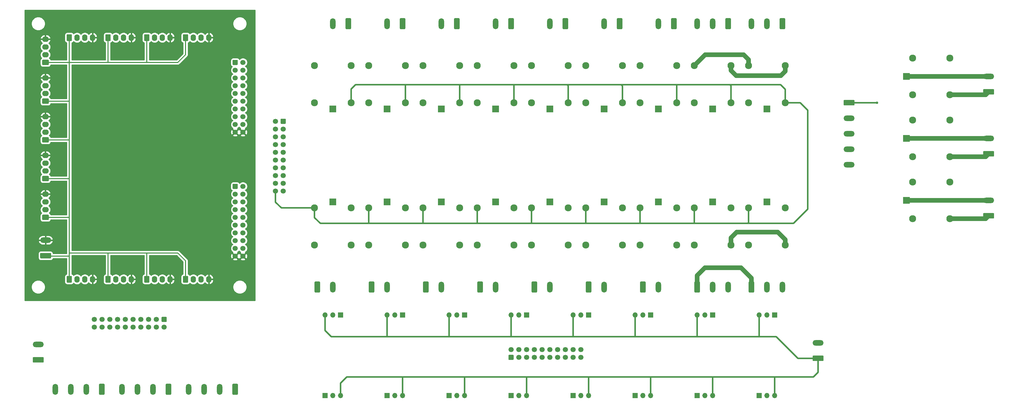
<source format=gbr>
%TF.GenerationSoftware,KiCad,Pcbnew,(5.1.12)-1*%
%TF.CreationDate,2022-04-06T16:59:54+05:30*%
%TF.ProjectId,Diet,44696574-2e6b-4696-9361-645f70636258,rev?*%
%TF.SameCoordinates,Original*%
%TF.FileFunction,Copper,L2,Bot*%
%TF.FilePolarity,Positive*%
%FSLAX46Y46*%
G04 Gerber Fmt 4.6, Leading zero omitted, Abs format (unit mm)*
G04 Created by KiCad (PCBNEW (5.1.12)-1) date 2022-04-06 16:59:54*
%MOMM*%
%LPD*%
G01*
G04 APERTURE LIST*
%TA.AperFunction,ComponentPad*%
%ADD10C,2.300000*%
%TD*%
%TA.AperFunction,ComponentPad*%
%ADD11R,2.300000X2.300000*%
%TD*%
%TA.AperFunction,ComponentPad*%
%ADD12O,1.800000X3.600000*%
%TD*%
%TA.AperFunction,ComponentPad*%
%ADD13O,3.600000X1.800000*%
%TD*%
%TA.AperFunction,ComponentPad*%
%ADD14O,1.700000X1.700000*%
%TD*%
%TA.AperFunction,ComponentPad*%
%ADD15R,1.700000X1.700000*%
%TD*%
%TA.AperFunction,ComponentPad*%
%ADD16C,1.700000*%
%TD*%
%TA.AperFunction,ComponentPad*%
%ADD17O,2.190000X1.740000*%
%TD*%
%TA.AperFunction,ComponentPad*%
%ADD18O,1.740000X2.190000*%
%TD*%
%TA.AperFunction,ViaPad*%
%ADD19C,0.800000*%
%TD*%
%TA.AperFunction,Conductor*%
%ADD20C,0.500000*%
%TD*%
%TA.AperFunction,Conductor*%
%ADD21C,1.500000*%
%TD*%
%TA.AperFunction,Conductor*%
%ADD22C,0.354000*%
%TD*%
%TA.AperFunction,Conductor*%
%ADD23C,0.254000*%
%TD*%
%TA.AperFunction,Conductor*%
%ADD24C,0.100000*%
%TD*%
G04 APERTURE END LIST*
D10*
%TO.P,RLY9,4*%
%TO.N,Net-(RLY9-Pad4)*%
X133700000Y-56920000D03*
%TO.P,RLY9,3*%
%TO.N,Net-(J11-Pad1)*%
X145700000Y-56920000D03*
%TO.P,RLY9,5*%
%TO.N,Net-(D9-Pad2)*%
X133700000Y-69120000D03*
%TO.P,RLY9,2*%
%TO.N,+5V*%
X145700000Y-69120000D03*
D11*
%TO.P,RLY9,1*%
%TO.N,Net-(J11-Pad2)*%
X139700000Y-71120000D03*
%TD*%
%TO.P,J4,1*%
%TO.N,Net-(J4-Pad1)*%
%TA.AperFunction,ComponentPad*%
G36*
G01*
X56780000Y-41630000D02*
X56780000Y-44730000D01*
G75*
G02*
X56530000Y-44980000I-250000J0D01*
G01*
X55230000Y-44980000D01*
G75*
G02*
X54980000Y-44730000I0J250000D01*
G01*
X54980000Y-41630000D01*
G75*
G02*
X55230000Y-41380000I250000J0D01*
G01*
X56530000Y-41380000D01*
G75*
G02*
X56780000Y-41630000I0J-250000D01*
G01*
G37*
%TD.AperFunction*%
D12*
%TO.P,J4,2*%
%TO.N,Net-(J4-Pad2)*%
X50800000Y-43180000D03*
%TD*%
%TO.P,J6,1*%
%TO.N,Net-(J6-Pad1)*%
%TA.AperFunction,ComponentPad*%
G36*
G01*
X127900000Y-41630000D02*
X127900000Y-44730000D01*
G75*
G02*
X127650000Y-44980000I-250000J0D01*
G01*
X126350000Y-44980000D01*
G75*
G02*
X126100000Y-44730000I0J250000D01*
G01*
X126100000Y-41630000D01*
G75*
G02*
X126350000Y-41380000I250000J0D01*
G01*
X127650000Y-41380000D01*
G75*
G02*
X127900000Y-41630000I0J-250000D01*
G01*
G37*
%TD.AperFunction*%
%TO.P,J6,2*%
%TO.N,Net-(J6-Pad2)*%
X121920000Y-43180000D03*
%TD*%
%TO.P,J7,1*%
%TO.N,Net-(J7-Pad1)*%
%TA.AperFunction,ComponentPad*%
G36*
G01*
X98160000Y-131090000D02*
X98160000Y-127990000D01*
G75*
G02*
X98410000Y-127740000I250000J0D01*
G01*
X99710000Y-127740000D01*
G75*
G02*
X99960000Y-127990000I0J-250000D01*
G01*
X99960000Y-131090000D01*
G75*
G02*
X99710000Y-131340000I-250000J0D01*
G01*
X98410000Y-131340000D01*
G75*
G02*
X98160000Y-131090000I0J250000D01*
G01*
G37*
%TD.AperFunction*%
%TO.P,J7,2*%
%TO.N,Net-(J7-Pad2)*%
X104140000Y-129540000D03*
%TD*%
%TO.P,J9,1*%
%TO.N,Net-(J9-Pad1)*%
%TA.AperFunction,ComponentPad*%
G36*
G01*
X74560000Y-41630000D02*
X74560000Y-44730000D01*
G75*
G02*
X74310000Y-44980000I-250000J0D01*
G01*
X73010000Y-44980000D01*
G75*
G02*
X72760000Y-44730000I0J250000D01*
G01*
X72760000Y-41630000D01*
G75*
G02*
X73010000Y-41380000I250000J0D01*
G01*
X74310000Y-41380000D01*
G75*
G02*
X74560000Y-41630000I0J-250000D01*
G01*
G37*
%TD.AperFunction*%
%TO.P,J9,2*%
%TO.N,Net-(J9-Pad2)*%
X68580000Y-43180000D03*
%TD*%
%TO.P,J10,1*%
%TO.N,Net-(J10-Pad1)*%
%TA.AperFunction,ComponentPad*%
G36*
G01*
X44820000Y-131090000D02*
X44820000Y-127990000D01*
G75*
G02*
X45070000Y-127740000I250000J0D01*
G01*
X46370000Y-127740000D01*
G75*
G02*
X46620000Y-127990000I0J-250000D01*
G01*
X46620000Y-131090000D01*
G75*
G02*
X46370000Y-131340000I-250000J0D01*
G01*
X45070000Y-131340000D01*
G75*
G02*
X44820000Y-131090000I0J250000D01*
G01*
G37*
%TD.AperFunction*%
%TO.P,J10,2*%
%TO.N,Net-(J10-Pad2)*%
X50800000Y-129540000D03*
%TD*%
%TO.P,J11,2*%
%TO.N,Net-(J11-Pad2)*%
X139700000Y-43180000D03*
%TO.P,J11,1*%
%TO.N,Net-(J11-Pad1)*%
%TA.AperFunction,ComponentPad*%
G36*
G01*
X145680000Y-41630000D02*
X145680000Y-44730000D01*
G75*
G02*
X145430000Y-44980000I-250000J0D01*
G01*
X144130000Y-44980000D01*
G75*
G02*
X143880000Y-44730000I0J250000D01*
G01*
X143880000Y-41630000D01*
G75*
G02*
X144130000Y-41380000I250000J0D01*
G01*
X145430000Y-41380000D01*
G75*
G02*
X145680000Y-41630000I0J-250000D01*
G01*
G37*
%TD.AperFunction*%
%TD*%
%TO.P,J12,2*%
%TO.N,Net-(J12-Pad2)*%
X121920000Y-129540000D03*
%TO.P,J12,1*%
%TO.N,Net-(J12-Pad1)*%
%TA.AperFunction,ComponentPad*%
G36*
G01*
X115940000Y-131090000D02*
X115940000Y-127990000D01*
G75*
G02*
X116190000Y-127740000I250000J0D01*
G01*
X117490000Y-127740000D01*
G75*
G02*
X117740000Y-127990000I0J-250000D01*
G01*
X117740000Y-131090000D01*
G75*
G02*
X117490000Y-131340000I-250000J0D01*
G01*
X116190000Y-131340000D01*
G75*
G02*
X115940000Y-131090000I0J250000D01*
G01*
G37*
%TD.AperFunction*%
%TD*%
%TO.P,J13,2*%
%TO.N,Net-(J13-Pad2)*%
X86360000Y-43180000D03*
%TO.P,J13,1*%
%TO.N,Net-(J13-Pad1)*%
%TA.AperFunction,ComponentPad*%
G36*
G01*
X92340000Y-41630000D02*
X92340000Y-44730000D01*
G75*
G02*
X92090000Y-44980000I-250000J0D01*
G01*
X90790000Y-44980000D01*
G75*
G02*
X90540000Y-44730000I0J250000D01*
G01*
X90540000Y-41630000D01*
G75*
G02*
X90790000Y-41380000I250000J0D01*
G01*
X92090000Y-41380000D01*
G75*
G02*
X92340000Y-41630000I0J-250000D01*
G01*
G37*
%TD.AperFunction*%
%TD*%
%TO.P,J14,1*%
%TO.N,Net-(J14-Pad1)*%
%TA.AperFunction,ComponentPad*%
G36*
G01*
X62600000Y-131090000D02*
X62600000Y-127990000D01*
G75*
G02*
X62850000Y-127740000I250000J0D01*
G01*
X64150000Y-127740000D01*
G75*
G02*
X64400000Y-127990000I0J-250000D01*
G01*
X64400000Y-131090000D01*
G75*
G02*
X64150000Y-131340000I-250000J0D01*
G01*
X62850000Y-131340000D01*
G75*
G02*
X62600000Y-131090000I0J250000D01*
G01*
G37*
%TD.AperFunction*%
%TO.P,J14,2*%
%TO.N,Net-(J14-Pad2)*%
X68580000Y-129540000D03*
%TD*%
%TO.P,J15,1*%
%TO.N,Net-(J15-Pad1)*%
%TA.AperFunction,ComponentPad*%
G36*
G01*
X163460000Y-41630000D02*
X163460000Y-44730000D01*
G75*
G02*
X163210000Y-44980000I-250000J0D01*
G01*
X161910000Y-44980000D01*
G75*
G02*
X161660000Y-44730000I0J250000D01*
G01*
X161660000Y-41630000D01*
G75*
G02*
X161910000Y-41380000I250000J0D01*
G01*
X163210000Y-41380000D01*
G75*
G02*
X163460000Y-41630000I0J-250000D01*
G01*
G37*
%TD.AperFunction*%
%TO.P,J15,2*%
%TO.N,Net-(J15-Pad2)*%
X157480000Y-43180000D03*
%TD*%
%TO.P,J16,2*%
%TO.N,Net-(J16-Pad2)*%
X139700000Y-129540000D03*
%TO.P,J16,1*%
%TO.N,Net-(J16-Pad1)*%
%TA.AperFunction,ComponentPad*%
G36*
G01*
X133720000Y-131090000D02*
X133720000Y-127990000D01*
G75*
G02*
X133970000Y-127740000I250000J0D01*
G01*
X135270000Y-127740000D01*
G75*
G02*
X135520000Y-127990000I0J-250000D01*
G01*
X135520000Y-131090000D01*
G75*
G02*
X135270000Y-131340000I-250000J0D01*
G01*
X133970000Y-131340000D01*
G75*
G02*
X133720000Y-131090000I0J250000D01*
G01*
G37*
%TD.AperFunction*%
%TD*%
%TO.P,J17,2*%
%TO.N,Net-(J17-Pad2)*%
X104140000Y-43180000D03*
%TO.P,J17,1*%
%TO.N,Net-(J17-Pad1)*%
%TA.AperFunction,ComponentPad*%
G36*
G01*
X110120000Y-41630000D02*
X110120000Y-44730000D01*
G75*
G02*
X109870000Y-44980000I-250000J0D01*
G01*
X108570000Y-44980000D01*
G75*
G02*
X108320000Y-44730000I0J250000D01*
G01*
X108320000Y-41630000D01*
G75*
G02*
X108570000Y-41380000I250000J0D01*
G01*
X109870000Y-41380000D01*
G75*
G02*
X110120000Y-41630000I0J-250000D01*
G01*
G37*
%TD.AperFunction*%
%TD*%
%TO.P,J18,2*%
%TO.N,Net-(J18-Pad2)*%
X86360000Y-129540000D03*
%TO.P,J18,1*%
%TO.N,Net-(J18-Pad1)*%
%TA.AperFunction,ComponentPad*%
G36*
G01*
X80380000Y-131090000D02*
X80380000Y-127990000D01*
G75*
G02*
X80630000Y-127740000I250000J0D01*
G01*
X81930000Y-127740000D01*
G75*
G02*
X82180000Y-127990000I0J-250000D01*
G01*
X82180000Y-131090000D01*
G75*
G02*
X81930000Y-131340000I-250000J0D01*
G01*
X80630000Y-131340000D01*
G75*
G02*
X80380000Y-131090000I0J250000D01*
G01*
G37*
%TD.AperFunction*%
%TD*%
%TO.P,J20,1*%
%TO.N,Net-(J20-Pad1)*%
%TA.AperFunction,ComponentPad*%
G36*
G01*
X151500000Y-131090000D02*
X151500000Y-127990000D01*
G75*
G02*
X151750000Y-127740000I250000J0D01*
G01*
X153050000Y-127740000D01*
G75*
G02*
X153300000Y-127990000I0J-250000D01*
G01*
X153300000Y-131090000D01*
G75*
G02*
X153050000Y-131340000I-250000J0D01*
G01*
X151750000Y-131340000D01*
G75*
G02*
X151500000Y-131090000I0J250000D01*
G01*
G37*
%TD.AperFunction*%
%TO.P,J20,2*%
%TO.N,Net-(J20-Pad2)*%
X157480000Y-129540000D03*
%TD*%
D11*
%TO.P,RLY1,1*%
%TO.N,Net-(J3-Pad2)*%
X175260000Y-101600000D03*
D10*
%TO.P,RLY1,2*%
%TO.N,+5V*%
X169260000Y-103600000D03*
%TO.P,RLY1,5*%
%TO.N,Net-(D1-Pad2)*%
X181260000Y-103600000D03*
%TO.P,RLY1,3*%
%TO.N,NO-1*%
X169260000Y-115800000D03*
%TO.P,RLY1,4*%
%TO.N,NC-1*%
X181260000Y-115800000D03*
%TD*%
%TO.P,RLY2,4*%
%TO.N,Net-(RLY2-Pad4)*%
X44800000Y-56920000D03*
%TO.P,RLY2,3*%
%TO.N,Net-(J4-Pad1)*%
X56800000Y-56920000D03*
%TO.P,RLY2,5*%
%TO.N,Net-(D2-Pad2)*%
X44800000Y-69120000D03*
%TO.P,RLY2,2*%
%TO.N,+5V*%
X56800000Y-69120000D03*
D11*
%TO.P,RLY2,1*%
%TO.N,Net-(J4-Pad2)*%
X50800000Y-71120000D03*
%TD*%
%TO.P,RLY3,1*%
%TO.N,Net-(J5-Pad2)*%
X193040000Y-71120000D03*
D10*
%TO.P,RLY3,2*%
%TO.N,+5V*%
X199040000Y-69120000D03*
%TO.P,RLY3,5*%
%TO.N,Net-(D3-Pad2)*%
X187040000Y-69120000D03*
%TO.P,RLY3,3*%
%TO.N,NO*%
X199040000Y-56920000D03*
%TO.P,RLY3,4*%
%TO.N,NC*%
X187040000Y-56920000D03*
%TD*%
%TO.P,RLY4,4*%
%TO.N,Net-(RLY4-Pad4)*%
X115920000Y-56920000D03*
%TO.P,RLY4,3*%
%TO.N,Net-(J6-Pad1)*%
X127920000Y-56920000D03*
%TO.P,RLY4,5*%
%TO.N,Net-(D4-Pad2)*%
X115920000Y-69120000D03*
%TO.P,RLY4,2*%
%TO.N,+5V*%
X127920000Y-69120000D03*
D11*
%TO.P,RLY4,1*%
%TO.N,Net-(J6-Pad2)*%
X121920000Y-71120000D03*
%TD*%
D10*
%TO.P,RLY5,4*%
%TO.N,Net-(RLY5-Pad4)*%
X110140000Y-115800000D03*
%TO.P,RLY5,3*%
%TO.N,Net-(J7-Pad1)*%
X98140000Y-115800000D03*
%TO.P,RLY5,5*%
%TO.N,Net-(D5-Pad2)*%
X110140000Y-103600000D03*
%TO.P,RLY5,2*%
%TO.N,+5V*%
X98140000Y-103600000D03*
D11*
%TO.P,RLY5,1*%
%TO.N,Net-(J7-Pad2)*%
X104140000Y-101600000D03*
%TD*%
%TO.P,RLY6,1*%
%TO.N,Net-(J8-Pad2)*%
X193040000Y-101600000D03*
D10*
%TO.P,RLY6,2*%
%TO.N,+5V*%
X187040000Y-103600000D03*
%TO.P,RLY6,5*%
%TO.N,Net-(D6-Pad2)*%
X199040000Y-103600000D03*
%TO.P,RLY6,3*%
%TO.N,NO-1*%
X187040000Y-115800000D03*
%TO.P,RLY6,4*%
%TO.N,NC-1*%
X199040000Y-115800000D03*
%TD*%
%TO.P,RLY7,4*%
%TO.N,Net-(RLY7-Pad4)*%
X62580000Y-56920000D03*
%TO.P,RLY7,3*%
%TO.N,Net-(J9-Pad1)*%
X74580000Y-56920000D03*
%TO.P,RLY7,5*%
%TO.N,Net-(D7-Pad2)*%
X62580000Y-69120000D03*
%TO.P,RLY7,2*%
%TO.N,+5V*%
X74580000Y-69120000D03*
D11*
%TO.P,RLY7,1*%
%TO.N,Net-(J9-Pad2)*%
X68580000Y-71120000D03*
%TD*%
%TO.P,RLY8,1*%
%TO.N,Net-(J10-Pad2)*%
X50800000Y-101600000D03*
D10*
%TO.P,RLY8,2*%
%TO.N,+5V*%
X44800000Y-103600000D03*
%TO.P,RLY8,5*%
%TO.N,Net-(D8-Pad2)*%
X56800000Y-103600000D03*
%TO.P,RLY8,3*%
%TO.N,Net-(J10-Pad1)*%
X44800000Y-115800000D03*
%TO.P,RLY8,4*%
%TO.N,Net-(RLY8-Pad4)*%
X56800000Y-115800000D03*
%TD*%
%TO.P,RLY10,4*%
%TO.N,Net-(RLY10-Pad4)*%
X127920000Y-115800000D03*
%TO.P,RLY10,3*%
%TO.N,Net-(J12-Pad1)*%
X115920000Y-115800000D03*
%TO.P,RLY10,5*%
%TO.N,Net-(D10-Pad2)*%
X127920000Y-103600000D03*
%TO.P,RLY10,2*%
%TO.N,+5V*%
X115920000Y-103600000D03*
D11*
%TO.P,RLY10,1*%
%TO.N,Net-(J12-Pad2)*%
X121920000Y-101600000D03*
%TD*%
D10*
%TO.P,RLY11,4*%
%TO.N,Net-(RLY11-Pad4)*%
X80360000Y-56920000D03*
%TO.P,RLY11,3*%
%TO.N,Net-(J13-Pad1)*%
X92360000Y-56920000D03*
%TO.P,RLY11,5*%
%TO.N,Net-(D11-Pad2)*%
X80360000Y-69120000D03*
%TO.P,RLY11,2*%
%TO.N,+5V*%
X92360000Y-69120000D03*
D11*
%TO.P,RLY11,1*%
%TO.N,Net-(J13-Pad2)*%
X86360000Y-71120000D03*
%TD*%
%TO.P,RLY12,1*%
%TO.N,Net-(J14-Pad2)*%
X68580000Y-101600000D03*
D10*
%TO.P,RLY12,2*%
%TO.N,+5V*%
X62580000Y-103600000D03*
%TO.P,RLY12,5*%
%TO.N,Net-(D12-Pad2)*%
X74580000Y-103600000D03*
%TO.P,RLY12,3*%
%TO.N,Net-(J14-Pad1)*%
X62580000Y-115800000D03*
%TO.P,RLY12,4*%
%TO.N,Net-(RLY12-Pad4)*%
X74580000Y-115800000D03*
%TD*%
D11*
%TO.P,RLY13,1*%
%TO.N,Net-(J15-Pad2)*%
X157480000Y-71120000D03*
D10*
%TO.P,RLY13,2*%
%TO.N,+5V*%
X163480000Y-69120000D03*
%TO.P,RLY13,5*%
%TO.N,Net-(D13-Pad2)*%
X151480000Y-69120000D03*
%TO.P,RLY13,3*%
%TO.N,Net-(J15-Pad1)*%
X163480000Y-56920000D03*
%TO.P,RLY13,4*%
%TO.N,Net-(RLY13-Pad4)*%
X151480000Y-56920000D03*
%TD*%
%TO.P,RLY14,4*%
%TO.N,Net-(RLY14-Pad4)*%
X145700000Y-115800000D03*
%TO.P,RLY14,3*%
%TO.N,Net-(J16-Pad1)*%
X133700000Y-115800000D03*
%TO.P,RLY14,5*%
%TO.N,Net-(D14-Pad2)*%
X145700000Y-103600000D03*
%TO.P,RLY14,2*%
%TO.N,+5V*%
X133700000Y-103600000D03*
D11*
%TO.P,RLY14,1*%
%TO.N,Net-(J16-Pad2)*%
X139700000Y-101600000D03*
%TD*%
%TO.P,RLY15,1*%
%TO.N,Net-(J17-Pad2)*%
X104140000Y-71120000D03*
D10*
%TO.P,RLY15,2*%
%TO.N,+5V*%
X110140000Y-69120000D03*
%TO.P,RLY15,5*%
%TO.N,Net-(D15-Pad2)*%
X98140000Y-69120000D03*
%TO.P,RLY15,3*%
%TO.N,Net-(J17-Pad1)*%
X110140000Y-56920000D03*
%TO.P,RLY15,4*%
%TO.N,Net-(RLY15-Pad4)*%
X98140000Y-56920000D03*
%TD*%
D11*
%TO.P,RLY16,1*%
%TO.N,Net-(J18-Pad2)*%
X86360000Y-101600000D03*
D10*
%TO.P,RLY16,2*%
%TO.N,+5V*%
X80360000Y-103600000D03*
%TO.P,RLY16,5*%
%TO.N,Net-(D16-Pad2)*%
X92360000Y-103600000D03*
%TO.P,RLY16,3*%
%TO.N,Net-(J18-Pad1)*%
X80360000Y-115800000D03*
%TO.P,RLY16,4*%
%TO.N,Net-(RLY16-Pad4)*%
X92360000Y-115800000D03*
%TD*%
%TO.P,RLY17,4*%
%TO.N,NC*%
X169260000Y-56920000D03*
%TO.P,RLY17,3*%
%TO.N,NO*%
X181260000Y-56920000D03*
%TO.P,RLY17,5*%
%TO.N,Net-(D17-Pad2)*%
X169260000Y-69120000D03*
%TO.P,RLY17,2*%
%TO.N,+5V*%
X181260000Y-69120000D03*
D11*
%TO.P,RLY17,1*%
%TO.N,Net-(J19-Pad2)*%
X175260000Y-71120000D03*
%TD*%
%TO.P,RLY18,1*%
%TO.N,Net-(J20-Pad2)*%
X157480000Y-101600000D03*
D10*
%TO.P,RLY18,2*%
%TO.N,+5V*%
X151480000Y-103600000D03*
%TO.P,RLY18,5*%
%TO.N,Net-(D18-Pad2)*%
X163480000Y-103600000D03*
%TO.P,RLY18,3*%
%TO.N,Net-(J20-Pad1)*%
X151480000Y-115800000D03*
%TO.P,RLY18,4*%
%TO.N,Net-(RLY18-Pad4)*%
X163480000Y-115800000D03*
%TD*%
D13*
%TO.P,J2,2*%
%TO.N,Net-(J2-Pad2)*%
X265684000Y-80772000D03*
%TO.P,J2,1*%
%TO.N,Net-(J2-Pad1)*%
%TA.AperFunction,ComponentPad*%
G36*
G01*
X267234000Y-86752000D02*
X264134000Y-86752000D01*
G75*
G02*
X263884000Y-86502000I0J250000D01*
G01*
X263884000Y-85202000D01*
G75*
G02*
X264134000Y-84952000I250000J0D01*
G01*
X267234000Y-84952000D01*
G75*
G02*
X267484000Y-85202000I0J-250000D01*
G01*
X267484000Y-86502000D01*
G75*
G02*
X267234000Y-86752000I-250000J0D01*
G01*
G37*
%TD.AperFunction*%
%TD*%
%TO.P,J21,1*%
%TO.N,Net-(J21-Pad1)*%
%TA.AperFunction,ComponentPad*%
G36*
G01*
X267234000Y-107072000D02*
X264134000Y-107072000D01*
G75*
G02*
X263884000Y-106822000I0J250000D01*
G01*
X263884000Y-105522000D01*
G75*
G02*
X264134000Y-105272000I250000J0D01*
G01*
X267234000Y-105272000D01*
G75*
G02*
X267484000Y-105522000I0J-250000D01*
G01*
X267484000Y-106822000D01*
G75*
G02*
X267234000Y-107072000I-250000J0D01*
G01*
G37*
%TD.AperFunction*%
%TO.P,J21,2*%
%TO.N,Net-(J21-Pad2)*%
X265684000Y-101092000D03*
%TD*%
%TO.P,J22,1*%
%TO.N,Net-(J22-Pad1)*%
%TA.AperFunction,ComponentPad*%
G36*
G01*
X267234000Y-66432000D02*
X264134000Y-66432000D01*
G75*
G02*
X263884000Y-66182000I0J250000D01*
G01*
X263884000Y-64882000D01*
G75*
G02*
X264134000Y-64632000I250000J0D01*
G01*
X267234000Y-64632000D01*
G75*
G02*
X267484000Y-64882000I0J-250000D01*
G01*
X267484000Y-66182000D01*
G75*
G02*
X267234000Y-66432000I-250000J0D01*
G01*
G37*
%TD.AperFunction*%
%TO.P,J22,2*%
%TO.N,Net-(J22-Pad2)*%
X265684000Y-60452000D03*
%TD*%
D10*
%TO.P,RLY19,4*%
%TO.N,Net-(RLY19-Pad4)*%
X252960000Y-74772000D03*
%TO.P,RLY19,3*%
%TO.N,Net-(J2-Pad1)*%
X252960000Y-86772000D03*
%TO.P,RLY19,5*%
%TO.N,Net-(D19-Pad2)*%
X240760000Y-74772000D03*
%TO.P,RLY19,2*%
%TO.N,+5P*%
X240760000Y-86772000D03*
D11*
%TO.P,RLY19,1*%
%TO.N,Net-(J2-Pad2)*%
X238760000Y-80772000D03*
%TD*%
%TO.P,RLY20,1*%
%TO.N,Net-(J21-Pad2)*%
X238760000Y-101092000D03*
D10*
%TO.P,RLY20,2*%
%TO.N,+5P*%
X240760000Y-107092000D03*
%TO.P,RLY20,5*%
%TO.N,Net-(D20-Pad2)*%
X240760000Y-95092000D03*
%TO.P,RLY20,3*%
%TO.N,Net-(J21-Pad1)*%
X252960000Y-107092000D03*
%TO.P,RLY20,4*%
%TO.N,Net-(RLY20-Pad4)*%
X252960000Y-95092000D03*
%TD*%
D11*
%TO.P,RLY21,1*%
%TO.N,Net-(J22-Pad2)*%
X238760000Y-60452000D03*
D10*
%TO.P,RLY21,2*%
%TO.N,+5P*%
X240760000Y-66452000D03*
%TO.P,RLY21,5*%
%TO.N,Net-(D21-Pad2)*%
X240760000Y-54452000D03*
%TO.P,RLY21,3*%
%TO.N,Net-(J22-Pad1)*%
X252960000Y-66452000D03*
%TO.P,RLY21,4*%
%TO.N,Net-(RLY21-Pad4)*%
X252960000Y-54452000D03*
%TD*%
%TO.P,J23,1*%
%TO.N,GNDREF*%
%TA.AperFunction,ComponentPad*%
G36*
G01*
X218414000Y-68188000D02*
X221514000Y-68188000D01*
G75*
G02*
X221764000Y-68438000I0J-250000D01*
G01*
X221764000Y-69738000D01*
G75*
G02*
X221514000Y-69988000I-250000J0D01*
G01*
X218414000Y-69988000D01*
G75*
G02*
X218164000Y-69738000I0J250000D01*
G01*
X218164000Y-68438000D01*
G75*
G02*
X218414000Y-68188000I250000J0D01*
G01*
G37*
%TD.AperFunction*%
D13*
%TO.P,J23,2*%
%TO.N,AC-3*%
X219964000Y-74168000D03*
%TO.P,J23,3*%
%TO.N,AC-1*%
X219964000Y-79248000D03*
%TO.P,J23,4*%
%TO.N,AC-2*%
X219964000Y-84328000D03*
%TO.P,J23,5*%
%TO.N,+5P*%
X219964000Y-89408000D03*
%TD*%
D14*
%TO.P,J24,3*%
%TO.N,+VDC*%
X73660000Y-165100000D03*
%TO.P,J24,2*%
%TO.N,A-2*%
X71120000Y-165100000D03*
D15*
%TO.P,J24,1*%
%TO.N,GNDD*%
X68580000Y-165100000D03*
%TD*%
%TO.P,J25,1*%
%TO.N,+VDC*%
%TA.AperFunction,ComponentPad*%
G36*
G01*
X211354000Y-153808000D02*
X208254000Y-153808000D01*
G75*
G02*
X208004000Y-153558000I0J250000D01*
G01*
X208004000Y-152258000D01*
G75*
G02*
X208254000Y-152008000I250000J0D01*
G01*
X211354000Y-152008000D01*
G75*
G02*
X211604000Y-152258000I0J-250000D01*
G01*
X211604000Y-153558000D01*
G75*
G02*
X211354000Y-153808000I-250000J0D01*
G01*
G37*
%TD.AperFunction*%
D13*
%TO.P,J25,2*%
%TO.N,GNDD*%
X209804000Y-147828000D03*
%TD*%
D14*
%TO.P,J26,3*%
%TO.N,+VDC*%
X109220000Y-138684000D03*
%TO.P,J26,2*%
%TO.N,A-13*%
X111760000Y-138684000D03*
D15*
%TO.P,J26,1*%
%TO.N,GNDD*%
X114300000Y-138684000D03*
%TD*%
%TO.P,J27,1*%
%TO.N,GNDD*%
X129540000Y-165100000D03*
D14*
%TO.P,J27,2*%
%TO.N,A-5*%
X132080000Y-165100000D03*
%TO.P,J27,3*%
%TO.N,+VDC*%
X134620000Y-165100000D03*
%TD*%
%TO.P,J28,3*%
%TO.N,+VDC*%
X190500000Y-138684000D03*
%TO.P,J28,2*%
%TO.N,A-9*%
X193040000Y-138684000D03*
D15*
%TO.P,J28,1*%
%TO.N,GNDD*%
X195580000Y-138684000D03*
%TD*%
%TO.P,J29,1*%
%TO.N,GNDD*%
X48260000Y-165100000D03*
D14*
%TO.P,J29,2*%
%TO.N,A-1*%
X50800000Y-165100000D03*
%TO.P,J29,3*%
%TO.N,+VDC*%
X53340000Y-165100000D03*
%TD*%
D15*
%TO.P,J30,1*%
%TO.N,GNDD*%
X93980000Y-138684000D03*
D14*
%TO.P,J30,2*%
%TO.N,A-14*%
X91440000Y-138684000D03*
%TO.P,J30,3*%
%TO.N,+VDC*%
X88900000Y-138684000D03*
%TD*%
%TO.P,J31,3*%
%TO.N,+VDC*%
X154940000Y-165100000D03*
%TO.P,J31,2*%
%TO.N,A-6*%
X152400000Y-165100000D03*
D15*
%TO.P,J31,1*%
%TO.N,GNDD*%
X149860000Y-165100000D03*
%TD*%
%TO.P,J32,1*%
%TO.N,GNDD*%
X175260000Y-138684000D03*
D14*
%TO.P,J32,2*%
%TO.N,A-10*%
X172720000Y-138684000D03*
%TO.P,J32,3*%
%TO.N,+VDC*%
X170180000Y-138684000D03*
%TD*%
%TO.P,J33,3*%
%TO.N,+VDC*%
X68580000Y-138684000D03*
%TO.P,J33,2*%
%TO.N,A-15*%
X71120000Y-138684000D03*
D15*
%TO.P,J33,1*%
%TO.N,GNDD*%
X73660000Y-138684000D03*
%TD*%
%TO.P,J34,1*%
%TO.N,GNDD*%
X170180000Y-165100000D03*
D14*
%TO.P,J34,2*%
%TO.N,A-7*%
X172720000Y-165100000D03*
%TO.P,J34,3*%
%TO.N,+VDC*%
X175260000Y-165100000D03*
%TD*%
%TO.P,J35,3*%
%TO.N,+VDC*%
X149860000Y-138684000D03*
%TO.P,J35,2*%
%TO.N,A-11*%
X152400000Y-138684000D03*
D15*
%TO.P,J35,1*%
%TO.N,GNDD*%
X154940000Y-138684000D03*
%TD*%
%TO.P,J36,1*%
%TO.N,GNDD*%
X88900000Y-165100000D03*
D14*
%TO.P,J36,2*%
%TO.N,A-3*%
X91440000Y-165100000D03*
%TO.P,J36,3*%
%TO.N,+VDC*%
X93980000Y-165100000D03*
%TD*%
D15*
%TO.P,J37,1*%
%TO.N,GNDD*%
X53340000Y-138684000D03*
D14*
%TO.P,J37,2*%
%TO.N,A-16*%
X50800000Y-138684000D03*
%TO.P,J37,3*%
%TO.N,+VDC*%
X48260000Y-138684000D03*
%TD*%
%TO.P,J38,3*%
%TO.N,+VDC*%
X195580000Y-165100000D03*
%TO.P,J38,2*%
%TO.N,A-8*%
X193040000Y-165100000D03*
D15*
%TO.P,J38,1*%
%TO.N,GNDD*%
X190500000Y-165100000D03*
%TD*%
%TO.P,J39,1*%
%TO.N,GNDD*%
X134620000Y-138684000D03*
D14*
%TO.P,J39,2*%
%TO.N,A-12*%
X132080000Y-138684000D03*
%TO.P,J39,3*%
%TO.N,+VDC*%
X129540000Y-138684000D03*
%TD*%
%TO.P,J40,3*%
%TO.N,+VDC*%
X114300000Y-165100000D03*
%TO.P,J40,2*%
%TO.N,A-4*%
X111760000Y-165100000D03*
D15*
%TO.P,J40,1*%
%TO.N,GNDD*%
X109220000Y-165100000D03*
%TD*%
D12*
%TO.P,J5,3*%
%TO.N,NC*%
X187960000Y-43180000D03*
%TO.P,J5,2*%
%TO.N,Net-(J5-Pad2)*%
X193040000Y-43180000D03*
%TO.P,J5,1*%
%TO.N,NO*%
%TA.AperFunction,ComponentPad*%
G36*
G01*
X199020000Y-41630000D02*
X199020000Y-44730000D01*
G75*
G02*
X198770000Y-44980000I-250000J0D01*
G01*
X197470000Y-44980000D01*
G75*
G02*
X197220000Y-44730000I0J250000D01*
G01*
X197220000Y-41630000D01*
G75*
G02*
X197470000Y-41380000I250000J0D01*
G01*
X198770000Y-41380000D01*
G75*
G02*
X199020000Y-41630000I0J-250000D01*
G01*
G37*
%TD.AperFunction*%
%TD*%
%TO.P,J19,1*%
%TO.N,NO*%
%TA.AperFunction,ComponentPad*%
G36*
G01*
X181240000Y-41630000D02*
X181240000Y-44730000D01*
G75*
G02*
X180990000Y-44980000I-250000J0D01*
G01*
X179690000Y-44980000D01*
G75*
G02*
X179440000Y-44730000I0J250000D01*
G01*
X179440000Y-41630000D01*
G75*
G02*
X179690000Y-41380000I250000J0D01*
G01*
X180990000Y-41380000D01*
G75*
G02*
X181240000Y-41630000I0J-250000D01*
G01*
G37*
%TD.AperFunction*%
%TO.P,J19,2*%
%TO.N,Net-(J19-Pad2)*%
X175260000Y-43180000D03*
%TO.P,J19,3*%
%TO.N,NC*%
X170180000Y-43180000D03*
%TD*%
%TO.P,J3,3*%
%TO.N,NC-1*%
X180340000Y-129540000D03*
%TO.P,J3,2*%
%TO.N,Net-(J3-Pad2)*%
X175260000Y-129540000D03*
%TO.P,J3,1*%
%TO.N,NO-1*%
%TA.AperFunction,ComponentPad*%
G36*
G01*
X169280000Y-131090000D02*
X169280000Y-127990000D01*
G75*
G02*
X169530000Y-127740000I250000J0D01*
G01*
X170830000Y-127740000D01*
G75*
G02*
X171080000Y-127990000I0J-250000D01*
G01*
X171080000Y-131090000D01*
G75*
G02*
X170830000Y-131340000I-250000J0D01*
G01*
X169530000Y-131340000D01*
G75*
G02*
X169280000Y-131090000I0J250000D01*
G01*
G37*
%TD.AperFunction*%
%TD*%
%TO.P,J8,1*%
%TO.N,NO-1*%
%TA.AperFunction,ComponentPad*%
G36*
G01*
X187060000Y-131090000D02*
X187060000Y-127990000D01*
G75*
G02*
X187310000Y-127740000I250000J0D01*
G01*
X188610000Y-127740000D01*
G75*
G02*
X188860000Y-127990000I0J-250000D01*
G01*
X188860000Y-131090000D01*
G75*
G02*
X188610000Y-131340000I-250000J0D01*
G01*
X187310000Y-131340000D01*
G75*
G02*
X187060000Y-131090000I0J250000D01*
G01*
G37*
%TD.AperFunction*%
%TO.P,J8,2*%
%TO.N,Net-(J8-Pad2)*%
X193040000Y-129540000D03*
%TO.P,J8,3*%
%TO.N,NC-1*%
X198120000Y-129540000D03*
%TD*%
%TO.P,J1,1*%
%TO.N,1*%
%TA.AperFunction,ComponentPad*%
G36*
G01*
X35394000Y-74584000D02*
X35394000Y-75784000D01*
G75*
G02*
X35144000Y-76034000I-250000J0D01*
G01*
X33944000Y-76034000D01*
G75*
G02*
X33694000Y-75784000I0J250000D01*
G01*
X33694000Y-74584000D01*
G75*
G02*
X33944000Y-74334000I250000J0D01*
G01*
X35144000Y-74334000D01*
G75*
G02*
X35394000Y-74584000I0J-250000D01*
G01*
G37*
%TD.AperFunction*%
D16*
%TO.P,J1,3*%
%TO.N,3*%
X34544000Y-77724000D03*
%TO.P,J1,5*%
%TO.N,5*%
X34544000Y-80264000D03*
%TO.P,J1,7*%
%TO.N,7*%
X34544000Y-82804000D03*
%TO.P,J1,9*%
%TO.N,9*%
X34544000Y-85344000D03*
%TO.P,J1,11*%
%TO.N,11*%
X34544000Y-87884000D03*
%TO.P,J1,13*%
%TO.N,13*%
X34544000Y-90424000D03*
%TO.P,J1,15*%
%TO.N,15*%
X34544000Y-92964000D03*
%TO.P,J1,17*%
%TO.N,17*%
X34544000Y-95504000D03*
%TO.P,J1,19*%
%TO.N,GND*%
X34544000Y-98044000D03*
%TO.P,J1,2*%
%TO.N,2*%
X32004000Y-75184000D03*
%TO.P,J1,4*%
%TO.N,4*%
X32004000Y-77724000D03*
%TO.P,J1,6*%
%TO.N,6*%
X32004000Y-80264000D03*
%TO.P,J1,8*%
%TO.N,8*%
X32004000Y-82804000D03*
%TO.P,J1,10*%
%TO.N,10*%
X32004000Y-85344000D03*
%TO.P,J1,12*%
%TO.N,12*%
X32004000Y-87884000D03*
%TO.P,J1,14*%
%TO.N,14*%
X32004000Y-90424000D03*
%TO.P,J1,16*%
%TO.N,16*%
X32004000Y-92964000D03*
%TO.P,J1,18*%
%TO.N,18*%
X32004000Y-95504000D03*
%TO.P,J1,20*%
%TO.N,+5V*%
X32004000Y-98044000D03*
%TD*%
%TO.P,J41,20*%
%TO.N,GNDD*%
X132060000Y-150060000D03*
%TO.P,J41,18*%
X129520000Y-150060000D03*
%TO.P,J41,16*%
%TO.N,A-9*%
X126980000Y-150060000D03*
%TO.P,J41,14*%
%TO.N,A-10*%
X124440000Y-150060000D03*
%TO.P,J41,12*%
%TO.N,A-11*%
X121900000Y-150060000D03*
%TO.P,J41,10*%
%TO.N,A-12*%
X119360000Y-150060000D03*
%TO.P,J41,8*%
%TO.N,A-13*%
X116820000Y-150060000D03*
%TO.P,J41,6*%
%TO.N,A-14*%
X114280000Y-150060000D03*
%TO.P,J41,4*%
%TO.N,A-15*%
X111740000Y-150060000D03*
%TO.P,J41,2*%
%TO.N,A-16*%
X109200000Y-150060000D03*
%TO.P,J41,19*%
%TO.N,+VDC*%
X132060000Y-152600000D03*
%TO.P,J41,17*%
X129520000Y-152600000D03*
%TO.P,J41,15*%
%TO.N,A-8*%
X126980000Y-152600000D03*
%TO.P,J41,13*%
%TO.N,A-7*%
X124440000Y-152600000D03*
%TO.P,J41,11*%
%TO.N,A-6*%
X121900000Y-152600000D03*
%TO.P,J41,9*%
%TO.N,A-5*%
X119360000Y-152600000D03*
%TO.P,J41,7*%
%TO.N,A-4*%
X116820000Y-152600000D03*
%TO.P,J41,5*%
%TO.N,A-3*%
X114280000Y-152600000D03*
%TO.P,J41,3*%
%TO.N,A-2*%
X111740000Y-152600000D03*
%TO.P,J41,1*%
%TO.N,A-1*%
%TA.AperFunction,ComponentPad*%
G36*
G01*
X109800000Y-153450000D02*
X108600000Y-153450000D01*
G75*
G02*
X108350000Y-153200000I0J250000D01*
G01*
X108350000Y-152000000D01*
G75*
G02*
X108600000Y-151750000I250000J0D01*
G01*
X109800000Y-151750000D01*
G75*
G02*
X110050000Y-152000000I0J-250000D01*
G01*
X110050000Y-153200000D01*
G75*
G02*
X109800000Y-153450000I-250000J0D01*
G01*
G37*
%TD.AperFunction*%
%TD*%
%TO.P,J42,20*%
%TO.N,GNDS*%
X21336000Y-78740000D03*
%TO.P,J42,18*%
%TO.N,U9_ECHO*%
X21336000Y-76200000D03*
%TO.P,J42,16*%
%TO.N,U8_ECHO*%
X21336000Y-73660000D03*
%TO.P,J42,14*%
%TO.N,U7_ECHO*%
X21336000Y-71120000D03*
%TO.P,J42,12*%
%TO.N,U6_ECHO*%
X21336000Y-68580000D03*
%TO.P,J42,10*%
%TO.N,U5_ECHO*%
X21336000Y-66040000D03*
%TO.P,J42,8*%
%TO.N,U4_ECHO*%
X21336000Y-63500000D03*
%TO.P,J42,6*%
%TO.N,U3_ECHO*%
X21336000Y-60960000D03*
%TO.P,J42,4*%
%TO.N,U2_ECHO*%
X21336000Y-58420000D03*
%TO.P,J42,2*%
%TO.N,U1_ECHO*%
X21336000Y-55880000D03*
%TO.P,J42,19*%
%TO.N,GNDS*%
X18796000Y-78740000D03*
%TO.P,J42,17*%
%TO.N,U9_TRIG*%
X18796000Y-76200000D03*
%TO.P,J42,15*%
%TO.N,U8_TRIG*%
X18796000Y-73660000D03*
%TO.P,J42,13*%
%TO.N,U7_TRIG*%
X18796000Y-71120000D03*
%TO.P,J42,11*%
%TO.N,U6_TRIG*%
X18796000Y-68580000D03*
%TO.P,J42,9*%
%TO.N,U5_TRIG*%
X18796000Y-66040000D03*
%TO.P,J42,7*%
%TO.N,U4_TRIG*%
X18796000Y-63500000D03*
%TO.P,J42,5*%
%TO.N,U3_TRIG*%
X18796000Y-60960000D03*
%TO.P,J42,3*%
%TO.N,U2_TRIG*%
X18796000Y-58420000D03*
%TO.P,J42,1*%
%TO.N,U1_TRIG*%
%TA.AperFunction,ComponentPad*%
G36*
G01*
X17946000Y-56480000D02*
X17946000Y-55280000D01*
G75*
G02*
X18196000Y-55030000I250000J0D01*
G01*
X19396000Y-55030000D01*
G75*
G02*
X19646000Y-55280000I0J-250000D01*
G01*
X19646000Y-56480000D01*
G75*
G02*
X19396000Y-56730000I-250000J0D01*
G01*
X18196000Y-56730000D01*
G75*
G02*
X17946000Y-56480000I0J250000D01*
G01*
G37*
%TD.AperFunction*%
%TD*%
%TO.P,J43,1*%
%TO.N,U10_TRIG*%
%TA.AperFunction,ComponentPad*%
G36*
G01*
X17946000Y-97120000D02*
X17946000Y-95920000D01*
G75*
G02*
X18196000Y-95670000I250000J0D01*
G01*
X19396000Y-95670000D01*
G75*
G02*
X19646000Y-95920000I0J-250000D01*
G01*
X19646000Y-97120000D01*
G75*
G02*
X19396000Y-97370000I-250000J0D01*
G01*
X18196000Y-97370000D01*
G75*
G02*
X17946000Y-97120000I0J250000D01*
G01*
G37*
%TD.AperFunction*%
%TO.P,J43,3*%
%TO.N,U11_TRIG*%
X18796000Y-99060000D03*
%TO.P,J43,5*%
%TO.N,U12_TRIG*%
X18796000Y-101600000D03*
%TO.P,J43,7*%
%TO.N,U13_TRIG*%
X18796000Y-104140000D03*
%TO.P,J43,9*%
%TO.N,Net-(J43-Pad9)*%
X18796000Y-106680000D03*
%TO.P,J43,11*%
%TO.N,Net-(J43-Pad11)*%
X18796000Y-109220000D03*
%TO.P,J43,13*%
%TO.N,Net-(J43-Pad13)*%
X18796000Y-111760000D03*
%TO.P,J43,15*%
%TO.N,Net-(J43-Pad15)*%
X18796000Y-114300000D03*
%TO.P,J43,17*%
%TO.N,Net-(J43-Pad17)*%
X18796000Y-116840000D03*
%TO.P,J43,19*%
%TO.N,GNDS*%
X18796000Y-119380000D03*
%TO.P,J43,2*%
%TO.N,U10_ECHO*%
X21336000Y-96520000D03*
%TO.P,J43,4*%
%TO.N,U11_ECHO*%
X21336000Y-99060000D03*
%TO.P,J43,6*%
%TO.N,U12_ECHO*%
X21336000Y-101600000D03*
%TO.P,J43,8*%
%TO.N,U13_ECHO*%
X21336000Y-104140000D03*
%TO.P,J43,10*%
%TO.N,Net-(J43-Pad10)*%
X21336000Y-106680000D03*
%TO.P,J43,12*%
%TO.N,Net-(J43-Pad12)*%
X21336000Y-109220000D03*
%TO.P,J43,14*%
%TO.N,Net-(J43-Pad14)*%
X21336000Y-111760000D03*
%TO.P,J43,16*%
%TO.N,Net-(J43-Pad16)*%
X21336000Y-114300000D03*
%TO.P,J43,18*%
%TO.N,Net-(J43-Pad18)*%
X21336000Y-116840000D03*
%TO.P,J43,20*%
%TO.N,GNDS*%
X21336000Y-119380000D03*
%TD*%
D17*
%TO.P,J44,4*%
%TO.N,GNDS*%
X-43357800Y-86360000D03*
%TO.P,J44,3*%
%TO.N,U8_ECHO*%
X-43357800Y-88900000D03*
%TO.P,J44,2*%
%TO.N,U8_TRIG*%
X-43357800Y-91440000D03*
%TO.P,J44,1*%
%TO.N,+5C*%
%TA.AperFunction,ComponentPad*%
G36*
G01*
X-42512799Y-94850000D02*
X-44202801Y-94850000D01*
G75*
G02*
X-44452800Y-94600001I0J249999D01*
G01*
X-44452800Y-93359999D01*
G75*
G02*
X-44202801Y-93110000I249999J0D01*
G01*
X-42512799Y-93110000D01*
G75*
G02*
X-42262800Y-93359999I0J-249999D01*
G01*
X-42262800Y-94600001D01*
G75*
G02*
X-42512799Y-94850000I-249999J0D01*
G01*
G37*
%TD.AperFunction*%
%TD*%
%TO.P,J45,1*%
%TO.N,+5C*%
%TA.AperFunction,ComponentPad*%
G36*
G01*
X1670000Y-48597001D02*
X1670000Y-46906999D01*
G75*
G02*
X1919999Y-46657000I249999J0D01*
G01*
X3160001Y-46657000D01*
G75*
G02*
X3410000Y-46906999I0J-249999D01*
G01*
X3410000Y-48597001D01*
G75*
G02*
X3160001Y-48847000I-249999J0D01*
G01*
X1919999Y-48847000D01*
G75*
G02*
X1670000Y-48597001I0J249999D01*
G01*
G37*
%TD.AperFunction*%
D18*
%TO.P,J45,2*%
%TO.N,U1_TRIG*%
X5080000Y-47752000D03*
%TO.P,J45,3*%
%TO.N,U1_ECHO*%
X7620000Y-47752000D03*
%TO.P,J45,4*%
%TO.N,GNDS*%
X10160000Y-47752000D03*
%TD*%
%TO.P,J46,1*%
%TO.N,+5C*%
%TA.AperFunction,ComponentPad*%
G36*
G01*
X-42512799Y-107550000D02*
X-44202801Y-107550000D01*
G75*
G02*
X-44452800Y-107300001I0J249999D01*
G01*
X-44452800Y-106059999D01*
G75*
G02*
X-44202801Y-105810000I249999J0D01*
G01*
X-42512799Y-105810000D01*
G75*
G02*
X-42262800Y-106059999I0J-249999D01*
G01*
X-42262800Y-107300001D01*
G75*
G02*
X-42512799Y-107550000I-249999J0D01*
G01*
G37*
%TD.AperFunction*%
D17*
%TO.P,J46,2*%
%TO.N,U9_TRIG*%
X-43357800Y-104140000D03*
%TO.P,J46,3*%
%TO.N,U9_ECHO*%
X-43357800Y-101600000D03*
%TO.P,J46,4*%
%TO.N,GNDS*%
X-43357800Y-99060000D03*
%TD*%
D18*
%TO.P,J47,4*%
%TO.N,GNDS*%
X-2540000Y-47752000D03*
%TO.P,J47,3*%
%TO.N,U2_ECHO*%
X-5080000Y-47752000D03*
%TO.P,J47,2*%
%TO.N,U2_TRIG*%
X-7620000Y-47752000D03*
%TO.P,J47,1*%
%TO.N,+5C*%
%TA.AperFunction,ComponentPad*%
G36*
G01*
X-11030000Y-48597001D02*
X-11030000Y-46906999D01*
G75*
G02*
X-10780001Y-46657000I249999J0D01*
G01*
X-9539999Y-46657000D01*
G75*
G02*
X-9290000Y-46906999I0J-249999D01*
G01*
X-9290000Y-48597001D01*
G75*
G02*
X-9539999Y-48847000I-249999J0D01*
G01*
X-10780001Y-48847000D01*
G75*
G02*
X-11030000Y-48597001I0J249999D01*
G01*
G37*
%TD.AperFunction*%
%TD*%
%TO.P,J48,1*%
%TO.N,+5C*%
%TA.AperFunction,ComponentPad*%
G36*
G01*
X-36430000Y-127845001D02*
X-36430000Y-126154999D01*
G75*
G02*
X-36180001Y-125905000I249999J0D01*
G01*
X-34939999Y-125905000D01*
G75*
G02*
X-34690000Y-126154999I0J-249999D01*
G01*
X-34690000Y-127845001D01*
G75*
G02*
X-34939999Y-128095000I-249999J0D01*
G01*
X-36180001Y-128095000D01*
G75*
G02*
X-36430000Y-127845001I0J249999D01*
G01*
G37*
%TD.AperFunction*%
%TO.P,J48,2*%
%TO.N,U10_TRIG*%
X-33020000Y-127000000D03*
%TO.P,J48,3*%
%TO.N,U10_ECHO*%
X-30480000Y-127000000D03*
%TO.P,J48,4*%
%TO.N,GNDS*%
X-27940000Y-127000000D03*
%TD*%
%TO.P,J49,1*%
%TO.N,+5C*%
%TA.AperFunction,ComponentPad*%
G36*
G01*
X-23730000Y-48597001D02*
X-23730000Y-46906999D01*
G75*
G02*
X-23480001Y-46657000I249999J0D01*
G01*
X-22239999Y-46657000D01*
G75*
G02*
X-21990000Y-46906999I0J-249999D01*
G01*
X-21990000Y-48597001D01*
G75*
G02*
X-22239999Y-48847000I-249999J0D01*
G01*
X-23480001Y-48847000D01*
G75*
G02*
X-23730000Y-48597001I0J249999D01*
G01*
G37*
%TD.AperFunction*%
%TO.P,J49,2*%
%TO.N,U3_TRIG*%
X-20320000Y-47752000D03*
%TO.P,J49,3*%
%TO.N,U3_ECHO*%
X-17780000Y-47752000D03*
%TO.P,J49,4*%
%TO.N,GNDS*%
X-15240000Y-47752000D03*
%TD*%
%TO.P,J50,4*%
%TO.N,GNDS*%
X-15240000Y-127000000D03*
%TO.P,J50,3*%
%TO.N,U11_ECHO*%
X-17780000Y-127000000D03*
%TO.P,J50,2*%
%TO.N,U11_TRIG*%
X-20320000Y-127000000D03*
%TO.P,J50,1*%
%TO.N,+5C*%
%TA.AperFunction,ComponentPad*%
G36*
G01*
X-23730000Y-127845001D02*
X-23730000Y-126154999D01*
G75*
G02*
X-23480001Y-125905000I249999J0D01*
G01*
X-22239999Y-125905000D01*
G75*
G02*
X-21990000Y-126154999I0J-249999D01*
G01*
X-21990000Y-127845001D01*
G75*
G02*
X-22239999Y-128095000I-249999J0D01*
G01*
X-23480001Y-128095000D01*
G75*
G02*
X-23730000Y-127845001I0J249999D01*
G01*
G37*
%TD.AperFunction*%
%TD*%
%TO.P,J51,4*%
%TO.N,GNDS*%
X-27940000Y-47752000D03*
%TO.P,J51,3*%
%TO.N,U4_ECHO*%
X-30480000Y-47752000D03*
%TO.P,J51,2*%
%TO.N,U4_TRIG*%
X-33020000Y-47752000D03*
%TO.P,J51,1*%
%TO.N,+5C*%
%TA.AperFunction,ComponentPad*%
G36*
G01*
X-36430000Y-48597001D02*
X-36430000Y-46906999D01*
G75*
G02*
X-36180001Y-46657000I249999J0D01*
G01*
X-34939999Y-46657000D01*
G75*
G02*
X-34690000Y-46906999I0J-249999D01*
G01*
X-34690000Y-48597001D01*
G75*
G02*
X-34939999Y-48847000I-249999J0D01*
G01*
X-36180001Y-48847000D01*
G75*
G02*
X-36430000Y-48597001I0J249999D01*
G01*
G37*
%TD.AperFunction*%
%TD*%
%TO.P,J52,1*%
%TO.N,+5C*%
%TA.AperFunction,ComponentPad*%
G36*
G01*
X-11030000Y-127845001D02*
X-11030000Y-126154999D01*
G75*
G02*
X-10780001Y-125905000I249999J0D01*
G01*
X-9539999Y-125905000D01*
G75*
G02*
X-9290000Y-126154999I0J-249999D01*
G01*
X-9290000Y-127845001D01*
G75*
G02*
X-9539999Y-128095000I-249999J0D01*
G01*
X-10780001Y-128095000D01*
G75*
G02*
X-11030000Y-127845001I0J249999D01*
G01*
G37*
%TD.AperFunction*%
%TO.P,J52,2*%
%TO.N,U12_TRIG*%
X-7620000Y-127000000D03*
%TO.P,J52,3*%
%TO.N,U12_ECHO*%
X-5080000Y-127000000D03*
%TO.P,J52,4*%
%TO.N,GNDS*%
X-2540000Y-127000000D03*
%TD*%
%TO.P,J53,1*%
%TO.N,+5C*%
%TA.AperFunction,ComponentPad*%
G36*
G01*
X-42512799Y-56750000D02*
X-44202801Y-56750000D01*
G75*
G02*
X-44452800Y-56500001I0J249999D01*
G01*
X-44452800Y-55259999D01*
G75*
G02*
X-44202801Y-55010000I249999J0D01*
G01*
X-42512799Y-55010000D01*
G75*
G02*
X-42262800Y-55259999I0J-249999D01*
G01*
X-42262800Y-56500001D01*
G75*
G02*
X-42512799Y-56750000I-249999J0D01*
G01*
G37*
%TD.AperFunction*%
D17*
%TO.P,J53,2*%
%TO.N,U5_TRIG*%
X-43357800Y-53340000D03*
%TO.P,J53,3*%
%TO.N,U5_ECHO*%
X-43357800Y-50800000D03*
%TO.P,J53,4*%
%TO.N,GNDS*%
X-43357800Y-48260000D03*
%TD*%
D18*
%TO.P,J54,4*%
%TO.N,GNDS*%
X10160000Y-127000000D03*
%TO.P,J54,3*%
%TO.N,U13_ECHO*%
X7620000Y-127000000D03*
%TO.P,J54,2*%
%TO.N,U13_TRIG*%
X5080000Y-127000000D03*
%TO.P,J54,1*%
%TO.N,+5C*%
%TA.AperFunction,ComponentPad*%
G36*
G01*
X1670000Y-127845001D02*
X1670000Y-126154999D01*
G75*
G02*
X1919999Y-125905000I249999J0D01*
G01*
X3160001Y-125905000D01*
G75*
G02*
X3410000Y-126154999I0J-249999D01*
G01*
X3410000Y-127845001D01*
G75*
G02*
X3160001Y-128095000I-249999J0D01*
G01*
X1919999Y-128095000D01*
G75*
G02*
X1670000Y-127845001I0J249999D01*
G01*
G37*
%TD.AperFunction*%
%TD*%
D17*
%TO.P,J55,4*%
%TO.N,GNDS*%
X-43357800Y-60960000D03*
%TO.P,J55,3*%
%TO.N,U6_ECHO*%
X-43357800Y-63500000D03*
%TO.P,J55,2*%
%TO.N,U6_TRIG*%
X-43357800Y-66040000D03*
%TO.P,J55,1*%
%TO.N,+5C*%
%TA.AperFunction,ComponentPad*%
G36*
G01*
X-42512799Y-69450000D02*
X-44202801Y-69450000D01*
G75*
G02*
X-44452800Y-69200001I0J249999D01*
G01*
X-44452800Y-67959999D01*
G75*
G02*
X-44202801Y-67710000I249999J0D01*
G01*
X-42512799Y-67710000D01*
G75*
G02*
X-42262800Y-67959999I0J-249999D01*
G01*
X-42262800Y-69200001D01*
G75*
G02*
X-42512799Y-69450000I-249999J0D01*
G01*
G37*
%TD.AperFunction*%
%TD*%
%TO.P,J56,1*%
%TO.N,+5C*%
%TA.AperFunction,ComponentPad*%
G36*
G01*
X-42512799Y-82150000D02*
X-44202801Y-82150000D01*
G75*
G02*
X-44452800Y-81900001I0J249999D01*
G01*
X-44452800Y-80659999D01*
G75*
G02*
X-44202801Y-80410000I249999J0D01*
G01*
X-42512799Y-80410000D01*
G75*
G02*
X-42262800Y-80659999I0J-249999D01*
G01*
X-42262800Y-81900001D01*
G75*
G02*
X-42512799Y-82150000I-249999J0D01*
G01*
G37*
%TD.AperFunction*%
%TO.P,J56,2*%
%TO.N,U7_TRIG*%
X-43357800Y-78740000D03*
%TO.P,J56,3*%
%TO.N,U7_ECHO*%
X-43357800Y-76200000D03*
%TO.P,J56,4*%
%TO.N,GNDS*%
X-43357800Y-73660000D03*
%TD*%
%TO.P,J57,1*%
%TO.N,+5C*%
%TA.AperFunction,ComponentPad*%
G36*
G01*
X-41757000Y-120153000D02*
X-44857000Y-120153000D01*
G75*
G02*
X-45107000Y-119903000I0J250000D01*
G01*
X-45107000Y-118603000D01*
G75*
G02*
X-44857000Y-118353000I250000J0D01*
G01*
X-41757000Y-118353000D01*
G75*
G02*
X-41507000Y-118603000I0J-250000D01*
G01*
X-41507000Y-119903000D01*
G75*
G02*
X-41757000Y-120153000I-250000J0D01*
G01*
G37*
%TD.AperFunction*%
D13*
%TO.P,J57,2*%
%TO.N,GNDS*%
X-43307000Y-114173000D03*
%TD*%
%TO.P,J58,1*%
%TO.N,L1*%
%TA.AperFunction,ComponentPad*%
G36*
G01*
X-5070400Y-139307200D02*
X-3870400Y-139307200D01*
G75*
G02*
X-3620400Y-139557200I0J-250000D01*
G01*
X-3620400Y-140757200D01*
G75*
G02*
X-3870400Y-141007200I-250000J0D01*
G01*
X-5070400Y-141007200D01*
G75*
G02*
X-5320400Y-140757200I0J250000D01*
G01*
X-5320400Y-139557200D01*
G75*
G02*
X-5070400Y-139307200I250000J0D01*
G01*
G37*
%TD.AperFunction*%
D16*
%TO.P,J58,3*%
%TO.N,L3*%
X-7010400Y-140157200D03*
%TO.P,J58,5*%
%TO.N,L5*%
X-9550400Y-140157200D03*
%TO.P,J58,7*%
%TO.N,L7*%
X-12090400Y-140157200D03*
%TO.P,J58,9*%
%TO.N,L9*%
X-14630400Y-140157200D03*
%TO.P,J58,11*%
%TO.N,L11*%
X-17170400Y-140157200D03*
%TO.P,J58,13*%
%TO.N,Net-(J58-Pad13)*%
X-19710400Y-140157200D03*
%TO.P,J58,15*%
%TO.N,Net-(J58-Pad15)*%
X-22250400Y-140157200D03*
%TO.P,J58,17*%
%TO.N,GD*%
X-24790400Y-140157200D03*
%TO.P,J58,19*%
%TO.N,VC*%
X-27330400Y-140157200D03*
%TO.P,J58,2*%
%TO.N,L2*%
X-4470400Y-142697200D03*
%TO.P,J58,4*%
%TO.N,L4*%
X-7010400Y-142697200D03*
%TO.P,J58,6*%
%TO.N,L6*%
X-9550400Y-142697200D03*
%TO.P,J58,8*%
%TO.N,L8*%
X-12090400Y-142697200D03*
%TO.P,J58,10*%
%TO.N,L10*%
X-14630400Y-142697200D03*
%TO.P,J58,12*%
%TO.N,L12*%
X-17170400Y-142697200D03*
%TO.P,J58,14*%
%TO.N,Net-(J58-Pad14)*%
X-19710400Y-142697200D03*
%TO.P,J58,16*%
%TO.N,Net-(J58-Pad16)*%
X-22250400Y-142697200D03*
%TO.P,J58,18*%
%TO.N,GD*%
X-24790400Y-142697200D03*
%TO.P,J58,20*%
%TO.N,VC*%
X-27330400Y-142697200D03*
%TD*%
%TO.P,J59,1*%
%TO.N,VC*%
%TA.AperFunction,ComponentPad*%
G36*
G01*
X-44170000Y-154316000D02*
X-47270000Y-154316000D01*
G75*
G02*
X-47520000Y-154066000I0J250000D01*
G01*
X-47520000Y-152766000D01*
G75*
G02*
X-47270000Y-152516000I250000J0D01*
G01*
X-44170000Y-152516000D01*
G75*
G02*
X-43920000Y-152766000I0J-250000D01*
G01*
X-43920000Y-154066000D01*
G75*
G02*
X-44170000Y-154316000I-250000J0D01*
G01*
G37*
%TD.AperFunction*%
D13*
%TO.P,J59,2*%
%TO.N,GD*%
X-45720000Y-148336000D03*
%TD*%
%TO.P,J60,1*%
%TO.N,L1*%
%TA.AperFunction,ComponentPad*%
G36*
G01*
X19696000Y-161518000D02*
X19696000Y-164618000D01*
G75*
G02*
X19446000Y-164868000I-250000J0D01*
G01*
X18146000Y-164868000D01*
G75*
G02*
X17896000Y-164618000I0J250000D01*
G01*
X17896000Y-161518000D01*
G75*
G02*
X18146000Y-161268000I250000J0D01*
G01*
X19446000Y-161268000D01*
G75*
G02*
X19696000Y-161518000I0J-250000D01*
G01*
G37*
%TD.AperFunction*%
D12*
%TO.P,J60,2*%
%TO.N,L2*%
X13716000Y-163068000D03*
%TO.P,J60,3*%
%TO.N,L3*%
X8636000Y-163068000D03*
%TO.P,J60,4*%
%TO.N,L4*%
X3556000Y-163068000D03*
%TD*%
%TO.P,J61,4*%
%TO.N,L8*%
X-18288000Y-163068000D03*
%TO.P,J61,3*%
%TO.N,L7*%
X-13208000Y-163068000D03*
%TO.P,J61,2*%
%TO.N,L6*%
X-8128000Y-163068000D03*
%TO.P,J61,1*%
%TO.N,L5*%
%TA.AperFunction,ComponentPad*%
G36*
G01*
X-2148000Y-161518000D02*
X-2148000Y-164618000D01*
G75*
G02*
X-2398000Y-164868000I-250000J0D01*
G01*
X-3698000Y-164868000D01*
G75*
G02*
X-3948000Y-164618000I0J250000D01*
G01*
X-3948000Y-161518000D01*
G75*
G02*
X-3698000Y-161268000I250000J0D01*
G01*
X-2398000Y-161268000D01*
G75*
G02*
X-2148000Y-161518000I0J-250000D01*
G01*
G37*
%TD.AperFunction*%
%TD*%
%TO.P,J62,1*%
%TO.N,L9*%
%TA.AperFunction,ComponentPad*%
G36*
G01*
X-23992000Y-161518000D02*
X-23992000Y-164618000D01*
G75*
G02*
X-24242000Y-164868000I-250000J0D01*
G01*
X-25542000Y-164868000D01*
G75*
G02*
X-25792000Y-164618000I0J250000D01*
G01*
X-25792000Y-161518000D01*
G75*
G02*
X-25542000Y-161268000I250000J0D01*
G01*
X-24242000Y-161268000D01*
G75*
G02*
X-23992000Y-161518000I0J-250000D01*
G01*
G37*
%TD.AperFunction*%
%TO.P,J62,2*%
%TO.N,L10*%
X-29972000Y-163068000D03*
%TO.P,J62,3*%
%TO.N,L11*%
X-35052000Y-163068000D03*
%TO.P,J62,4*%
%TO.N,L12*%
X-40132000Y-163068000D03*
%TD*%
D19*
%TO.N,GNDREF*%
X229108000Y-69088000D03*
%TD*%
D20*
%TO.N,+5V*%
X44800000Y-103600000D02*
X44800000Y-106750600D01*
X44800000Y-106750600D02*
X46736000Y-108686600D01*
X169260000Y-103600000D02*
X169260000Y-108604800D01*
X169260000Y-108604800D02*
X169341800Y-108686600D01*
X151480000Y-108666800D02*
X151460200Y-108686600D01*
X151480000Y-103600000D02*
X151480000Y-108666800D01*
X151460200Y-108686600D02*
X169341800Y-108686600D01*
X133700000Y-108666800D02*
X133680200Y-108686600D01*
X133700000Y-103600000D02*
X133700000Y-108666800D01*
X133680200Y-108686600D02*
X151460200Y-108686600D01*
X115920000Y-108604800D02*
X116001800Y-108686600D01*
X115920000Y-103600000D02*
X115920000Y-108604800D01*
X116001800Y-108686600D02*
X133680200Y-108686600D01*
X98140000Y-108477800D02*
X98348800Y-108686600D01*
X98140000Y-103600000D02*
X98140000Y-108477800D01*
X98348800Y-108686600D02*
X116001800Y-108686600D01*
X80360000Y-108655600D02*
X80391000Y-108686600D01*
X80360000Y-103600000D02*
X80360000Y-108655600D01*
X80391000Y-108686600D02*
X98348800Y-108686600D01*
X62580000Y-108489000D02*
X62382400Y-108686600D01*
X62580000Y-103600000D02*
X62580000Y-108489000D01*
X62382400Y-108686600D02*
X80391000Y-108686600D01*
X46736000Y-108686600D02*
X62382400Y-108686600D01*
X199040000Y-69120000D02*
X199040000Y-64674000D01*
X199040000Y-64674000D02*
X197561200Y-63195200D01*
X56800000Y-64612000D02*
X56800000Y-69120000D01*
X58216800Y-63195200D02*
X56800000Y-64612000D01*
X74580000Y-63353200D02*
X74422000Y-63195200D01*
X74580000Y-69120000D02*
X74580000Y-63353200D01*
X74422000Y-63195200D02*
X58216800Y-63195200D01*
X92360000Y-63240400D02*
X92405200Y-63195200D01*
X92360000Y-69120000D02*
X92360000Y-63240400D01*
X92405200Y-63195200D02*
X74422000Y-63195200D01*
X110140000Y-63265800D02*
X110210600Y-63195200D01*
X110140000Y-69120000D02*
X110140000Y-63265800D01*
X110210600Y-63195200D02*
X92405200Y-63195200D01*
X127920000Y-69120000D02*
X127920000Y-63505600D01*
X127920000Y-63505600D02*
X127609600Y-63195200D01*
X127609600Y-63195200D02*
X110210600Y-63195200D01*
X145700000Y-63607200D02*
X145288000Y-63195200D01*
X145700000Y-69120000D02*
X145700000Y-63607200D01*
X145288000Y-63195200D02*
X127609600Y-63195200D01*
X163480000Y-63392800D02*
X163677600Y-63195200D01*
X163480000Y-69120000D02*
X163480000Y-63392800D01*
X163677600Y-63195200D02*
X145288000Y-63195200D01*
X181260000Y-63556400D02*
X180898800Y-63195200D01*
X181260000Y-69120000D02*
X181260000Y-63556400D01*
X180898800Y-63195200D02*
X163677600Y-63195200D01*
X197561200Y-63195200D02*
X180898800Y-63195200D01*
X32004000Y-98044000D02*
X32004000Y-101676200D01*
X33927800Y-103600000D02*
X44800000Y-103600000D01*
X32004000Y-101676200D02*
X33927800Y-103600000D01*
X199040000Y-69120000D02*
X203968600Y-69120000D01*
X203968600Y-69120000D02*
X206400400Y-71551800D01*
X206400400Y-71551800D02*
X206400400Y-104013000D01*
X201726800Y-108686600D02*
X184734200Y-108686600D01*
X206400400Y-104013000D02*
X201726800Y-108686600D01*
X169341800Y-108686600D02*
X184734200Y-108686600D01*
X187040000Y-108387400D02*
X187040000Y-103600000D01*
X186740800Y-108686600D02*
X187040000Y-108387400D01*
X184734200Y-108686600D02*
X186740800Y-108686600D01*
D21*
%TO.N,Net-(J2-Pad2)*%
X238760000Y-80772000D02*
X265684000Y-80772000D01*
%TO.N,Net-(J2-Pad1)*%
X264764000Y-86772000D02*
X265684000Y-85852000D01*
X252960000Y-86772000D02*
X264764000Y-86772000D01*
%TO.N,Net-(J21-Pad1)*%
X264764000Y-107092000D02*
X265684000Y-106172000D01*
X252960000Y-107092000D02*
X264764000Y-107092000D01*
%TO.N,Net-(J21-Pad2)*%
X238760000Y-101092000D02*
X265684000Y-101092000D01*
%TO.N,Net-(J22-Pad1)*%
X264764000Y-66452000D02*
X265684000Y-65532000D01*
X252960000Y-66452000D02*
X264764000Y-66452000D01*
%TO.N,Net-(J22-Pad2)*%
X238760000Y-60452000D02*
X265684000Y-60452000D01*
D20*
%TO.N,GNDREF*%
X219964000Y-69088000D02*
X229108000Y-69088000D01*
%TO.N,+VDC*%
X53340000Y-165100000D02*
X53340000Y-161036000D01*
X53340000Y-161036000D02*
X55372000Y-159004000D01*
X209804000Y-157480000D02*
X209804000Y-152908000D01*
X208280000Y-159004000D02*
X209804000Y-157480000D01*
X73660000Y-165100000D02*
X73660000Y-159004000D01*
X55372000Y-159004000D02*
X73660000Y-159004000D01*
X93980000Y-165100000D02*
X93980000Y-159004000D01*
X73660000Y-159004000D02*
X93980000Y-159004000D01*
X114300000Y-165100000D02*
X114300000Y-159004000D01*
X93980000Y-159004000D02*
X114300000Y-159004000D01*
X134620000Y-165100000D02*
X134620000Y-159004000D01*
X114300000Y-159004000D02*
X134620000Y-159004000D01*
X154940000Y-165100000D02*
X154940000Y-159004000D01*
X134620000Y-159004000D02*
X154940000Y-159004000D01*
X175260000Y-165100000D02*
X175260000Y-159004000D01*
X154940000Y-159004000D02*
X175260000Y-159004000D01*
X195580000Y-165100000D02*
X195580000Y-159004000D01*
X195580000Y-159004000D02*
X208280000Y-159004000D01*
X175260000Y-159004000D02*
X195580000Y-159004000D01*
X48260000Y-138684000D02*
X48260000Y-143764000D01*
X48260000Y-143764000D02*
X50292000Y-145796000D01*
X203200000Y-152908000D02*
X209804000Y-152908000D01*
X196088000Y-145796000D02*
X203200000Y-152908000D01*
X190500000Y-138684000D02*
X190500000Y-145796000D01*
X190500000Y-145796000D02*
X196088000Y-145796000D01*
X170180000Y-138684000D02*
X170180000Y-145796000D01*
X170180000Y-145796000D02*
X190500000Y-145796000D01*
X149860000Y-138684000D02*
X149860000Y-145796000D01*
X149860000Y-145796000D02*
X170180000Y-145796000D01*
X129540000Y-138684000D02*
X129540000Y-145796000D01*
X129540000Y-145796000D02*
X149860000Y-145796000D01*
X109220000Y-138684000D02*
X109220000Y-145796000D01*
X109220000Y-145796000D02*
X129540000Y-145796000D01*
X88900000Y-138684000D02*
X88900000Y-145796000D01*
X88900000Y-145796000D02*
X109220000Y-145796000D01*
X68580000Y-138684000D02*
X68580000Y-145796000D01*
X68580000Y-145796000D02*
X88900000Y-145796000D01*
X50292000Y-145796000D02*
X68580000Y-145796000D01*
D21*
%TO.N,NC*%
X169260000Y-56920000D02*
X172840000Y-53340000D01*
X172840000Y-53340000D02*
X185420000Y-53340000D01*
X187040000Y-54960000D02*
X187040000Y-56920000D01*
X185420000Y-53340000D02*
X187040000Y-54960000D01*
%TO.N,NO*%
X199040000Y-58770000D02*
X199040000Y-56920000D01*
X197586600Y-60223400D02*
X199040000Y-58770000D01*
X182956200Y-60223400D02*
X197586600Y-60223400D01*
X181260000Y-58527200D02*
X182956200Y-60223400D01*
X181260000Y-56920000D02*
X181260000Y-58527200D01*
%TO.N,NC-1*%
X199040000Y-113950000D02*
X199040000Y-115800000D01*
X196596000Y-111506000D02*
X199040000Y-113950000D01*
X181260000Y-113380000D02*
X183134000Y-111506000D01*
X183134000Y-111506000D02*
X196596000Y-111506000D01*
X181260000Y-115800000D02*
X181260000Y-113380000D01*
%TO.N,NO-1*%
X187960000Y-126619000D02*
X187960000Y-129540000D01*
X184556400Y-123215400D02*
X187960000Y-126619000D01*
X170180000Y-125730000D02*
X172694600Y-123215400D01*
X172694600Y-123215400D02*
X184556400Y-123215400D01*
X170180000Y-129540000D02*
X170180000Y-125730000D01*
D22*
%TO.N,+5C*%
X2540000Y-53340000D02*
X2540000Y-47752000D01*
X0Y-55880000D02*
X2540000Y-53340000D01*
X-10160000Y-47752000D02*
X-10160000Y-55880000D01*
X-10160000Y-55880000D02*
X0Y-55880000D01*
X-22860000Y-47752000D02*
X-22860000Y-55880000D01*
X-22860000Y-55880000D02*
X-10160000Y-55880000D01*
X-35560000Y-47752000D02*
X-35560000Y-55880000D01*
X-35560000Y-55880000D02*
X-22860000Y-55880000D01*
X2540000Y-120904000D02*
X2540000Y-127000000D01*
X0Y-118364000D02*
X2540000Y-120904000D01*
X-10160000Y-118364000D02*
X0Y-118364000D01*
X-10160000Y-127000000D02*
X-10160000Y-118364000D01*
X-22860000Y-127000000D02*
X-22860000Y-118364000D01*
X-22860000Y-118364000D02*
X-10160000Y-118364000D01*
X-35560000Y-119380000D02*
X-35560000Y-114300000D01*
X-35560000Y-127000000D02*
X-35560000Y-119380000D01*
X-35560000Y-106680000D02*
X-35560000Y-114300000D01*
X-35560000Y-93980000D02*
X-35560000Y-106680000D01*
X-35560000Y-81280000D02*
X-35560000Y-93980000D01*
X-35560000Y-68580000D02*
X-35560000Y-81280000D01*
X-35560000Y-55880000D02*
X-35560000Y-68580000D01*
X-35560000Y-118364000D02*
X-22860000Y-118364000D01*
X-35560000Y-114300000D02*
X-35560000Y-118364000D01*
X-43180000Y-119380000D02*
X-35560000Y-119380000D01*
X-43307000Y-119253000D02*
X-43180000Y-119380000D01*
X-43357800Y-106680000D02*
X-35560000Y-106680000D01*
X-43357800Y-93980000D02*
X-35560000Y-93980000D01*
X-43357800Y-81280000D02*
X-35560000Y-81280000D01*
X-43357800Y-68580000D02*
X-35560000Y-68580000D01*
X-43357800Y-55880000D02*
X-35560000Y-55880000D01*
%TD*%
D23*
%TO.N,GNDS*%
X25273000Y-133960000D02*
X-50140000Y-133960000D01*
X-50140000Y-129316521D01*
X-47989021Y-129316521D01*
X-47989021Y-129763479D01*
X-47901824Y-130201849D01*
X-47730780Y-130614785D01*
X-47482464Y-130986417D01*
X-47166417Y-131302464D01*
X-46794785Y-131550780D01*
X-46381849Y-131721824D01*
X-45943479Y-131809021D01*
X-45496521Y-131809021D01*
X-45058151Y-131721824D01*
X-44645215Y-131550780D01*
X-44273583Y-131302464D01*
X-43957536Y-130986417D01*
X-43709220Y-130614785D01*
X-43538176Y-130201849D01*
X-43450979Y-129763479D01*
X-43450979Y-129316521D01*
X18050979Y-129316521D01*
X18050979Y-129763479D01*
X18138176Y-130201849D01*
X18309220Y-130614785D01*
X18557536Y-130986417D01*
X18873583Y-131302464D01*
X19245215Y-131550780D01*
X19658151Y-131721824D01*
X20096521Y-131809021D01*
X20543479Y-131809021D01*
X20981849Y-131721824D01*
X21394785Y-131550780D01*
X21766417Y-131302464D01*
X22082464Y-130986417D01*
X22330780Y-130614785D01*
X22501824Y-130201849D01*
X22589021Y-129763479D01*
X22589021Y-129316521D01*
X22501824Y-128878151D01*
X22330780Y-128465215D01*
X22082464Y-128093583D01*
X21766417Y-127777536D01*
X21394785Y-127529220D01*
X20981849Y-127358176D01*
X20543479Y-127270979D01*
X20096521Y-127270979D01*
X19658151Y-127358176D01*
X19245215Y-127529220D01*
X18873583Y-127777536D01*
X18557536Y-128093583D01*
X18309220Y-128465215D01*
X18138176Y-128878151D01*
X18050979Y-129316521D01*
X-43450979Y-129316521D01*
X-43538176Y-128878151D01*
X-43709220Y-128465215D01*
X-43957536Y-128093583D01*
X-44273583Y-127777536D01*
X-44645215Y-127529220D01*
X-45058151Y-127358176D01*
X-45496521Y-127270979D01*
X-45943479Y-127270979D01*
X-46381849Y-127358176D01*
X-46794785Y-127529220D01*
X-47166417Y-127777536D01*
X-47482464Y-128093583D01*
X-47730780Y-128465215D01*
X-47901824Y-128878151D01*
X-47989021Y-129316521D01*
X-50140000Y-129316521D01*
X-50140000Y-118603000D01*
X-45745072Y-118603000D01*
X-45745072Y-119903000D01*
X-45728008Y-120076254D01*
X-45677472Y-120242850D01*
X-45595405Y-120396386D01*
X-45484962Y-120530962D01*
X-45350386Y-120641405D01*
X-45196850Y-120723472D01*
X-45030254Y-120774008D01*
X-44857000Y-120791072D01*
X-41757000Y-120791072D01*
X-41583746Y-120774008D01*
X-41417150Y-120723472D01*
X-41263614Y-120641405D01*
X-41129038Y-120530962D01*
X-41018595Y-120396386D01*
X-40936528Y-120242850D01*
X-40921103Y-120192000D01*
X-36371999Y-120192000D01*
X-36372000Y-125289678D01*
X-36519851Y-125334528D01*
X-36673387Y-125416595D01*
X-36807962Y-125527038D01*
X-36918405Y-125661613D01*
X-37000472Y-125815149D01*
X-37051008Y-125981745D01*
X-37068072Y-126154999D01*
X-37068072Y-127845001D01*
X-37051008Y-128018255D01*
X-37000472Y-128184851D01*
X-36918405Y-128338387D01*
X-36807962Y-128472962D01*
X-36673387Y-128583405D01*
X-36519851Y-128665472D01*
X-36353255Y-128716008D01*
X-36180001Y-128733072D01*
X-34939999Y-128733072D01*
X-34766745Y-128716008D01*
X-34600149Y-128665472D01*
X-34446613Y-128583405D01*
X-34312038Y-128472962D01*
X-34201595Y-128338387D01*
X-34143066Y-128228886D01*
X-34089345Y-128294345D01*
X-33860178Y-128482417D01*
X-33598724Y-128622166D01*
X-33315031Y-128708224D01*
X-33020000Y-128737282D01*
X-32724968Y-128708224D01*
X-32441275Y-128622166D01*
X-32179821Y-128482417D01*
X-31950655Y-128294345D01*
X-31762583Y-128065179D01*
X-31750000Y-128041638D01*
X-31737417Y-128065179D01*
X-31549345Y-128294345D01*
X-31320178Y-128482417D01*
X-31058724Y-128622166D01*
X-30775031Y-128708224D01*
X-30480000Y-128737282D01*
X-30184968Y-128708224D01*
X-29901275Y-128622166D01*
X-29639821Y-128482417D01*
X-29410655Y-128294345D01*
X-29222583Y-128065179D01*
X-29207440Y-128036848D01*
X-29114708Y-128177433D01*
X-28906326Y-128388306D01*
X-28660809Y-128554474D01*
X-28387591Y-128669551D01*
X-28300031Y-128686302D01*
X-28067000Y-128565246D01*
X-28067000Y-127127000D01*
X-27813000Y-127127000D01*
X-27813000Y-128565246D01*
X-27579969Y-128686302D01*
X-27492409Y-128669551D01*
X-27219191Y-128554474D01*
X-26973674Y-128388306D01*
X-26765292Y-128177433D01*
X-26602053Y-127929958D01*
X-26490231Y-127655392D01*
X-26434123Y-127364286D01*
X-26589624Y-127127000D01*
X-27813000Y-127127000D01*
X-28067000Y-127127000D01*
X-28087000Y-127127000D01*
X-28087000Y-126873000D01*
X-28067000Y-126873000D01*
X-28067000Y-125434754D01*
X-27813000Y-125434754D01*
X-27813000Y-126873000D01*
X-26589624Y-126873000D01*
X-26434123Y-126635714D01*
X-26490231Y-126344608D01*
X-26602053Y-126070042D01*
X-26765292Y-125822567D01*
X-26973674Y-125611694D01*
X-27219191Y-125445526D01*
X-27492409Y-125330449D01*
X-27579969Y-125313698D01*
X-27813000Y-125434754D01*
X-28067000Y-125434754D01*
X-28300031Y-125313698D01*
X-28387591Y-125330449D01*
X-28660809Y-125445526D01*
X-28906326Y-125611694D01*
X-29114708Y-125822567D01*
X-29207440Y-125963152D01*
X-29222583Y-125934821D01*
X-29410655Y-125705655D01*
X-29639822Y-125517583D01*
X-29901276Y-125377834D01*
X-30184969Y-125291776D01*
X-30480000Y-125262718D01*
X-30775032Y-125291776D01*
X-31058725Y-125377834D01*
X-31320179Y-125517583D01*
X-31549345Y-125705655D01*
X-31737417Y-125934822D01*
X-31750000Y-125958363D01*
X-31762583Y-125934821D01*
X-31950655Y-125705655D01*
X-32179822Y-125517583D01*
X-32441276Y-125377834D01*
X-32724969Y-125291776D01*
X-33020000Y-125262718D01*
X-33315032Y-125291776D01*
X-33598725Y-125377834D01*
X-33860179Y-125517583D01*
X-34089345Y-125705655D01*
X-34143065Y-125771114D01*
X-34201595Y-125661613D01*
X-34312038Y-125527038D01*
X-34446613Y-125416595D01*
X-34600149Y-125334528D01*
X-34748000Y-125289678D01*
X-34748000Y-119419880D01*
X-34744072Y-119380000D01*
X-34748000Y-119340119D01*
X-34748000Y-119176000D01*
X-23671999Y-119176000D01*
X-23672000Y-125289678D01*
X-23819851Y-125334528D01*
X-23973387Y-125416595D01*
X-24107962Y-125527038D01*
X-24218405Y-125661613D01*
X-24300472Y-125815149D01*
X-24351008Y-125981745D01*
X-24368072Y-126154999D01*
X-24368072Y-127845001D01*
X-24351008Y-128018255D01*
X-24300472Y-128184851D01*
X-24218405Y-128338387D01*
X-24107962Y-128472962D01*
X-23973387Y-128583405D01*
X-23819851Y-128665472D01*
X-23653255Y-128716008D01*
X-23480001Y-128733072D01*
X-22239999Y-128733072D01*
X-22066745Y-128716008D01*
X-21900149Y-128665472D01*
X-21746613Y-128583405D01*
X-21612038Y-128472962D01*
X-21501595Y-128338387D01*
X-21443066Y-128228886D01*
X-21389345Y-128294345D01*
X-21160178Y-128482417D01*
X-20898724Y-128622166D01*
X-20615031Y-128708224D01*
X-20320000Y-128737282D01*
X-20024968Y-128708224D01*
X-19741275Y-128622166D01*
X-19479821Y-128482417D01*
X-19250655Y-128294345D01*
X-19062583Y-128065179D01*
X-19050000Y-128041638D01*
X-19037417Y-128065179D01*
X-18849345Y-128294345D01*
X-18620178Y-128482417D01*
X-18358724Y-128622166D01*
X-18075031Y-128708224D01*
X-17780000Y-128737282D01*
X-17484968Y-128708224D01*
X-17201275Y-128622166D01*
X-16939821Y-128482417D01*
X-16710655Y-128294345D01*
X-16522583Y-128065179D01*
X-16507440Y-128036848D01*
X-16414708Y-128177433D01*
X-16206326Y-128388306D01*
X-15960809Y-128554474D01*
X-15687591Y-128669551D01*
X-15600031Y-128686302D01*
X-15367000Y-128565246D01*
X-15367000Y-127127000D01*
X-15113000Y-127127000D01*
X-15113000Y-128565246D01*
X-14879969Y-128686302D01*
X-14792409Y-128669551D01*
X-14519191Y-128554474D01*
X-14273674Y-128388306D01*
X-14065292Y-128177433D01*
X-13902053Y-127929958D01*
X-13790231Y-127655392D01*
X-13734123Y-127364286D01*
X-13889624Y-127127000D01*
X-15113000Y-127127000D01*
X-15367000Y-127127000D01*
X-15387000Y-127127000D01*
X-15387000Y-126873000D01*
X-15367000Y-126873000D01*
X-15367000Y-125434754D01*
X-15113000Y-125434754D01*
X-15113000Y-126873000D01*
X-13889624Y-126873000D01*
X-13734123Y-126635714D01*
X-13790231Y-126344608D01*
X-13902053Y-126070042D01*
X-14065292Y-125822567D01*
X-14273674Y-125611694D01*
X-14519191Y-125445526D01*
X-14792409Y-125330449D01*
X-14879969Y-125313698D01*
X-15113000Y-125434754D01*
X-15367000Y-125434754D01*
X-15600031Y-125313698D01*
X-15687591Y-125330449D01*
X-15960809Y-125445526D01*
X-16206326Y-125611694D01*
X-16414708Y-125822567D01*
X-16507440Y-125963152D01*
X-16522583Y-125934821D01*
X-16710655Y-125705655D01*
X-16939822Y-125517583D01*
X-17201276Y-125377834D01*
X-17484969Y-125291776D01*
X-17780000Y-125262718D01*
X-18075032Y-125291776D01*
X-18358725Y-125377834D01*
X-18620179Y-125517583D01*
X-18849345Y-125705655D01*
X-19037417Y-125934822D01*
X-19050000Y-125958363D01*
X-19062583Y-125934821D01*
X-19250655Y-125705655D01*
X-19479822Y-125517583D01*
X-19741276Y-125377834D01*
X-20024969Y-125291776D01*
X-20320000Y-125262718D01*
X-20615032Y-125291776D01*
X-20898725Y-125377834D01*
X-21160179Y-125517583D01*
X-21389345Y-125705655D01*
X-21443065Y-125771114D01*
X-21501595Y-125661613D01*
X-21612038Y-125527038D01*
X-21746613Y-125416595D01*
X-21900149Y-125334528D01*
X-22048000Y-125289678D01*
X-22048000Y-119176000D01*
X-10971999Y-119176000D01*
X-10972000Y-125289678D01*
X-11119851Y-125334528D01*
X-11273387Y-125416595D01*
X-11407962Y-125527038D01*
X-11518405Y-125661613D01*
X-11600472Y-125815149D01*
X-11651008Y-125981745D01*
X-11668072Y-126154999D01*
X-11668072Y-127845001D01*
X-11651008Y-128018255D01*
X-11600472Y-128184851D01*
X-11518405Y-128338387D01*
X-11407962Y-128472962D01*
X-11273387Y-128583405D01*
X-11119851Y-128665472D01*
X-10953255Y-128716008D01*
X-10780001Y-128733072D01*
X-9539999Y-128733072D01*
X-9366745Y-128716008D01*
X-9200149Y-128665472D01*
X-9046613Y-128583405D01*
X-8912038Y-128472962D01*
X-8801595Y-128338387D01*
X-8743066Y-128228886D01*
X-8689345Y-128294345D01*
X-8460178Y-128482417D01*
X-8198724Y-128622166D01*
X-7915031Y-128708224D01*
X-7620000Y-128737282D01*
X-7324968Y-128708224D01*
X-7041275Y-128622166D01*
X-6779821Y-128482417D01*
X-6550655Y-128294345D01*
X-6362583Y-128065179D01*
X-6350000Y-128041638D01*
X-6337417Y-128065179D01*
X-6149345Y-128294345D01*
X-5920178Y-128482417D01*
X-5658724Y-128622166D01*
X-5375031Y-128708224D01*
X-5080000Y-128737282D01*
X-4784968Y-128708224D01*
X-4501275Y-128622166D01*
X-4239821Y-128482417D01*
X-4010655Y-128294345D01*
X-3822583Y-128065179D01*
X-3807440Y-128036848D01*
X-3714708Y-128177433D01*
X-3506326Y-128388306D01*
X-3260809Y-128554474D01*
X-2987591Y-128669551D01*
X-2900031Y-128686302D01*
X-2667000Y-128565246D01*
X-2667000Y-127127000D01*
X-2413000Y-127127000D01*
X-2413000Y-128565246D01*
X-2179969Y-128686302D01*
X-2092409Y-128669551D01*
X-1819191Y-128554474D01*
X-1573674Y-128388306D01*
X-1365292Y-128177433D01*
X-1202053Y-127929958D01*
X-1090231Y-127655392D01*
X-1034123Y-127364286D01*
X-1189624Y-127127000D01*
X-2413000Y-127127000D01*
X-2667000Y-127127000D01*
X-2687000Y-127127000D01*
X-2687000Y-126873000D01*
X-2667000Y-126873000D01*
X-2667000Y-125434754D01*
X-2413000Y-125434754D01*
X-2413000Y-126873000D01*
X-1189624Y-126873000D01*
X-1034123Y-126635714D01*
X-1090231Y-126344608D01*
X-1202053Y-126070042D01*
X-1365292Y-125822567D01*
X-1573674Y-125611694D01*
X-1819191Y-125445526D01*
X-2092409Y-125330449D01*
X-2179969Y-125313698D01*
X-2413000Y-125434754D01*
X-2667000Y-125434754D01*
X-2900031Y-125313698D01*
X-2987591Y-125330449D01*
X-3260809Y-125445526D01*
X-3506326Y-125611694D01*
X-3714708Y-125822567D01*
X-3807440Y-125963152D01*
X-3822583Y-125934821D01*
X-4010655Y-125705655D01*
X-4239822Y-125517583D01*
X-4501276Y-125377834D01*
X-4784969Y-125291776D01*
X-5080000Y-125262718D01*
X-5375032Y-125291776D01*
X-5658725Y-125377834D01*
X-5920179Y-125517583D01*
X-6149345Y-125705655D01*
X-6337417Y-125934822D01*
X-6350000Y-125958363D01*
X-6362583Y-125934821D01*
X-6550655Y-125705655D01*
X-6779822Y-125517583D01*
X-7041276Y-125377834D01*
X-7324969Y-125291776D01*
X-7620000Y-125262718D01*
X-7915032Y-125291776D01*
X-8198725Y-125377834D01*
X-8460179Y-125517583D01*
X-8689345Y-125705655D01*
X-8743065Y-125771114D01*
X-8801595Y-125661613D01*
X-8912038Y-125527038D01*
X-9046613Y-125416595D01*
X-9200149Y-125334528D01*
X-9348000Y-125289678D01*
X-9348000Y-119176000D01*
X-336340Y-119176000D01*
X1728000Y-121240341D01*
X1728001Y-125289678D01*
X1580149Y-125334528D01*
X1426613Y-125416595D01*
X1292038Y-125527038D01*
X1181595Y-125661613D01*
X1099528Y-125815149D01*
X1048992Y-125981745D01*
X1031928Y-126154999D01*
X1031928Y-127845001D01*
X1048992Y-128018255D01*
X1099528Y-128184851D01*
X1181595Y-128338387D01*
X1292038Y-128472962D01*
X1426613Y-128583405D01*
X1580149Y-128665472D01*
X1746745Y-128716008D01*
X1919999Y-128733072D01*
X3160001Y-128733072D01*
X3333255Y-128716008D01*
X3499851Y-128665472D01*
X3653387Y-128583405D01*
X3787962Y-128472962D01*
X3898405Y-128338387D01*
X3956934Y-128228886D01*
X4010655Y-128294345D01*
X4239822Y-128482417D01*
X4501276Y-128622166D01*
X4784969Y-128708224D01*
X5080000Y-128737282D01*
X5375032Y-128708224D01*
X5658725Y-128622166D01*
X5920179Y-128482417D01*
X6149345Y-128294345D01*
X6337417Y-128065179D01*
X6350000Y-128041638D01*
X6362583Y-128065179D01*
X6550655Y-128294345D01*
X6779822Y-128482417D01*
X7041276Y-128622166D01*
X7324969Y-128708224D01*
X7620000Y-128737282D01*
X7915032Y-128708224D01*
X8198725Y-128622166D01*
X8460179Y-128482417D01*
X8689345Y-128294345D01*
X8877417Y-128065179D01*
X8892560Y-128036848D01*
X8985292Y-128177433D01*
X9193674Y-128388306D01*
X9439191Y-128554474D01*
X9712409Y-128669551D01*
X9799969Y-128686302D01*
X10033000Y-128565246D01*
X10033000Y-127127000D01*
X10287000Y-127127000D01*
X10287000Y-128565246D01*
X10520031Y-128686302D01*
X10607591Y-128669551D01*
X10880809Y-128554474D01*
X11126326Y-128388306D01*
X11334708Y-128177433D01*
X11497947Y-127929958D01*
X11609769Y-127655392D01*
X11665877Y-127364286D01*
X11510376Y-127127000D01*
X10287000Y-127127000D01*
X10033000Y-127127000D01*
X10013000Y-127127000D01*
X10013000Y-126873000D01*
X10033000Y-126873000D01*
X10033000Y-125434754D01*
X10287000Y-125434754D01*
X10287000Y-126873000D01*
X11510376Y-126873000D01*
X11665877Y-126635714D01*
X11609769Y-126344608D01*
X11497947Y-126070042D01*
X11334708Y-125822567D01*
X11126326Y-125611694D01*
X10880809Y-125445526D01*
X10607591Y-125330449D01*
X10520031Y-125313698D01*
X10287000Y-125434754D01*
X10033000Y-125434754D01*
X9799969Y-125313698D01*
X9712409Y-125330449D01*
X9439191Y-125445526D01*
X9193674Y-125611694D01*
X8985292Y-125822567D01*
X8892560Y-125963152D01*
X8877417Y-125934821D01*
X8689345Y-125705655D01*
X8460178Y-125517583D01*
X8198724Y-125377834D01*
X7915031Y-125291776D01*
X7620000Y-125262718D01*
X7324968Y-125291776D01*
X7041275Y-125377834D01*
X6779821Y-125517583D01*
X6550655Y-125705655D01*
X6362583Y-125934822D01*
X6350000Y-125958363D01*
X6337417Y-125934821D01*
X6149345Y-125705655D01*
X5920178Y-125517583D01*
X5658724Y-125377834D01*
X5375031Y-125291776D01*
X5080000Y-125262718D01*
X4784968Y-125291776D01*
X4501275Y-125377834D01*
X4239821Y-125517583D01*
X4010655Y-125705655D01*
X3956935Y-125771114D01*
X3898405Y-125661613D01*
X3787962Y-125527038D01*
X3653387Y-125416595D01*
X3499851Y-125334528D01*
X3352000Y-125289678D01*
X3352000Y-120943870D01*
X3355927Y-120903999D01*
X3352000Y-120864128D01*
X3352000Y-120864119D01*
X3340250Y-120744820D01*
X3293819Y-120591758D01*
X3218420Y-120450696D01*
X3218419Y-120450694D01*
X3183707Y-120408397D01*
X17947208Y-120408397D01*
X18024843Y-120657472D01*
X18288883Y-120783371D01*
X18572411Y-120855339D01*
X18864531Y-120870611D01*
X19154019Y-120828599D01*
X19429747Y-120730919D01*
X19567157Y-120657472D01*
X19644792Y-120408397D01*
X20487208Y-120408397D01*
X20564843Y-120657472D01*
X20828883Y-120783371D01*
X21112411Y-120855339D01*
X21404531Y-120870611D01*
X21694019Y-120828599D01*
X21969747Y-120730919D01*
X22107157Y-120657472D01*
X22184792Y-120408397D01*
X21336000Y-119559605D01*
X20487208Y-120408397D01*
X19644792Y-120408397D01*
X18796000Y-119559605D01*
X17947208Y-120408397D01*
X3183707Y-120408397D01*
X3142370Y-120358029D01*
X3116948Y-120327052D01*
X3085971Y-120301630D01*
X2232872Y-119448531D01*
X17305389Y-119448531D01*
X17347401Y-119738019D01*
X17445081Y-120013747D01*
X17518528Y-120151157D01*
X17767603Y-120228792D01*
X18616395Y-119380000D01*
X18975605Y-119380000D01*
X19824397Y-120228792D01*
X20066000Y-120153486D01*
X20307603Y-120228792D01*
X21156395Y-119380000D01*
X21515605Y-119380000D01*
X22364397Y-120228792D01*
X22613472Y-120151157D01*
X22739371Y-119887117D01*
X22811339Y-119603589D01*
X22826611Y-119311469D01*
X22784599Y-119021981D01*
X22686919Y-118746253D01*
X22613472Y-118608843D01*
X22364397Y-118531208D01*
X21515605Y-119380000D01*
X21156395Y-119380000D01*
X20307603Y-118531208D01*
X20066000Y-118606514D01*
X19824397Y-118531208D01*
X18975605Y-119380000D01*
X18616395Y-119380000D01*
X17767603Y-118531208D01*
X17518528Y-118608843D01*
X17392629Y-118872883D01*
X17320661Y-119156411D01*
X17305389Y-119448531D01*
X2232872Y-119448531D01*
X602375Y-117818035D01*
X576948Y-117787052D01*
X453305Y-117685581D01*
X312242Y-117610181D01*
X159180Y-117563750D01*
X39881Y-117552000D01*
X39871Y-117552000D01*
X0Y-117548073D01*
X-39871Y-117552000D01*
X-10120119Y-117552000D01*
X-10160000Y-117548072D01*
X-10199881Y-117552000D01*
X-22820119Y-117552000D01*
X-22860000Y-117548072D01*
X-22899881Y-117552000D01*
X-34748000Y-117552000D01*
X-34748000Y-106719881D01*
X-34744072Y-106680000D01*
X-34748000Y-106640119D01*
X-34748000Y-95920000D01*
X17307928Y-95920000D01*
X17307928Y-97120000D01*
X17324992Y-97293254D01*
X17375528Y-97459850D01*
X17457595Y-97613386D01*
X17568038Y-97747962D01*
X17702614Y-97858405D01*
X17829608Y-97926285D01*
X17642525Y-98113368D01*
X17480010Y-98356589D01*
X17368068Y-98626842D01*
X17311000Y-98913740D01*
X17311000Y-99206260D01*
X17368068Y-99493158D01*
X17480010Y-99763411D01*
X17642525Y-100006632D01*
X17849368Y-100213475D01*
X18023760Y-100330000D01*
X17849368Y-100446525D01*
X17642525Y-100653368D01*
X17480010Y-100896589D01*
X17368068Y-101166842D01*
X17311000Y-101453740D01*
X17311000Y-101746260D01*
X17368068Y-102033158D01*
X17480010Y-102303411D01*
X17642525Y-102546632D01*
X17849368Y-102753475D01*
X18023760Y-102870000D01*
X17849368Y-102986525D01*
X17642525Y-103193368D01*
X17480010Y-103436589D01*
X17368068Y-103706842D01*
X17311000Y-103993740D01*
X17311000Y-104286260D01*
X17368068Y-104573158D01*
X17480010Y-104843411D01*
X17642525Y-105086632D01*
X17849368Y-105293475D01*
X18023760Y-105410000D01*
X17849368Y-105526525D01*
X17642525Y-105733368D01*
X17480010Y-105976589D01*
X17368068Y-106246842D01*
X17311000Y-106533740D01*
X17311000Y-106826260D01*
X17368068Y-107113158D01*
X17480010Y-107383411D01*
X17642525Y-107626632D01*
X17849368Y-107833475D01*
X18023760Y-107950000D01*
X17849368Y-108066525D01*
X17642525Y-108273368D01*
X17480010Y-108516589D01*
X17368068Y-108786842D01*
X17311000Y-109073740D01*
X17311000Y-109366260D01*
X17368068Y-109653158D01*
X17480010Y-109923411D01*
X17642525Y-110166632D01*
X17849368Y-110373475D01*
X18023760Y-110490000D01*
X17849368Y-110606525D01*
X17642525Y-110813368D01*
X17480010Y-111056589D01*
X17368068Y-111326842D01*
X17311000Y-111613740D01*
X17311000Y-111906260D01*
X17368068Y-112193158D01*
X17480010Y-112463411D01*
X17642525Y-112706632D01*
X17849368Y-112913475D01*
X18023760Y-113030000D01*
X17849368Y-113146525D01*
X17642525Y-113353368D01*
X17480010Y-113596589D01*
X17368068Y-113866842D01*
X17311000Y-114153740D01*
X17311000Y-114446260D01*
X17368068Y-114733158D01*
X17480010Y-115003411D01*
X17642525Y-115246632D01*
X17849368Y-115453475D01*
X18023760Y-115570000D01*
X17849368Y-115686525D01*
X17642525Y-115893368D01*
X17480010Y-116136589D01*
X17368068Y-116406842D01*
X17311000Y-116693740D01*
X17311000Y-116986260D01*
X17368068Y-117273158D01*
X17480010Y-117543411D01*
X17642525Y-117786632D01*
X17849368Y-117993475D01*
X18022729Y-118109311D01*
X17947208Y-118351603D01*
X18796000Y-119200395D01*
X19644792Y-118351603D01*
X19569271Y-118109311D01*
X19742632Y-117993475D01*
X19949475Y-117786632D01*
X20066000Y-117612240D01*
X20182525Y-117786632D01*
X20389368Y-117993475D01*
X20562729Y-118109311D01*
X20487208Y-118351603D01*
X21336000Y-119200395D01*
X22184792Y-118351603D01*
X22109271Y-118109311D01*
X22282632Y-117993475D01*
X22489475Y-117786632D01*
X22651990Y-117543411D01*
X22763932Y-117273158D01*
X22821000Y-116986260D01*
X22821000Y-116693740D01*
X22763932Y-116406842D01*
X22651990Y-116136589D01*
X22489475Y-115893368D01*
X22282632Y-115686525D01*
X22108240Y-115570000D01*
X22282632Y-115453475D01*
X22489475Y-115246632D01*
X22651990Y-115003411D01*
X22763932Y-114733158D01*
X22821000Y-114446260D01*
X22821000Y-114153740D01*
X22763932Y-113866842D01*
X22651990Y-113596589D01*
X22489475Y-113353368D01*
X22282632Y-113146525D01*
X22108240Y-113030000D01*
X22282632Y-112913475D01*
X22489475Y-112706632D01*
X22651990Y-112463411D01*
X22763932Y-112193158D01*
X22821000Y-111906260D01*
X22821000Y-111613740D01*
X22763932Y-111326842D01*
X22651990Y-111056589D01*
X22489475Y-110813368D01*
X22282632Y-110606525D01*
X22108240Y-110490000D01*
X22282632Y-110373475D01*
X22489475Y-110166632D01*
X22651990Y-109923411D01*
X22763932Y-109653158D01*
X22821000Y-109366260D01*
X22821000Y-109073740D01*
X22763932Y-108786842D01*
X22651990Y-108516589D01*
X22489475Y-108273368D01*
X22282632Y-108066525D01*
X22108240Y-107950000D01*
X22282632Y-107833475D01*
X22489475Y-107626632D01*
X22651990Y-107383411D01*
X22763932Y-107113158D01*
X22821000Y-106826260D01*
X22821000Y-106533740D01*
X22763932Y-106246842D01*
X22651990Y-105976589D01*
X22489475Y-105733368D01*
X22282632Y-105526525D01*
X22108240Y-105410000D01*
X22282632Y-105293475D01*
X22489475Y-105086632D01*
X22651990Y-104843411D01*
X22763932Y-104573158D01*
X22821000Y-104286260D01*
X22821000Y-103993740D01*
X22763932Y-103706842D01*
X22651990Y-103436589D01*
X22489475Y-103193368D01*
X22282632Y-102986525D01*
X22108240Y-102870000D01*
X22282632Y-102753475D01*
X22489475Y-102546632D01*
X22651990Y-102303411D01*
X22763932Y-102033158D01*
X22821000Y-101746260D01*
X22821000Y-101453740D01*
X22763932Y-101166842D01*
X22651990Y-100896589D01*
X22489475Y-100653368D01*
X22282632Y-100446525D01*
X22108240Y-100330000D01*
X22282632Y-100213475D01*
X22489475Y-100006632D01*
X22651990Y-99763411D01*
X22763932Y-99493158D01*
X22821000Y-99206260D01*
X22821000Y-98913740D01*
X22763932Y-98626842D01*
X22651990Y-98356589D01*
X22489475Y-98113368D01*
X22282632Y-97906525D01*
X22108240Y-97790000D01*
X22282632Y-97673475D01*
X22489475Y-97466632D01*
X22651990Y-97223411D01*
X22763932Y-96953158D01*
X22821000Y-96666260D01*
X22821000Y-96373740D01*
X22763932Y-96086842D01*
X22651990Y-95816589D01*
X22489475Y-95573368D01*
X22282632Y-95366525D01*
X22039411Y-95204010D01*
X21769158Y-95092068D01*
X21482260Y-95035000D01*
X21189740Y-95035000D01*
X20902842Y-95092068D01*
X20632589Y-95204010D01*
X20389368Y-95366525D01*
X20202285Y-95553608D01*
X20134405Y-95426614D01*
X20023962Y-95292038D01*
X19889386Y-95181595D01*
X19735850Y-95099528D01*
X19569254Y-95048992D01*
X19396000Y-95031928D01*
X18196000Y-95031928D01*
X18022746Y-95048992D01*
X17856150Y-95099528D01*
X17702614Y-95181595D01*
X17568038Y-95292038D01*
X17457595Y-95426614D01*
X17375528Y-95580150D01*
X17324992Y-95746746D01*
X17307928Y-95920000D01*
X-34748000Y-95920000D01*
X-34748000Y-94019881D01*
X-34744072Y-93980000D01*
X-34748000Y-93940119D01*
X-34748000Y-81319881D01*
X-34744072Y-81280000D01*
X-34748000Y-81240119D01*
X-34748000Y-79768397D01*
X17947208Y-79768397D01*
X18024843Y-80017472D01*
X18288883Y-80143371D01*
X18572411Y-80215339D01*
X18864531Y-80230611D01*
X19154019Y-80188599D01*
X19429747Y-80090919D01*
X19567157Y-80017472D01*
X19644792Y-79768397D01*
X20487208Y-79768397D01*
X20564843Y-80017472D01*
X20828883Y-80143371D01*
X21112411Y-80215339D01*
X21404531Y-80230611D01*
X21694019Y-80188599D01*
X21969747Y-80090919D01*
X22107157Y-80017472D01*
X22184792Y-79768397D01*
X21336000Y-78919605D01*
X20487208Y-79768397D01*
X19644792Y-79768397D01*
X18796000Y-78919605D01*
X17947208Y-79768397D01*
X-34748000Y-79768397D01*
X-34748000Y-78808531D01*
X17305389Y-78808531D01*
X17347401Y-79098019D01*
X17445081Y-79373747D01*
X17518528Y-79511157D01*
X17767603Y-79588792D01*
X18616395Y-78740000D01*
X18975605Y-78740000D01*
X19824397Y-79588792D01*
X20066000Y-79513486D01*
X20307603Y-79588792D01*
X21156395Y-78740000D01*
X21515605Y-78740000D01*
X22364397Y-79588792D01*
X22613472Y-79511157D01*
X22739371Y-79247117D01*
X22811339Y-78963589D01*
X22826611Y-78671469D01*
X22784599Y-78381981D01*
X22686919Y-78106253D01*
X22613472Y-77968843D01*
X22364397Y-77891208D01*
X21515605Y-78740000D01*
X21156395Y-78740000D01*
X20307603Y-77891208D01*
X20066000Y-77966514D01*
X19824397Y-77891208D01*
X18975605Y-78740000D01*
X18616395Y-78740000D01*
X17767603Y-77891208D01*
X17518528Y-77968843D01*
X17392629Y-78232883D01*
X17320661Y-78516411D01*
X17305389Y-78808531D01*
X-34748000Y-78808531D01*
X-34748000Y-68619881D01*
X-34744072Y-68580000D01*
X-34748000Y-68540119D01*
X-34748000Y-56692000D01*
X-22899881Y-56692000D01*
X-22860000Y-56695928D01*
X-22820119Y-56692000D01*
X-10199881Y-56692000D01*
X-10160000Y-56695928D01*
X-10120119Y-56692000D01*
X-39871Y-56692000D01*
X0Y-56695927D01*
X39871Y-56692000D01*
X39881Y-56692000D01*
X159180Y-56680250D01*
X312242Y-56633819D01*
X453305Y-56558419D01*
X576948Y-56456948D01*
X602375Y-56425965D01*
X1748340Y-55280000D01*
X17307928Y-55280000D01*
X17307928Y-56480000D01*
X17324992Y-56653254D01*
X17375528Y-56819850D01*
X17457595Y-56973386D01*
X17568038Y-57107962D01*
X17702614Y-57218405D01*
X17829608Y-57286285D01*
X17642525Y-57473368D01*
X17480010Y-57716589D01*
X17368068Y-57986842D01*
X17311000Y-58273740D01*
X17311000Y-58566260D01*
X17368068Y-58853158D01*
X17480010Y-59123411D01*
X17642525Y-59366632D01*
X17849368Y-59573475D01*
X18023760Y-59690000D01*
X17849368Y-59806525D01*
X17642525Y-60013368D01*
X17480010Y-60256589D01*
X17368068Y-60526842D01*
X17311000Y-60813740D01*
X17311000Y-61106260D01*
X17368068Y-61393158D01*
X17480010Y-61663411D01*
X17642525Y-61906632D01*
X17849368Y-62113475D01*
X18023760Y-62230000D01*
X17849368Y-62346525D01*
X17642525Y-62553368D01*
X17480010Y-62796589D01*
X17368068Y-63066842D01*
X17311000Y-63353740D01*
X17311000Y-63646260D01*
X17368068Y-63933158D01*
X17480010Y-64203411D01*
X17642525Y-64446632D01*
X17849368Y-64653475D01*
X18023760Y-64770000D01*
X17849368Y-64886525D01*
X17642525Y-65093368D01*
X17480010Y-65336589D01*
X17368068Y-65606842D01*
X17311000Y-65893740D01*
X17311000Y-66186260D01*
X17368068Y-66473158D01*
X17480010Y-66743411D01*
X17642525Y-66986632D01*
X17849368Y-67193475D01*
X18023760Y-67310000D01*
X17849368Y-67426525D01*
X17642525Y-67633368D01*
X17480010Y-67876589D01*
X17368068Y-68146842D01*
X17311000Y-68433740D01*
X17311000Y-68726260D01*
X17368068Y-69013158D01*
X17480010Y-69283411D01*
X17642525Y-69526632D01*
X17849368Y-69733475D01*
X18023760Y-69850000D01*
X17849368Y-69966525D01*
X17642525Y-70173368D01*
X17480010Y-70416589D01*
X17368068Y-70686842D01*
X17311000Y-70973740D01*
X17311000Y-71266260D01*
X17368068Y-71553158D01*
X17480010Y-71823411D01*
X17642525Y-72066632D01*
X17849368Y-72273475D01*
X18023760Y-72390000D01*
X17849368Y-72506525D01*
X17642525Y-72713368D01*
X17480010Y-72956589D01*
X17368068Y-73226842D01*
X17311000Y-73513740D01*
X17311000Y-73806260D01*
X17368068Y-74093158D01*
X17480010Y-74363411D01*
X17642525Y-74606632D01*
X17849368Y-74813475D01*
X18023760Y-74930000D01*
X17849368Y-75046525D01*
X17642525Y-75253368D01*
X17480010Y-75496589D01*
X17368068Y-75766842D01*
X17311000Y-76053740D01*
X17311000Y-76346260D01*
X17368068Y-76633158D01*
X17480010Y-76903411D01*
X17642525Y-77146632D01*
X17849368Y-77353475D01*
X18022729Y-77469311D01*
X17947208Y-77711603D01*
X18796000Y-78560395D01*
X19644792Y-77711603D01*
X19569271Y-77469311D01*
X19742632Y-77353475D01*
X19949475Y-77146632D01*
X20066000Y-76972240D01*
X20182525Y-77146632D01*
X20389368Y-77353475D01*
X20562729Y-77469311D01*
X20487208Y-77711603D01*
X21336000Y-78560395D01*
X22184792Y-77711603D01*
X22109271Y-77469311D01*
X22282632Y-77353475D01*
X22489475Y-77146632D01*
X22651990Y-76903411D01*
X22763932Y-76633158D01*
X22821000Y-76346260D01*
X22821000Y-76053740D01*
X22763932Y-75766842D01*
X22651990Y-75496589D01*
X22489475Y-75253368D01*
X22282632Y-75046525D01*
X22108240Y-74930000D01*
X22282632Y-74813475D01*
X22489475Y-74606632D01*
X22651990Y-74363411D01*
X22763932Y-74093158D01*
X22821000Y-73806260D01*
X22821000Y-73513740D01*
X22763932Y-73226842D01*
X22651990Y-72956589D01*
X22489475Y-72713368D01*
X22282632Y-72506525D01*
X22108240Y-72390000D01*
X22282632Y-72273475D01*
X22489475Y-72066632D01*
X22651990Y-71823411D01*
X22763932Y-71553158D01*
X22821000Y-71266260D01*
X22821000Y-70973740D01*
X22763932Y-70686842D01*
X22651990Y-70416589D01*
X22489475Y-70173368D01*
X22282632Y-69966525D01*
X22108240Y-69850000D01*
X22282632Y-69733475D01*
X22489475Y-69526632D01*
X22651990Y-69283411D01*
X22763932Y-69013158D01*
X22821000Y-68726260D01*
X22821000Y-68433740D01*
X22763932Y-68146842D01*
X22651990Y-67876589D01*
X22489475Y-67633368D01*
X22282632Y-67426525D01*
X22108240Y-67310000D01*
X22282632Y-67193475D01*
X22489475Y-66986632D01*
X22651990Y-66743411D01*
X22763932Y-66473158D01*
X22821000Y-66186260D01*
X22821000Y-65893740D01*
X22763932Y-65606842D01*
X22651990Y-65336589D01*
X22489475Y-65093368D01*
X22282632Y-64886525D01*
X22108240Y-64770000D01*
X22282632Y-64653475D01*
X22489475Y-64446632D01*
X22651990Y-64203411D01*
X22763932Y-63933158D01*
X22821000Y-63646260D01*
X22821000Y-63353740D01*
X22763932Y-63066842D01*
X22651990Y-62796589D01*
X22489475Y-62553368D01*
X22282632Y-62346525D01*
X22108240Y-62230000D01*
X22282632Y-62113475D01*
X22489475Y-61906632D01*
X22651990Y-61663411D01*
X22763932Y-61393158D01*
X22821000Y-61106260D01*
X22821000Y-60813740D01*
X22763932Y-60526842D01*
X22651990Y-60256589D01*
X22489475Y-60013368D01*
X22282632Y-59806525D01*
X22108240Y-59690000D01*
X22282632Y-59573475D01*
X22489475Y-59366632D01*
X22651990Y-59123411D01*
X22763932Y-58853158D01*
X22821000Y-58566260D01*
X22821000Y-58273740D01*
X22763932Y-57986842D01*
X22651990Y-57716589D01*
X22489475Y-57473368D01*
X22282632Y-57266525D01*
X22108240Y-57150000D01*
X22282632Y-57033475D01*
X22489475Y-56826632D01*
X22651990Y-56583411D01*
X22763932Y-56313158D01*
X22821000Y-56026260D01*
X22821000Y-55733740D01*
X22763932Y-55446842D01*
X22651990Y-55176589D01*
X22489475Y-54933368D01*
X22282632Y-54726525D01*
X22039411Y-54564010D01*
X21769158Y-54452068D01*
X21482260Y-54395000D01*
X21189740Y-54395000D01*
X20902842Y-54452068D01*
X20632589Y-54564010D01*
X20389368Y-54726525D01*
X20202285Y-54913608D01*
X20134405Y-54786614D01*
X20023962Y-54652038D01*
X19889386Y-54541595D01*
X19735850Y-54459528D01*
X19569254Y-54408992D01*
X19396000Y-54391928D01*
X18196000Y-54391928D01*
X18022746Y-54408992D01*
X17856150Y-54459528D01*
X17702614Y-54541595D01*
X17568038Y-54652038D01*
X17457595Y-54786614D01*
X17375528Y-54940150D01*
X17324992Y-55106746D01*
X17307928Y-55280000D01*
X1748340Y-55280000D01*
X3085971Y-53942370D01*
X3116948Y-53916948D01*
X3152062Y-53874161D01*
X3218419Y-53793306D01*
X3293818Y-53652243D01*
X3293819Y-53652242D01*
X3340250Y-53499180D01*
X3352000Y-53379881D01*
X3352000Y-53379872D01*
X3355927Y-53340001D01*
X3352000Y-53300130D01*
X3352000Y-49462322D01*
X3499851Y-49417472D01*
X3653387Y-49335405D01*
X3787962Y-49224962D01*
X3898405Y-49090387D01*
X3956934Y-48980886D01*
X4010655Y-49046345D01*
X4239822Y-49234417D01*
X4501276Y-49374166D01*
X4784969Y-49460224D01*
X5080000Y-49489282D01*
X5375032Y-49460224D01*
X5658725Y-49374166D01*
X5920179Y-49234417D01*
X6149345Y-49046345D01*
X6337417Y-48817179D01*
X6350000Y-48793638D01*
X6362583Y-48817179D01*
X6550655Y-49046345D01*
X6779822Y-49234417D01*
X7041276Y-49374166D01*
X7324969Y-49460224D01*
X7620000Y-49489282D01*
X7915032Y-49460224D01*
X8198725Y-49374166D01*
X8460179Y-49234417D01*
X8689345Y-49046345D01*
X8877417Y-48817179D01*
X8892560Y-48788848D01*
X8985292Y-48929433D01*
X9193674Y-49140306D01*
X9439191Y-49306474D01*
X9712409Y-49421551D01*
X9799969Y-49438302D01*
X10033000Y-49317246D01*
X10033000Y-47879000D01*
X10287000Y-47879000D01*
X10287000Y-49317246D01*
X10520031Y-49438302D01*
X10607591Y-49421551D01*
X10880809Y-49306474D01*
X11126326Y-49140306D01*
X11334708Y-48929433D01*
X11497947Y-48681958D01*
X11609769Y-48407392D01*
X11665877Y-48116286D01*
X11510376Y-47879000D01*
X10287000Y-47879000D01*
X10033000Y-47879000D01*
X10013000Y-47879000D01*
X10013000Y-47625000D01*
X10033000Y-47625000D01*
X10033000Y-46186754D01*
X10287000Y-46186754D01*
X10287000Y-47625000D01*
X11510376Y-47625000D01*
X11665877Y-47387714D01*
X11609769Y-47096608D01*
X11497947Y-46822042D01*
X11334708Y-46574567D01*
X11126326Y-46363694D01*
X10880809Y-46197526D01*
X10607591Y-46082449D01*
X10520031Y-46065698D01*
X10287000Y-46186754D01*
X10033000Y-46186754D01*
X9799969Y-46065698D01*
X9712409Y-46082449D01*
X9439191Y-46197526D01*
X9193674Y-46363694D01*
X8985292Y-46574567D01*
X8892560Y-46715152D01*
X8877417Y-46686821D01*
X8689345Y-46457655D01*
X8460178Y-46269583D01*
X8198724Y-46129834D01*
X7915031Y-46043776D01*
X7620000Y-46014718D01*
X7324968Y-46043776D01*
X7041275Y-46129834D01*
X6779821Y-46269583D01*
X6550655Y-46457655D01*
X6362583Y-46686822D01*
X6350000Y-46710363D01*
X6337417Y-46686821D01*
X6149345Y-46457655D01*
X5920178Y-46269583D01*
X5658724Y-46129834D01*
X5375031Y-46043776D01*
X5080000Y-46014718D01*
X4784968Y-46043776D01*
X4501275Y-46129834D01*
X4239821Y-46269583D01*
X4010655Y-46457655D01*
X3956935Y-46523114D01*
X3898405Y-46413613D01*
X3787962Y-46279038D01*
X3653387Y-46168595D01*
X3499851Y-46086528D01*
X3333255Y-46035992D01*
X3160001Y-46018928D01*
X1919999Y-46018928D01*
X1746745Y-46035992D01*
X1580149Y-46086528D01*
X1426613Y-46168595D01*
X1292038Y-46279038D01*
X1181595Y-46413613D01*
X1099528Y-46567149D01*
X1048992Y-46733745D01*
X1031928Y-46906999D01*
X1031928Y-48597001D01*
X1048992Y-48770255D01*
X1099528Y-48936851D01*
X1181595Y-49090387D01*
X1292038Y-49224962D01*
X1426613Y-49335405D01*
X1580149Y-49417472D01*
X1728001Y-49462322D01*
X1728000Y-53003659D01*
X-336340Y-55068000D01*
X-9348000Y-55068000D01*
X-9348000Y-49462322D01*
X-9200149Y-49417472D01*
X-9046613Y-49335405D01*
X-8912038Y-49224962D01*
X-8801595Y-49090387D01*
X-8743066Y-48980886D01*
X-8689345Y-49046345D01*
X-8460178Y-49234417D01*
X-8198724Y-49374166D01*
X-7915031Y-49460224D01*
X-7620000Y-49489282D01*
X-7324968Y-49460224D01*
X-7041275Y-49374166D01*
X-6779821Y-49234417D01*
X-6550655Y-49046345D01*
X-6362583Y-48817179D01*
X-6350000Y-48793638D01*
X-6337417Y-48817179D01*
X-6149345Y-49046345D01*
X-5920178Y-49234417D01*
X-5658724Y-49374166D01*
X-5375031Y-49460224D01*
X-5080000Y-49489282D01*
X-4784968Y-49460224D01*
X-4501275Y-49374166D01*
X-4239821Y-49234417D01*
X-4010655Y-49046345D01*
X-3822583Y-48817179D01*
X-3807440Y-48788848D01*
X-3714708Y-48929433D01*
X-3506326Y-49140306D01*
X-3260809Y-49306474D01*
X-2987591Y-49421551D01*
X-2900031Y-49438302D01*
X-2667000Y-49317246D01*
X-2667000Y-47879000D01*
X-2413000Y-47879000D01*
X-2413000Y-49317246D01*
X-2179969Y-49438302D01*
X-2092409Y-49421551D01*
X-1819191Y-49306474D01*
X-1573674Y-49140306D01*
X-1365292Y-48929433D01*
X-1202053Y-48681958D01*
X-1090231Y-48407392D01*
X-1034123Y-48116286D01*
X-1189624Y-47879000D01*
X-2413000Y-47879000D01*
X-2667000Y-47879000D01*
X-2687000Y-47879000D01*
X-2687000Y-47625000D01*
X-2667000Y-47625000D01*
X-2667000Y-46186754D01*
X-2413000Y-46186754D01*
X-2413000Y-47625000D01*
X-1189624Y-47625000D01*
X-1034123Y-47387714D01*
X-1090231Y-47096608D01*
X-1202053Y-46822042D01*
X-1365292Y-46574567D01*
X-1573674Y-46363694D01*
X-1819191Y-46197526D01*
X-2092409Y-46082449D01*
X-2179969Y-46065698D01*
X-2413000Y-46186754D01*
X-2667000Y-46186754D01*
X-2900031Y-46065698D01*
X-2987591Y-46082449D01*
X-3260809Y-46197526D01*
X-3506326Y-46363694D01*
X-3714708Y-46574567D01*
X-3807440Y-46715152D01*
X-3822583Y-46686821D01*
X-4010655Y-46457655D01*
X-4239822Y-46269583D01*
X-4501276Y-46129834D01*
X-4784969Y-46043776D01*
X-5080000Y-46014718D01*
X-5375032Y-46043776D01*
X-5658725Y-46129834D01*
X-5920179Y-46269583D01*
X-6149345Y-46457655D01*
X-6337417Y-46686822D01*
X-6350000Y-46710363D01*
X-6362583Y-46686821D01*
X-6550655Y-46457655D01*
X-6779822Y-46269583D01*
X-7041276Y-46129834D01*
X-7324969Y-46043776D01*
X-7620000Y-46014718D01*
X-7915032Y-46043776D01*
X-8198725Y-46129834D01*
X-8460179Y-46269583D01*
X-8689345Y-46457655D01*
X-8743065Y-46523114D01*
X-8801595Y-46413613D01*
X-8912038Y-46279038D01*
X-9046613Y-46168595D01*
X-9200149Y-46086528D01*
X-9366745Y-46035992D01*
X-9539999Y-46018928D01*
X-10780001Y-46018928D01*
X-10953255Y-46035992D01*
X-11119851Y-46086528D01*
X-11273387Y-46168595D01*
X-11407962Y-46279038D01*
X-11518405Y-46413613D01*
X-11600472Y-46567149D01*
X-11651008Y-46733745D01*
X-11668072Y-46906999D01*
X-11668072Y-48597001D01*
X-11651008Y-48770255D01*
X-11600472Y-48936851D01*
X-11518405Y-49090387D01*
X-11407962Y-49224962D01*
X-11273387Y-49335405D01*
X-11119851Y-49417472D01*
X-10972000Y-49462322D01*
X-10971999Y-55068000D01*
X-22048000Y-55068000D01*
X-22048000Y-49462322D01*
X-21900149Y-49417472D01*
X-21746613Y-49335405D01*
X-21612038Y-49224962D01*
X-21501595Y-49090387D01*
X-21443066Y-48980886D01*
X-21389345Y-49046345D01*
X-21160178Y-49234417D01*
X-20898724Y-49374166D01*
X-20615031Y-49460224D01*
X-20320000Y-49489282D01*
X-20024968Y-49460224D01*
X-19741275Y-49374166D01*
X-19479821Y-49234417D01*
X-19250655Y-49046345D01*
X-19062583Y-48817179D01*
X-19050000Y-48793638D01*
X-19037417Y-48817179D01*
X-18849345Y-49046345D01*
X-18620178Y-49234417D01*
X-18358724Y-49374166D01*
X-18075031Y-49460224D01*
X-17780000Y-49489282D01*
X-17484968Y-49460224D01*
X-17201275Y-49374166D01*
X-16939821Y-49234417D01*
X-16710655Y-49046345D01*
X-16522583Y-48817179D01*
X-16507440Y-48788848D01*
X-16414708Y-48929433D01*
X-16206326Y-49140306D01*
X-15960809Y-49306474D01*
X-15687591Y-49421551D01*
X-15600031Y-49438302D01*
X-15367000Y-49317246D01*
X-15367000Y-47879000D01*
X-15113000Y-47879000D01*
X-15113000Y-49317246D01*
X-14879969Y-49438302D01*
X-14792409Y-49421551D01*
X-14519191Y-49306474D01*
X-14273674Y-49140306D01*
X-14065292Y-48929433D01*
X-13902053Y-48681958D01*
X-13790231Y-48407392D01*
X-13734123Y-48116286D01*
X-13889624Y-47879000D01*
X-15113000Y-47879000D01*
X-15367000Y-47879000D01*
X-15387000Y-47879000D01*
X-15387000Y-47625000D01*
X-15367000Y-47625000D01*
X-15367000Y-46186754D01*
X-15113000Y-46186754D01*
X-15113000Y-47625000D01*
X-13889624Y-47625000D01*
X-13734123Y-47387714D01*
X-13790231Y-47096608D01*
X-13902053Y-46822042D01*
X-14065292Y-46574567D01*
X-14273674Y-46363694D01*
X-14519191Y-46197526D01*
X-14792409Y-46082449D01*
X-14879969Y-46065698D01*
X-15113000Y-46186754D01*
X-15367000Y-46186754D01*
X-15600031Y-46065698D01*
X-15687591Y-46082449D01*
X-15960809Y-46197526D01*
X-16206326Y-46363694D01*
X-16414708Y-46574567D01*
X-16507440Y-46715152D01*
X-16522583Y-46686821D01*
X-16710655Y-46457655D01*
X-16939822Y-46269583D01*
X-17201276Y-46129834D01*
X-17484969Y-46043776D01*
X-17780000Y-46014718D01*
X-18075032Y-46043776D01*
X-18358725Y-46129834D01*
X-18620179Y-46269583D01*
X-18849345Y-46457655D01*
X-19037417Y-46686822D01*
X-19050000Y-46710363D01*
X-19062583Y-46686821D01*
X-19250655Y-46457655D01*
X-19479822Y-46269583D01*
X-19741276Y-46129834D01*
X-20024969Y-46043776D01*
X-20320000Y-46014718D01*
X-20615032Y-46043776D01*
X-20898725Y-46129834D01*
X-21160179Y-46269583D01*
X-21389345Y-46457655D01*
X-21443065Y-46523114D01*
X-21501595Y-46413613D01*
X-21612038Y-46279038D01*
X-21746613Y-46168595D01*
X-21900149Y-46086528D01*
X-22066745Y-46035992D01*
X-22239999Y-46018928D01*
X-23480001Y-46018928D01*
X-23653255Y-46035992D01*
X-23819851Y-46086528D01*
X-23973387Y-46168595D01*
X-24107962Y-46279038D01*
X-24218405Y-46413613D01*
X-24300472Y-46567149D01*
X-24351008Y-46733745D01*
X-24368072Y-46906999D01*
X-24368072Y-48597001D01*
X-24351008Y-48770255D01*
X-24300472Y-48936851D01*
X-24218405Y-49090387D01*
X-24107962Y-49224962D01*
X-23973387Y-49335405D01*
X-23819851Y-49417472D01*
X-23672000Y-49462322D01*
X-23671999Y-55068000D01*
X-34748000Y-55068000D01*
X-34748000Y-49462322D01*
X-34600149Y-49417472D01*
X-34446613Y-49335405D01*
X-34312038Y-49224962D01*
X-34201595Y-49090387D01*
X-34143066Y-48980886D01*
X-34089345Y-49046345D01*
X-33860178Y-49234417D01*
X-33598724Y-49374166D01*
X-33315031Y-49460224D01*
X-33020000Y-49489282D01*
X-32724968Y-49460224D01*
X-32441275Y-49374166D01*
X-32179821Y-49234417D01*
X-31950655Y-49046345D01*
X-31762583Y-48817179D01*
X-31750000Y-48793638D01*
X-31737417Y-48817179D01*
X-31549345Y-49046345D01*
X-31320178Y-49234417D01*
X-31058724Y-49374166D01*
X-30775031Y-49460224D01*
X-30480000Y-49489282D01*
X-30184968Y-49460224D01*
X-29901275Y-49374166D01*
X-29639821Y-49234417D01*
X-29410655Y-49046345D01*
X-29222583Y-48817179D01*
X-29207440Y-48788848D01*
X-29114708Y-48929433D01*
X-28906326Y-49140306D01*
X-28660809Y-49306474D01*
X-28387591Y-49421551D01*
X-28300031Y-49438302D01*
X-28067000Y-49317246D01*
X-28067000Y-47879000D01*
X-27813000Y-47879000D01*
X-27813000Y-49317246D01*
X-27579969Y-49438302D01*
X-27492409Y-49421551D01*
X-27219191Y-49306474D01*
X-26973674Y-49140306D01*
X-26765292Y-48929433D01*
X-26602053Y-48681958D01*
X-26490231Y-48407392D01*
X-26434123Y-48116286D01*
X-26589624Y-47879000D01*
X-27813000Y-47879000D01*
X-28067000Y-47879000D01*
X-28087000Y-47879000D01*
X-28087000Y-47625000D01*
X-28067000Y-47625000D01*
X-28067000Y-46186754D01*
X-27813000Y-46186754D01*
X-27813000Y-47625000D01*
X-26589624Y-47625000D01*
X-26434123Y-47387714D01*
X-26490231Y-47096608D01*
X-26602053Y-46822042D01*
X-26765292Y-46574567D01*
X-26973674Y-46363694D01*
X-27219191Y-46197526D01*
X-27492409Y-46082449D01*
X-27579969Y-46065698D01*
X-27813000Y-46186754D01*
X-28067000Y-46186754D01*
X-28300031Y-46065698D01*
X-28387591Y-46082449D01*
X-28660809Y-46197526D01*
X-28906326Y-46363694D01*
X-29114708Y-46574567D01*
X-29207440Y-46715152D01*
X-29222583Y-46686821D01*
X-29410655Y-46457655D01*
X-29639822Y-46269583D01*
X-29901276Y-46129834D01*
X-30184969Y-46043776D01*
X-30480000Y-46014718D01*
X-30775032Y-46043776D01*
X-31058725Y-46129834D01*
X-31320179Y-46269583D01*
X-31549345Y-46457655D01*
X-31737417Y-46686822D01*
X-31750000Y-46710363D01*
X-31762583Y-46686821D01*
X-31950655Y-46457655D01*
X-32179822Y-46269583D01*
X-32441276Y-46129834D01*
X-32724969Y-46043776D01*
X-33020000Y-46014718D01*
X-33315032Y-46043776D01*
X-33598725Y-46129834D01*
X-33860179Y-46269583D01*
X-34089345Y-46457655D01*
X-34143065Y-46523114D01*
X-34201595Y-46413613D01*
X-34312038Y-46279038D01*
X-34446613Y-46168595D01*
X-34600149Y-46086528D01*
X-34766745Y-46035992D01*
X-34939999Y-46018928D01*
X-36180001Y-46018928D01*
X-36353255Y-46035992D01*
X-36519851Y-46086528D01*
X-36673387Y-46168595D01*
X-36807962Y-46279038D01*
X-36918405Y-46413613D01*
X-37000472Y-46567149D01*
X-37051008Y-46733745D01*
X-37068072Y-46906999D01*
X-37068072Y-48597001D01*
X-37051008Y-48770255D01*
X-37000472Y-48936851D01*
X-36918405Y-49090387D01*
X-36807962Y-49224962D01*
X-36673387Y-49335405D01*
X-36519851Y-49417472D01*
X-36372000Y-49462322D01*
X-36371999Y-55068000D01*
X-41647478Y-55068000D01*
X-41692328Y-54920149D01*
X-41774395Y-54766613D01*
X-41884838Y-54632038D01*
X-42019413Y-54521595D01*
X-42128914Y-54463066D01*
X-42063455Y-54409345D01*
X-41875383Y-54180179D01*
X-41735634Y-53918725D01*
X-41649576Y-53635032D01*
X-41620518Y-53340000D01*
X-41649576Y-53044968D01*
X-41735634Y-52761275D01*
X-41875383Y-52499821D01*
X-42063455Y-52270655D01*
X-42292621Y-52082583D01*
X-42316162Y-52070000D01*
X-42292621Y-52057417D01*
X-42063455Y-51869345D01*
X-41875383Y-51640179D01*
X-41735634Y-51378725D01*
X-41649576Y-51095032D01*
X-41620518Y-50800000D01*
X-41649576Y-50504968D01*
X-41735634Y-50221275D01*
X-41875383Y-49959821D01*
X-42063455Y-49730655D01*
X-42292621Y-49542583D01*
X-42320952Y-49527440D01*
X-42180367Y-49434708D01*
X-41969494Y-49226326D01*
X-41803326Y-48980809D01*
X-41688249Y-48707591D01*
X-41671498Y-48620031D01*
X-41792554Y-48387000D01*
X-43230800Y-48387000D01*
X-43230800Y-48407000D01*
X-43484800Y-48407000D01*
X-43484800Y-48387000D01*
X-44923046Y-48387000D01*
X-45044102Y-48620031D01*
X-45027351Y-48707591D01*
X-44912274Y-48980809D01*
X-44746106Y-49226326D01*
X-44535233Y-49434708D01*
X-44394648Y-49527440D01*
X-44422979Y-49542583D01*
X-44652145Y-49730655D01*
X-44840217Y-49959821D01*
X-44979966Y-50221275D01*
X-45066024Y-50504968D01*
X-45095082Y-50800000D01*
X-45066024Y-51095032D01*
X-44979966Y-51378725D01*
X-44840217Y-51640179D01*
X-44652145Y-51869345D01*
X-44422979Y-52057417D01*
X-44399438Y-52070000D01*
X-44422979Y-52082583D01*
X-44652145Y-52270655D01*
X-44840217Y-52499821D01*
X-44979966Y-52761275D01*
X-45066024Y-53044968D01*
X-45095082Y-53340000D01*
X-45066024Y-53635032D01*
X-44979966Y-53918725D01*
X-44840217Y-54180179D01*
X-44652145Y-54409345D01*
X-44586686Y-54463066D01*
X-44696187Y-54521595D01*
X-44830762Y-54632038D01*
X-44941205Y-54766613D01*
X-45023272Y-54920149D01*
X-45073808Y-55086745D01*
X-45090872Y-55259999D01*
X-45090872Y-56500001D01*
X-45073808Y-56673255D01*
X-45023272Y-56839851D01*
X-44941205Y-56993387D01*
X-44830762Y-57127962D01*
X-44696187Y-57238405D01*
X-44542651Y-57320472D01*
X-44376055Y-57371008D01*
X-44202801Y-57388072D01*
X-42512799Y-57388072D01*
X-42339545Y-57371008D01*
X-42172949Y-57320472D01*
X-42019413Y-57238405D01*
X-41884838Y-57127962D01*
X-41774395Y-56993387D01*
X-41692328Y-56839851D01*
X-41647478Y-56692000D01*
X-36372000Y-56692000D01*
X-36371999Y-67768000D01*
X-41647478Y-67768000D01*
X-41692328Y-67620149D01*
X-41774395Y-67466613D01*
X-41884838Y-67332038D01*
X-42019413Y-67221595D01*
X-42128914Y-67163066D01*
X-42063455Y-67109345D01*
X-41875383Y-66880179D01*
X-41735634Y-66618725D01*
X-41649576Y-66335032D01*
X-41620518Y-66040000D01*
X-41649576Y-65744968D01*
X-41735634Y-65461275D01*
X-41875383Y-65199821D01*
X-42063455Y-64970655D01*
X-42292621Y-64782583D01*
X-42316162Y-64770000D01*
X-42292621Y-64757417D01*
X-42063455Y-64569345D01*
X-41875383Y-64340179D01*
X-41735634Y-64078725D01*
X-41649576Y-63795032D01*
X-41620518Y-63500000D01*
X-41649576Y-63204968D01*
X-41735634Y-62921275D01*
X-41875383Y-62659821D01*
X-42063455Y-62430655D01*
X-42292621Y-62242583D01*
X-42320952Y-62227440D01*
X-42180367Y-62134708D01*
X-41969494Y-61926326D01*
X-41803326Y-61680809D01*
X-41688249Y-61407591D01*
X-41671498Y-61320031D01*
X-41792554Y-61087000D01*
X-43230800Y-61087000D01*
X-43230800Y-61107000D01*
X-43484800Y-61107000D01*
X-43484800Y-61087000D01*
X-44923046Y-61087000D01*
X-45044102Y-61320031D01*
X-45027351Y-61407591D01*
X-44912274Y-61680809D01*
X-44746106Y-61926326D01*
X-44535233Y-62134708D01*
X-44394648Y-62227440D01*
X-44422979Y-62242583D01*
X-44652145Y-62430655D01*
X-44840217Y-62659821D01*
X-44979966Y-62921275D01*
X-45066024Y-63204968D01*
X-45095082Y-63500000D01*
X-45066024Y-63795032D01*
X-44979966Y-64078725D01*
X-44840217Y-64340179D01*
X-44652145Y-64569345D01*
X-44422979Y-64757417D01*
X-44399438Y-64770000D01*
X-44422979Y-64782583D01*
X-44652145Y-64970655D01*
X-44840217Y-65199821D01*
X-44979966Y-65461275D01*
X-45066024Y-65744968D01*
X-45095082Y-66040000D01*
X-45066024Y-66335032D01*
X-44979966Y-66618725D01*
X-44840217Y-66880179D01*
X-44652145Y-67109345D01*
X-44586686Y-67163066D01*
X-44696187Y-67221595D01*
X-44830762Y-67332038D01*
X-44941205Y-67466613D01*
X-45023272Y-67620149D01*
X-45073808Y-67786745D01*
X-45090872Y-67959999D01*
X-45090872Y-69200001D01*
X-45073808Y-69373255D01*
X-45023272Y-69539851D01*
X-44941205Y-69693387D01*
X-44830762Y-69827962D01*
X-44696187Y-69938405D01*
X-44542651Y-70020472D01*
X-44376055Y-70071008D01*
X-44202801Y-70088072D01*
X-42512799Y-70088072D01*
X-42339545Y-70071008D01*
X-42172949Y-70020472D01*
X-42019413Y-69938405D01*
X-41884838Y-69827962D01*
X-41774395Y-69693387D01*
X-41692328Y-69539851D01*
X-41647478Y-69392000D01*
X-36372000Y-69392000D01*
X-36371999Y-80468000D01*
X-41647478Y-80468000D01*
X-41692328Y-80320149D01*
X-41774395Y-80166613D01*
X-41884838Y-80032038D01*
X-42019413Y-79921595D01*
X-42128914Y-79863066D01*
X-42063455Y-79809345D01*
X-41875383Y-79580179D01*
X-41735634Y-79318725D01*
X-41649576Y-79035032D01*
X-41620518Y-78740000D01*
X-41649576Y-78444968D01*
X-41735634Y-78161275D01*
X-41875383Y-77899821D01*
X-42063455Y-77670655D01*
X-42292621Y-77482583D01*
X-42316162Y-77470000D01*
X-42292621Y-77457417D01*
X-42063455Y-77269345D01*
X-41875383Y-77040179D01*
X-41735634Y-76778725D01*
X-41649576Y-76495032D01*
X-41620518Y-76200000D01*
X-41649576Y-75904968D01*
X-41735634Y-75621275D01*
X-41875383Y-75359821D01*
X-42063455Y-75130655D01*
X-42292621Y-74942583D01*
X-42320952Y-74927440D01*
X-42180367Y-74834708D01*
X-41969494Y-74626326D01*
X-41803326Y-74380809D01*
X-41688249Y-74107591D01*
X-41671498Y-74020031D01*
X-41792554Y-73787000D01*
X-43230800Y-73787000D01*
X-43230800Y-73807000D01*
X-43484800Y-73807000D01*
X-43484800Y-73787000D01*
X-44923046Y-73787000D01*
X-45044102Y-74020031D01*
X-45027351Y-74107591D01*
X-44912274Y-74380809D01*
X-44746106Y-74626326D01*
X-44535233Y-74834708D01*
X-44394648Y-74927440D01*
X-44422979Y-74942583D01*
X-44652145Y-75130655D01*
X-44840217Y-75359821D01*
X-44979966Y-75621275D01*
X-45066024Y-75904968D01*
X-45095082Y-76200000D01*
X-45066024Y-76495032D01*
X-44979966Y-76778725D01*
X-44840217Y-77040179D01*
X-44652145Y-77269345D01*
X-44422979Y-77457417D01*
X-44399438Y-77470000D01*
X-44422979Y-77482583D01*
X-44652145Y-77670655D01*
X-44840217Y-77899821D01*
X-44979966Y-78161275D01*
X-45066024Y-78444968D01*
X-45095082Y-78740000D01*
X-45066024Y-79035032D01*
X-44979966Y-79318725D01*
X-44840217Y-79580179D01*
X-44652145Y-79809345D01*
X-44586686Y-79863066D01*
X-44696187Y-79921595D01*
X-44830762Y-80032038D01*
X-44941205Y-80166613D01*
X-45023272Y-80320149D01*
X-45073808Y-80486745D01*
X-45090872Y-80659999D01*
X-45090872Y-81900001D01*
X-45073808Y-82073255D01*
X-45023272Y-82239851D01*
X-44941205Y-82393387D01*
X-44830762Y-82527962D01*
X-44696187Y-82638405D01*
X-44542651Y-82720472D01*
X-44376055Y-82771008D01*
X-44202801Y-82788072D01*
X-42512799Y-82788072D01*
X-42339545Y-82771008D01*
X-42172949Y-82720472D01*
X-42019413Y-82638405D01*
X-41884838Y-82527962D01*
X-41774395Y-82393387D01*
X-41692328Y-82239851D01*
X-41647478Y-82092000D01*
X-36372000Y-82092000D01*
X-36371999Y-93168000D01*
X-41647478Y-93168000D01*
X-41692328Y-93020149D01*
X-41774395Y-92866613D01*
X-41884838Y-92732038D01*
X-42019413Y-92621595D01*
X-42128914Y-92563066D01*
X-42063455Y-92509345D01*
X-41875383Y-92280179D01*
X-41735634Y-92018725D01*
X-41649576Y-91735032D01*
X-41620518Y-91440000D01*
X-41649576Y-91144968D01*
X-41735634Y-90861275D01*
X-41875383Y-90599821D01*
X-42063455Y-90370655D01*
X-42292621Y-90182583D01*
X-42316162Y-90170000D01*
X-42292621Y-90157417D01*
X-42063455Y-89969345D01*
X-41875383Y-89740179D01*
X-41735634Y-89478725D01*
X-41649576Y-89195032D01*
X-41620518Y-88900000D01*
X-41649576Y-88604968D01*
X-41735634Y-88321275D01*
X-41875383Y-88059821D01*
X-42063455Y-87830655D01*
X-42292621Y-87642583D01*
X-42320952Y-87627440D01*
X-42180367Y-87534708D01*
X-41969494Y-87326326D01*
X-41803326Y-87080809D01*
X-41688249Y-86807591D01*
X-41671498Y-86720031D01*
X-41792554Y-86487000D01*
X-43230800Y-86487000D01*
X-43230800Y-86507000D01*
X-43484800Y-86507000D01*
X-43484800Y-86487000D01*
X-44923046Y-86487000D01*
X-45044102Y-86720031D01*
X-45027351Y-86807591D01*
X-44912274Y-87080809D01*
X-44746106Y-87326326D01*
X-44535233Y-87534708D01*
X-44394648Y-87627440D01*
X-44422979Y-87642583D01*
X-44652145Y-87830655D01*
X-44840217Y-88059821D01*
X-44979966Y-88321275D01*
X-45066024Y-88604968D01*
X-45095082Y-88900000D01*
X-45066024Y-89195032D01*
X-44979966Y-89478725D01*
X-44840217Y-89740179D01*
X-44652145Y-89969345D01*
X-44422979Y-90157417D01*
X-44399438Y-90170000D01*
X-44422979Y-90182583D01*
X-44652145Y-90370655D01*
X-44840217Y-90599821D01*
X-44979966Y-90861275D01*
X-45066024Y-91144968D01*
X-45095082Y-91440000D01*
X-45066024Y-91735032D01*
X-44979966Y-92018725D01*
X-44840217Y-92280179D01*
X-44652145Y-92509345D01*
X-44586686Y-92563066D01*
X-44696187Y-92621595D01*
X-44830762Y-92732038D01*
X-44941205Y-92866613D01*
X-45023272Y-93020149D01*
X-45073808Y-93186745D01*
X-45090872Y-93359999D01*
X-45090872Y-94600001D01*
X-45073808Y-94773255D01*
X-45023272Y-94939851D01*
X-44941205Y-95093387D01*
X-44830762Y-95227962D01*
X-44696187Y-95338405D01*
X-44542651Y-95420472D01*
X-44376055Y-95471008D01*
X-44202801Y-95488072D01*
X-42512799Y-95488072D01*
X-42339545Y-95471008D01*
X-42172949Y-95420472D01*
X-42019413Y-95338405D01*
X-41884838Y-95227962D01*
X-41774395Y-95093387D01*
X-41692328Y-94939851D01*
X-41647478Y-94792000D01*
X-36372000Y-94792000D01*
X-36371999Y-105868000D01*
X-41647478Y-105868000D01*
X-41692328Y-105720149D01*
X-41774395Y-105566613D01*
X-41884838Y-105432038D01*
X-42019413Y-105321595D01*
X-42128914Y-105263066D01*
X-42063455Y-105209345D01*
X-41875383Y-104980179D01*
X-41735634Y-104718725D01*
X-41649576Y-104435032D01*
X-41620518Y-104140000D01*
X-41649576Y-103844968D01*
X-41735634Y-103561275D01*
X-41875383Y-103299821D01*
X-42063455Y-103070655D01*
X-42292621Y-102882583D01*
X-42316162Y-102870000D01*
X-42292621Y-102857417D01*
X-42063455Y-102669345D01*
X-41875383Y-102440179D01*
X-41735634Y-102178725D01*
X-41649576Y-101895032D01*
X-41620518Y-101600000D01*
X-41649576Y-101304968D01*
X-41735634Y-101021275D01*
X-41875383Y-100759821D01*
X-42063455Y-100530655D01*
X-42292621Y-100342583D01*
X-42320952Y-100327440D01*
X-42180367Y-100234708D01*
X-41969494Y-100026326D01*
X-41803326Y-99780809D01*
X-41688249Y-99507591D01*
X-41671498Y-99420031D01*
X-41792554Y-99187000D01*
X-43230800Y-99187000D01*
X-43230800Y-99207000D01*
X-43484800Y-99207000D01*
X-43484800Y-99187000D01*
X-44923046Y-99187000D01*
X-45044102Y-99420031D01*
X-45027351Y-99507591D01*
X-44912274Y-99780809D01*
X-44746106Y-100026326D01*
X-44535233Y-100234708D01*
X-44394648Y-100327440D01*
X-44422979Y-100342583D01*
X-44652145Y-100530655D01*
X-44840217Y-100759821D01*
X-44979966Y-101021275D01*
X-45066024Y-101304968D01*
X-45095082Y-101600000D01*
X-45066024Y-101895032D01*
X-44979966Y-102178725D01*
X-44840217Y-102440179D01*
X-44652145Y-102669345D01*
X-44422979Y-102857417D01*
X-44399438Y-102870000D01*
X-44422979Y-102882583D01*
X-44652145Y-103070655D01*
X-44840217Y-103299821D01*
X-44979966Y-103561275D01*
X-45066024Y-103844968D01*
X-45095082Y-104140000D01*
X-45066024Y-104435032D01*
X-44979966Y-104718725D01*
X-44840217Y-104980179D01*
X-44652145Y-105209345D01*
X-44586686Y-105263066D01*
X-44696187Y-105321595D01*
X-44830762Y-105432038D01*
X-44941205Y-105566613D01*
X-45023272Y-105720149D01*
X-45073808Y-105886745D01*
X-45090872Y-106059999D01*
X-45090872Y-107300001D01*
X-45073808Y-107473255D01*
X-45023272Y-107639851D01*
X-44941205Y-107793387D01*
X-44830762Y-107927962D01*
X-44696187Y-108038405D01*
X-44542651Y-108120472D01*
X-44376055Y-108171008D01*
X-44202801Y-108188072D01*
X-42512799Y-108188072D01*
X-42339545Y-108171008D01*
X-42172949Y-108120472D01*
X-42019413Y-108038405D01*
X-41884838Y-107927962D01*
X-41774395Y-107793387D01*
X-41692328Y-107639851D01*
X-41647478Y-107492000D01*
X-36372000Y-107492000D01*
X-36371999Y-114260110D01*
X-36372000Y-114260120D01*
X-36371999Y-116406842D01*
X-36372000Y-118324117D01*
X-36375928Y-118364000D01*
X-36372000Y-118403881D01*
X-36372000Y-118568000D01*
X-40872375Y-118568000D01*
X-40885992Y-118429746D01*
X-40936528Y-118263150D01*
X-41018595Y-118109614D01*
X-41129038Y-117975038D01*
X-41263614Y-117864595D01*
X-41417150Y-117782528D01*
X-41583746Y-117731992D01*
X-41757000Y-117714928D01*
X-44857000Y-117714928D01*
X-45030254Y-117731992D01*
X-45196850Y-117782528D01*
X-45350386Y-117864595D01*
X-45484962Y-117975038D01*
X-45595405Y-118109614D01*
X-45677472Y-118263150D01*
X-45728008Y-118429746D01*
X-45745072Y-118603000D01*
X-50140000Y-118603000D01*
X-50140000Y-114537740D01*
X-45698036Y-114537740D01*
X-45673755Y-114643087D01*
X-45553862Y-114920204D01*
X-45382210Y-115168606D01*
X-45165396Y-115378748D01*
X-44911751Y-115542554D01*
X-44631023Y-115653729D01*
X-44334000Y-115708000D01*
X-43434000Y-115708000D01*
X-43434000Y-114300000D01*
X-43180000Y-114300000D01*
X-43180000Y-115708000D01*
X-42280000Y-115708000D01*
X-41982977Y-115653729D01*
X-41702249Y-115542554D01*
X-41448604Y-115378748D01*
X-41231790Y-115168606D01*
X-41060138Y-114920204D01*
X-40940245Y-114643087D01*
X-40915964Y-114537740D01*
X-41036622Y-114300000D01*
X-43180000Y-114300000D01*
X-43434000Y-114300000D01*
X-45577378Y-114300000D01*
X-45698036Y-114537740D01*
X-50140000Y-114537740D01*
X-50140000Y-113808260D01*
X-45698036Y-113808260D01*
X-45577378Y-114046000D01*
X-43434000Y-114046000D01*
X-43434000Y-112638000D01*
X-43180000Y-112638000D01*
X-43180000Y-114046000D01*
X-41036622Y-114046000D01*
X-40915964Y-113808260D01*
X-40940245Y-113702913D01*
X-41060138Y-113425796D01*
X-41231790Y-113177394D01*
X-41448604Y-112967252D01*
X-41702249Y-112803446D01*
X-41982977Y-112692271D01*
X-42280000Y-112638000D01*
X-43180000Y-112638000D01*
X-43434000Y-112638000D01*
X-44334000Y-112638000D01*
X-44631023Y-112692271D01*
X-44911751Y-112803446D01*
X-45165396Y-112967252D01*
X-45382210Y-113177394D01*
X-45553862Y-113425796D01*
X-45673755Y-113702913D01*
X-45698036Y-113808260D01*
X-50140000Y-113808260D01*
X-50140000Y-98699969D01*
X-45044102Y-98699969D01*
X-44923046Y-98933000D01*
X-43484800Y-98933000D01*
X-43484800Y-97709624D01*
X-43230800Y-97709624D01*
X-43230800Y-98933000D01*
X-41792554Y-98933000D01*
X-41671498Y-98699969D01*
X-41688249Y-98612409D01*
X-41803326Y-98339191D01*
X-41969494Y-98093674D01*
X-42180367Y-97885292D01*
X-42427842Y-97722053D01*
X-42702408Y-97610231D01*
X-42993514Y-97554123D01*
X-43230800Y-97709624D01*
X-43484800Y-97709624D01*
X-43722086Y-97554123D01*
X-44013192Y-97610231D01*
X-44287758Y-97722053D01*
X-44535233Y-97885292D01*
X-44746106Y-98093674D01*
X-44912274Y-98339191D01*
X-45027351Y-98612409D01*
X-45044102Y-98699969D01*
X-50140000Y-98699969D01*
X-50140000Y-85999969D01*
X-45044102Y-85999969D01*
X-44923046Y-86233000D01*
X-43484800Y-86233000D01*
X-43484800Y-85009624D01*
X-43230800Y-85009624D01*
X-43230800Y-86233000D01*
X-41792554Y-86233000D01*
X-41671498Y-85999969D01*
X-41688249Y-85912409D01*
X-41803326Y-85639191D01*
X-41969494Y-85393674D01*
X-42180367Y-85185292D01*
X-42427842Y-85022053D01*
X-42702408Y-84910231D01*
X-42993514Y-84854123D01*
X-43230800Y-85009624D01*
X-43484800Y-85009624D01*
X-43722086Y-84854123D01*
X-44013192Y-84910231D01*
X-44287758Y-85022053D01*
X-44535233Y-85185292D01*
X-44746106Y-85393674D01*
X-44912274Y-85639191D01*
X-45027351Y-85912409D01*
X-45044102Y-85999969D01*
X-50140000Y-85999969D01*
X-50140000Y-73299969D01*
X-45044102Y-73299969D01*
X-44923046Y-73533000D01*
X-43484800Y-73533000D01*
X-43484800Y-72309624D01*
X-43230800Y-72309624D01*
X-43230800Y-73533000D01*
X-41792554Y-73533000D01*
X-41671498Y-73299969D01*
X-41688249Y-73212409D01*
X-41803326Y-72939191D01*
X-41969494Y-72693674D01*
X-42180367Y-72485292D01*
X-42427842Y-72322053D01*
X-42702408Y-72210231D01*
X-42993514Y-72154123D01*
X-43230800Y-72309624D01*
X-43484800Y-72309624D01*
X-43722086Y-72154123D01*
X-44013192Y-72210231D01*
X-44287758Y-72322053D01*
X-44535233Y-72485292D01*
X-44746106Y-72693674D01*
X-44912274Y-72939191D01*
X-45027351Y-73212409D01*
X-45044102Y-73299969D01*
X-50140000Y-73299969D01*
X-50140000Y-60599969D01*
X-45044102Y-60599969D01*
X-44923046Y-60833000D01*
X-43484800Y-60833000D01*
X-43484800Y-59609624D01*
X-43230800Y-59609624D01*
X-43230800Y-60833000D01*
X-41792554Y-60833000D01*
X-41671498Y-60599969D01*
X-41688249Y-60512409D01*
X-41803326Y-60239191D01*
X-41969494Y-59993674D01*
X-42180367Y-59785292D01*
X-42427842Y-59622053D01*
X-42702408Y-59510231D01*
X-42993514Y-59454123D01*
X-43230800Y-59609624D01*
X-43484800Y-59609624D01*
X-43722086Y-59454123D01*
X-44013192Y-59510231D01*
X-44287758Y-59622053D01*
X-44535233Y-59785292D01*
X-44746106Y-59993674D01*
X-44912274Y-60239191D01*
X-45027351Y-60512409D01*
X-45044102Y-60599969D01*
X-50140000Y-60599969D01*
X-50140000Y-47899969D01*
X-45044102Y-47899969D01*
X-44923046Y-48133000D01*
X-43484800Y-48133000D01*
X-43484800Y-46909624D01*
X-43230800Y-46909624D01*
X-43230800Y-48133000D01*
X-41792554Y-48133000D01*
X-41671498Y-47899969D01*
X-41688249Y-47812409D01*
X-41803326Y-47539191D01*
X-41969494Y-47293674D01*
X-42180367Y-47085292D01*
X-42427842Y-46922053D01*
X-42702408Y-46810231D01*
X-42993514Y-46754123D01*
X-43230800Y-46909624D01*
X-43484800Y-46909624D01*
X-43722086Y-46754123D01*
X-44013192Y-46810231D01*
X-44287758Y-46922053D01*
X-44535233Y-47085292D01*
X-44746106Y-47293674D01*
X-44912274Y-47539191D01*
X-45027351Y-47812409D01*
X-45044102Y-47899969D01*
X-50140000Y-47899969D01*
X-50140000Y-42956521D01*
X-47989021Y-42956521D01*
X-47989021Y-43403479D01*
X-47901824Y-43841849D01*
X-47730780Y-44254785D01*
X-47482464Y-44626417D01*
X-47166417Y-44942464D01*
X-46794785Y-45190780D01*
X-46381849Y-45361824D01*
X-45943479Y-45449021D01*
X-45496521Y-45449021D01*
X-45058151Y-45361824D01*
X-44645215Y-45190780D01*
X-44273583Y-44942464D01*
X-43957536Y-44626417D01*
X-43709220Y-44254785D01*
X-43538176Y-43841849D01*
X-43450979Y-43403479D01*
X-43450979Y-42956521D01*
X18050979Y-42956521D01*
X18050979Y-43403479D01*
X18138176Y-43841849D01*
X18309220Y-44254785D01*
X18557536Y-44626417D01*
X18873583Y-44942464D01*
X19245215Y-45190780D01*
X19658151Y-45361824D01*
X20096521Y-45449021D01*
X20543479Y-45449021D01*
X20981849Y-45361824D01*
X21394785Y-45190780D01*
X21766417Y-44942464D01*
X22082464Y-44626417D01*
X22330780Y-44254785D01*
X22501824Y-43841849D01*
X22589021Y-43403479D01*
X22589021Y-42956521D01*
X22501824Y-42518151D01*
X22330780Y-42105215D01*
X22082464Y-41733583D01*
X21766417Y-41417536D01*
X21394785Y-41169220D01*
X20981849Y-40998176D01*
X20543479Y-40910979D01*
X20096521Y-40910979D01*
X19658151Y-40998176D01*
X19245215Y-41169220D01*
X18873583Y-41417536D01*
X18557536Y-41733583D01*
X18309220Y-42105215D01*
X18138176Y-42518151D01*
X18050979Y-42956521D01*
X-43450979Y-42956521D01*
X-43538176Y-42518151D01*
X-43709220Y-42105215D01*
X-43957536Y-41733583D01*
X-44273583Y-41417536D01*
X-44645215Y-41169220D01*
X-45058151Y-40998176D01*
X-45496521Y-40910979D01*
X-45943479Y-40910979D01*
X-46381849Y-40998176D01*
X-46794785Y-41169220D01*
X-47166417Y-41417536D01*
X-47482464Y-41733583D01*
X-47730780Y-42105215D01*
X-47901824Y-42518151D01*
X-47989021Y-42956521D01*
X-50140000Y-42956521D01*
X-50140000Y-38760000D01*
X25273000Y-38760000D01*
X25273000Y-133960000D01*
%TA.AperFunction,Conductor*%
D24*
G36*
X25273000Y-133960000D02*
G01*
X-50140000Y-133960000D01*
X-50140000Y-129316521D01*
X-47989021Y-129316521D01*
X-47989021Y-129763479D01*
X-47901824Y-130201849D01*
X-47730780Y-130614785D01*
X-47482464Y-130986417D01*
X-47166417Y-131302464D01*
X-46794785Y-131550780D01*
X-46381849Y-131721824D01*
X-45943479Y-131809021D01*
X-45496521Y-131809021D01*
X-45058151Y-131721824D01*
X-44645215Y-131550780D01*
X-44273583Y-131302464D01*
X-43957536Y-130986417D01*
X-43709220Y-130614785D01*
X-43538176Y-130201849D01*
X-43450979Y-129763479D01*
X-43450979Y-129316521D01*
X18050979Y-129316521D01*
X18050979Y-129763479D01*
X18138176Y-130201849D01*
X18309220Y-130614785D01*
X18557536Y-130986417D01*
X18873583Y-131302464D01*
X19245215Y-131550780D01*
X19658151Y-131721824D01*
X20096521Y-131809021D01*
X20543479Y-131809021D01*
X20981849Y-131721824D01*
X21394785Y-131550780D01*
X21766417Y-131302464D01*
X22082464Y-130986417D01*
X22330780Y-130614785D01*
X22501824Y-130201849D01*
X22589021Y-129763479D01*
X22589021Y-129316521D01*
X22501824Y-128878151D01*
X22330780Y-128465215D01*
X22082464Y-128093583D01*
X21766417Y-127777536D01*
X21394785Y-127529220D01*
X20981849Y-127358176D01*
X20543479Y-127270979D01*
X20096521Y-127270979D01*
X19658151Y-127358176D01*
X19245215Y-127529220D01*
X18873583Y-127777536D01*
X18557536Y-128093583D01*
X18309220Y-128465215D01*
X18138176Y-128878151D01*
X18050979Y-129316521D01*
X-43450979Y-129316521D01*
X-43538176Y-128878151D01*
X-43709220Y-128465215D01*
X-43957536Y-128093583D01*
X-44273583Y-127777536D01*
X-44645215Y-127529220D01*
X-45058151Y-127358176D01*
X-45496521Y-127270979D01*
X-45943479Y-127270979D01*
X-46381849Y-127358176D01*
X-46794785Y-127529220D01*
X-47166417Y-127777536D01*
X-47482464Y-128093583D01*
X-47730780Y-128465215D01*
X-47901824Y-128878151D01*
X-47989021Y-129316521D01*
X-50140000Y-129316521D01*
X-50140000Y-118603000D01*
X-45745072Y-118603000D01*
X-45745072Y-119903000D01*
X-45728008Y-120076254D01*
X-45677472Y-120242850D01*
X-45595405Y-120396386D01*
X-45484962Y-120530962D01*
X-45350386Y-120641405D01*
X-45196850Y-120723472D01*
X-45030254Y-120774008D01*
X-44857000Y-120791072D01*
X-41757000Y-120791072D01*
X-41583746Y-120774008D01*
X-41417150Y-120723472D01*
X-41263614Y-120641405D01*
X-41129038Y-120530962D01*
X-41018595Y-120396386D01*
X-40936528Y-120242850D01*
X-40921103Y-120192000D01*
X-36371999Y-120192000D01*
X-36372000Y-125289678D01*
X-36519851Y-125334528D01*
X-36673387Y-125416595D01*
X-36807962Y-125527038D01*
X-36918405Y-125661613D01*
X-37000472Y-125815149D01*
X-37051008Y-125981745D01*
X-37068072Y-126154999D01*
X-37068072Y-127845001D01*
X-37051008Y-128018255D01*
X-37000472Y-128184851D01*
X-36918405Y-128338387D01*
X-36807962Y-128472962D01*
X-36673387Y-128583405D01*
X-36519851Y-128665472D01*
X-36353255Y-128716008D01*
X-36180001Y-128733072D01*
X-34939999Y-128733072D01*
X-34766745Y-128716008D01*
X-34600149Y-128665472D01*
X-34446613Y-128583405D01*
X-34312038Y-128472962D01*
X-34201595Y-128338387D01*
X-34143066Y-128228886D01*
X-34089345Y-128294345D01*
X-33860178Y-128482417D01*
X-33598724Y-128622166D01*
X-33315031Y-128708224D01*
X-33020000Y-128737282D01*
X-32724968Y-128708224D01*
X-32441275Y-128622166D01*
X-32179821Y-128482417D01*
X-31950655Y-128294345D01*
X-31762583Y-128065179D01*
X-31750000Y-128041638D01*
X-31737417Y-128065179D01*
X-31549345Y-128294345D01*
X-31320178Y-128482417D01*
X-31058724Y-128622166D01*
X-30775031Y-128708224D01*
X-30480000Y-128737282D01*
X-30184968Y-128708224D01*
X-29901275Y-128622166D01*
X-29639821Y-128482417D01*
X-29410655Y-128294345D01*
X-29222583Y-128065179D01*
X-29207440Y-128036848D01*
X-29114708Y-128177433D01*
X-28906326Y-128388306D01*
X-28660809Y-128554474D01*
X-28387591Y-128669551D01*
X-28300031Y-128686302D01*
X-28067000Y-128565246D01*
X-28067000Y-127127000D01*
X-27813000Y-127127000D01*
X-27813000Y-128565246D01*
X-27579969Y-128686302D01*
X-27492409Y-128669551D01*
X-27219191Y-128554474D01*
X-26973674Y-128388306D01*
X-26765292Y-128177433D01*
X-26602053Y-127929958D01*
X-26490231Y-127655392D01*
X-26434123Y-127364286D01*
X-26589624Y-127127000D01*
X-27813000Y-127127000D01*
X-28067000Y-127127000D01*
X-28087000Y-127127000D01*
X-28087000Y-126873000D01*
X-28067000Y-126873000D01*
X-28067000Y-125434754D01*
X-27813000Y-125434754D01*
X-27813000Y-126873000D01*
X-26589624Y-126873000D01*
X-26434123Y-126635714D01*
X-26490231Y-126344608D01*
X-26602053Y-126070042D01*
X-26765292Y-125822567D01*
X-26973674Y-125611694D01*
X-27219191Y-125445526D01*
X-27492409Y-125330449D01*
X-27579969Y-125313698D01*
X-27813000Y-125434754D01*
X-28067000Y-125434754D01*
X-28300031Y-125313698D01*
X-28387591Y-125330449D01*
X-28660809Y-125445526D01*
X-28906326Y-125611694D01*
X-29114708Y-125822567D01*
X-29207440Y-125963152D01*
X-29222583Y-125934821D01*
X-29410655Y-125705655D01*
X-29639822Y-125517583D01*
X-29901276Y-125377834D01*
X-30184969Y-125291776D01*
X-30480000Y-125262718D01*
X-30775032Y-125291776D01*
X-31058725Y-125377834D01*
X-31320179Y-125517583D01*
X-31549345Y-125705655D01*
X-31737417Y-125934822D01*
X-31750000Y-125958363D01*
X-31762583Y-125934821D01*
X-31950655Y-125705655D01*
X-32179822Y-125517583D01*
X-32441276Y-125377834D01*
X-32724969Y-125291776D01*
X-33020000Y-125262718D01*
X-33315032Y-125291776D01*
X-33598725Y-125377834D01*
X-33860179Y-125517583D01*
X-34089345Y-125705655D01*
X-34143065Y-125771114D01*
X-34201595Y-125661613D01*
X-34312038Y-125527038D01*
X-34446613Y-125416595D01*
X-34600149Y-125334528D01*
X-34748000Y-125289678D01*
X-34748000Y-119419880D01*
X-34744072Y-119380000D01*
X-34748000Y-119340119D01*
X-34748000Y-119176000D01*
X-23671999Y-119176000D01*
X-23672000Y-125289678D01*
X-23819851Y-125334528D01*
X-23973387Y-125416595D01*
X-24107962Y-125527038D01*
X-24218405Y-125661613D01*
X-24300472Y-125815149D01*
X-24351008Y-125981745D01*
X-24368072Y-126154999D01*
X-24368072Y-127845001D01*
X-24351008Y-128018255D01*
X-24300472Y-128184851D01*
X-24218405Y-128338387D01*
X-24107962Y-128472962D01*
X-23973387Y-128583405D01*
X-23819851Y-128665472D01*
X-23653255Y-128716008D01*
X-23480001Y-128733072D01*
X-22239999Y-128733072D01*
X-22066745Y-128716008D01*
X-21900149Y-128665472D01*
X-21746613Y-128583405D01*
X-21612038Y-128472962D01*
X-21501595Y-128338387D01*
X-21443066Y-128228886D01*
X-21389345Y-128294345D01*
X-21160178Y-128482417D01*
X-20898724Y-128622166D01*
X-20615031Y-128708224D01*
X-20320000Y-128737282D01*
X-20024968Y-128708224D01*
X-19741275Y-128622166D01*
X-19479821Y-128482417D01*
X-19250655Y-128294345D01*
X-19062583Y-128065179D01*
X-19050000Y-128041638D01*
X-19037417Y-128065179D01*
X-18849345Y-128294345D01*
X-18620178Y-128482417D01*
X-18358724Y-128622166D01*
X-18075031Y-128708224D01*
X-17780000Y-128737282D01*
X-17484968Y-128708224D01*
X-17201275Y-128622166D01*
X-16939821Y-128482417D01*
X-16710655Y-128294345D01*
X-16522583Y-128065179D01*
X-16507440Y-128036848D01*
X-16414708Y-128177433D01*
X-16206326Y-128388306D01*
X-15960809Y-128554474D01*
X-15687591Y-128669551D01*
X-15600031Y-128686302D01*
X-15367000Y-128565246D01*
X-15367000Y-127127000D01*
X-15113000Y-127127000D01*
X-15113000Y-128565246D01*
X-14879969Y-128686302D01*
X-14792409Y-128669551D01*
X-14519191Y-128554474D01*
X-14273674Y-128388306D01*
X-14065292Y-128177433D01*
X-13902053Y-127929958D01*
X-13790231Y-127655392D01*
X-13734123Y-127364286D01*
X-13889624Y-127127000D01*
X-15113000Y-127127000D01*
X-15367000Y-127127000D01*
X-15387000Y-127127000D01*
X-15387000Y-126873000D01*
X-15367000Y-126873000D01*
X-15367000Y-125434754D01*
X-15113000Y-125434754D01*
X-15113000Y-126873000D01*
X-13889624Y-126873000D01*
X-13734123Y-126635714D01*
X-13790231Y-126344608D01*
X-13902053Y-126070042D01*
X-14065292Y-125822567D01*
X-14273674Y-125611694D01*
X-14519191Y-125445526D01*
X-14792409Y-125330449D01*
X-14879969Y-125313698D01*
X-15113000Y-125434754D01*
X-15367000Y-125434754D01*
X-15600031Y-125313698D01*
X-15687591Y-125330449D01*
X-15960809Y-125445526D01*
X-16206326Y-125611694D01*
X-16414708Y-125822567D01*
X-16507440Y-125963152D01*
X-16522583Y-125934821D01*
X-16710655Y-125705655D01*
X-16939822Y-125517583D01*
X-17201276Y-125377834D01*
X-17484969Y-125291776D01*
X-17780000Y-125262718D01*
X-18075032Y-125291776D01*
X-18358725Y-125377834D01*
X-18620179Y-125517583D01*
X-18849345Y-125705655D01*
X-19037417Y-125934822D01*
X-19050000Y-125958363D01*
X-19062583Y-125934821D01*
X-19250655Y-125705655D01*
X-19479822Y-125517583D01*
X-19741276Y-125377834D01*
X-20024969Y-125291776D01*
X-20320000Y-125262718D01*
X-20615032Y-125291776D01*
X-20898725Y-125377834D01*
X-21160179Y-125517583D01*
X-21389345Y-125705655D01*
X-21443065Y-125771114D01*
X-21501595Y-125661613D01*
X-21612038Y-125527038D01*
X-21746613Y-125416595D01*
X-21900149Y-125334528D01*
X-22048000Y-125289678D01*
X-22048000Y-119176000D01*
X-10971999Y-119176000D01*
X-10972000Y-125289678D01*
X-11119851Y-125334528D01*
X-11273387Y-125416595D01*
X-11407962Y-125527038D01*
X-11518405Y-125661613D01*
X-11600472Y-125815149D01*
X-11651008Y-125981745D01*
X-11668072Y-126154999D01*
X-11668072Y-127845001D01*
X-11651008Y-128018255D01*
X-11600472Y-128184851D01*
X-11518405Y-128338387D01*
X-11407962Y-128472962D01*
X-11273387Y-128583405D01*
X-11119851Y-128665472D01*
X-10953255Y-128716008D01*
X-10780001Y-128733072D01*
X-9539999Y-128733072D01*
X-9366745Y-128716008D01*
X-9200149Y-128665472D01*
X-9046613Y-128583405D01*
X-8912038Y-128472962D01*
X-8801595Y-128338387D01*
X-8743066Y-128228886D01*
X-8689345Y-128294345D01*
X-8460178Y-128482417D01*
X-8198724Y-128622166D01*
X-7915031Y-128708224D01*
X-7620000Y-128737282D01*
X-7324968Y-128708224D01*
X-7041275Y-128622166D01*
X-6779821Y-128482417D01*
X-6550655Y-128294345D01*
X-6362583Y-128065179D01*
X-6350000Y-128041638D01*
X-6337417Y-128065179D01*
X-6149345Y-128294345D01*
X-5920178Y-128482417D01*
X-5658724Y-128622166D01*
X-5375031Y-128708224D01*
X-5080000Y-128737282D01*
X-4784968Y-128708224D01*
X-4501275Y-128622166D01*
X-4239821Y-128482417D01*
X-4010655Y-128294345D01*
X-3822583Y-128065179D01*
X-3807440Y-128036848D01*
X-3714708Y-128177433D01*
X-3506326Y-128388306D01*
X-3260809Y-128554474D01*
X-2987591Y-128669551D01*
X-2900031Y-128686302D01*
X-2667000Y-128565246D01*
X-2667000Y-127127000D01*
X-2413000Y-127127000D01*
X-2413000Y-128565246D01*
X-2179969Y-128686302D01*
X-2092409Y-128669551D01*
X-1819191Y-128554474D01*
X-1573674Y-128388306D01*
X-1365292Y-128177433D01*
X-1202053Y-127929958D01*
X-1090231Y-127655392D01*
X-1034123Y-127364286D01*
X-1189624Y-127127000D01*
X-2413000Y-127127000D01*
X-2667000Y-127127000D01*
X-2687000Y-127127000D01*
X-2687000Y-126873000D01*
X-2667000Y-126873000D01*
X-2667000Y-125434754D01*
X-2413000Y-125434754D01*
X-2413000Y-126873000D01*
X-1189624Y-126873000D01*
X-1034123Y-126635714D01*
X-1090231Y-126344608D01*
X-1202053Y-126070042D01*
X-1365292Y-125822567D01*
X-1573674Y-125611694D01*
X-1819191Y-125445526D01*
X-2092409Y-125330449D01*
X-2179969Y-125313698D01*
X-2413000Y-125434754D01*
X-2667000Y-125434754D01*
X-2900031Y-125313698D01*
X-2987591Y-125330449D01*
X-3260809Y-125445526D01*
X-3506326Y-125611694D01*
X-3714708Y-125822567D01*
X-3807440Y-125963152D01*
X-3822583Y-125934821D01*
X-4010655Y-125705655D01*
X-4239822Y-125517583D01*
X-4501276Y-125377834D01*
X-4784969Y-125291776D01*
X-5080000Y-125262718D01*
X-5375032Y-125291776D01*
X-5658725Y-125377834D01*
X-5920179Y-125517583D01*
X-6149345Y-125705655D01*
X-6337417Y-125934822D01*
X-6350000Y-125958363D01*
X-6362583Y-125934821D01*
X-6550655Y-125705655D01*
X-6779822Y-125517583D01*
X-7041276Y-125377834D01*
X-7324969Y-125291776D01*
X-7620000Y-125262718D01*
X-7915032Y-125291776D01*
X-8198725Y-125377834D01*
X-8460179Y-125517583D01*
X-8689345Y-125705655D01*
X-8743065Y-125771114D01*
X-8801595Y-125661613D01*
X-8912038Y-125527038D01*
X-9046613Y-125416595D01*
X-9200149Y-125334528D01*
X-9348000Y-125289678D01*
X-9348000Y-119176000D01*
X-336340Y-119176000D01*
X1728000Y-121240341D01*
X1728001Y-125289678D01*
X1580149Y-125334528D01*
X1426613Y-125416595D01*
X1292038Y-125527038D01*
X1181595Y-125661613D01*
X1099528Y-125815149D01*
X1048992Y-125981745D01*
X1031928Y-126154999D01*
X1031928Y-127845001D01*
X1048992Y-128018255D01*
X1099528Y-128184851D01*
X1181595Y-128338387D01*
X1292038Y-128472962D01*
X1426613Y-128583405D01*
X1580149Y-128665472D01*
X1746745Y-128716008D01*
X1919999Y-128733072D01*
X3160001Y-128733072D01*
X3333255Y-128716008D01*
X3499851Y-128665472D01*
X3653387Y-128583405D01*
X3787962Y-128472962D01*
X3898405Y-128338387D01*
X3956934Y-128228886D01*
X4010655Y-128294345D01*
X4239822Y-128482417D01*
X4501276Y-128622166D01*
X4784969Y-128708224D01*
X5080000Y-128737282D01*
X5375032Y-128708224D01*
X5658725Y-128622166D01*
X5920179Y-128482417D01*
X6149345Y-128294345D01*
X6337417Y-128065179D01*
X6350000Y-128041638D01*
X6362583Y-128065179D01*
X6550655Y-128294345D01*
X6779822Y-128482417D01*
X7041276Y-128622166D01*
X7324969Y-128708224D01*
X7620000Y-128737282D01*
X7915032Y-128708224D01*
X8198725Y-128622166D01*
X8460179Y-128482417D01*
X8689345Y-128294345D01*
X8877417Y-128065179D01*
X8892560Y-128036848D01*
X8985292Y-128177433D01*
X9193674Y-128388306D01*
X9439191Y-128554474D01*
X9712409Y-128669551D01*
X9799969Y-128686302D01*
X10033000Y-128565246D01*
X10033000Y-127127000D01*
X10287000Y-127127000D01*
X10287000Y-128565246D01*
X10520031Y-128686302D01*
X10607591Y-128669551D01*
X10880809Y-128554474D01*
X11126326Y-128388306D01*
X11334708Y-128177433D01*
X11497947Y-127929958D01*
X11609769Y-127655392D01*
X11665877Y-127364286D01*
X11510376Y-127127000D01*
X10287000Y-127127000D01*
X10033000Y-127127000D01*
X10013000Y-127127000D01*
X10013000Y-126873000D01*
X10033000Y-126873000D01*
X10033000Y-125434754D01*
X10287000Y-125434754D01*
X10287000Y-126873000D01*
X11510376Y-126873000D01*
X11665877Y-126635714D01*
X11609769Y-126344608D01*
X11497947Y-126070042D01*
X11334708Y-125822567D01*
X11126326Y-125611694D01*
X10880809Y-125445526D01*
X10607591Y-125330449D01*
X10520031Y-125313698D01*
X10287000Y-125434754D01*
X10033000Y-125434754D01*
X9799969Y-125313698D01*
X9712409Y-125330449D01*
X9439191Y-125445526D01*
X9193674Y-125611694D01*
X8985292Y-125822567D01*
X8892560Y-125963152D01*
X8877417Y-125934821D01*
X8689345Y-125705655D01*
X8460178Y-125517583D01*
X8198724Y-125377834D01*
X7915031Y-125291776D01*
X7620000Y-125262718D01*
X7324968Y-125291776D01*
X7041275Y-125377834D01*
X6779821Y-125517583D01*
X6550655Y-125705655D01*
X6362583Y-125934822D01*
X6350000Y-125958363D01*
X6337417Y-125934821D01*
X6149345Y-125705655D01*
X5920178Y-125517583D01*
X5658724Y-125377834D01*
X5375031Y-125291776D01*
X5080000Y-125262718D01*
X4784968Y-125291776D01*
X4501275Y-125377834D01*
X4239821Y-125517583D01*
X4010655Y-125705655D01*
X3956935Y-125771114D01*
X3898405Y-125661613D01*
X3787962Y-125527038D01*
X3653387Y-125416595D01*
X3499851Y-125334528D01*
X3352000Y-125289678D01*
X3352000Y-120943870D01*
X3355927Y-120903999D01*
X3352000Y-120864128D01*
X3352000Y-120864119D01*
X3340250Y-120744820D01*
X3293819Y-120591758D01*
X3218420Y-120450696D01*
X3218419Y-120450694D01*
X3183707Y-120408397D01*
X17947208Y-120408397D01*
X18024843Y-120657472D01*
X18288883Y-120783371D01*
X18572411Y-120855339D01*
X18864531Y-120870611D01*
X19154019Y-120828599D01*
X19429747Y-120730919D01*
X19567157Y-120657472D01*
X19644792Y-120408397D01*
X20487208Y-120408397D01*
X20564843Y-120657472D01*
X20828883Y-120783371D01*
X21112411Y-120855339D01*
X21404531Y-120870611D01*
X21694019Y-120828599D01*
X21969747Y-120730919D01*
X22107157Y-120657472D01*
X22184792Y-120408397D01*
X21336000Y-119559605D01*
X20487208Y-120408397D01*
X19644792Y-120408397D01*
X18796000Y-119559605D01*
X17947208Y-120408397D01*
X3183707Y-120408397D01*
X3142370Y-120358029D01*
X3116948Y-120327052D01*
X3085971Y-120301630D01*
X2232872Y-119448531D01*
X17305389Y-119448531D01*
X17347401Y-119738019D01*
X17445081Y-120013747D01*
X17518528Y-120151157D01*
X17767603Y-120228792D01*
X18616395Y-119380000D01*
X18975605Y-119380000D01*
X19824397Y-120228792D01*
X20066000Y-120153486D01*
X20307603Y-120228792D01*
X21156395Y-119380000D01*
X21515605Y-119380000D01*
X22364397Y-120228792D01*
X22613472Y-120151157D01*
X22739371Y-119887117D01*
X22811339Y-119603589D01*
X22826611Y-119311469D01*
X22784599Y-119021981D01*
X22686919Y-118746253D01*
X22613472Y-118608843D01*
X22364397Y-118531208D01*
X21515605Y-119380000D01*
X21156395Y-119380000D01*
X20307603Y-118531208D01*
X20066000Y-118606514D01*
X19824397Y-118531208D01*
X18975605Y-119380000D01*
X18616395Y-119380000D01*
X17767603Y-118531208D01*
X17518528Y-118608843D01*
X17392629Y-118872883D01*
X17320661Y-119156411D01*
X17305389Y-119448531D01*
X2232872Y-119448531D01*
X602375Y-117818035D01*
X576948Y-117787052D01*
X453305Y-117685581D01*
X312242Y-117610181D01*
X159180Y-117563750D01*
X39881Y-117552000D01*
X39871Y-117552000D01*
X0Y-117548073D01*
X-39871Y-117552000D01*
X-10120119Y-117552000D01*
X-10160000Y-117548072D01*
X-10199881Y-117552000D01*
X-22820119Y-117552000D01*
X-22860000Y-117548072D01*
X-22899881Y-117552000D01*
X-34748000Y-117552000D01*
X-34748000Y-106719881D01*
X-34744072Y-106680000D01*
X-34748000Y-106640119D01*
X-34748000Y-95920000D01*
X17307928Y-95920000D01*
X17307928Y-97120000D01*
X17324992Y-97293254D01*
X17375528Y-97459850D01*
X17457595Y-97613386D01*
X17568038Y-97747962D01*
X17702614Y-97858405D01*
X17829608Y-97926285D01*
X17642525Y-98113368D01*
X17480010Y-98356589D01*
X17368068Y-98626842D01*
X17311000Y-98913740D01*
X17311000Y-99206260D01*
X17368068Y-99493158D01*
X17480010Y-99763411D01*
X17642525Y-100006632D01*
X17849368Y-100213475D01*
X18023760Y-100330000D01*
X17849368Y-100446525D01*
X17642525Y-100653368D01*
X17480010Y-100896589D01*
X17368068Y-101166842D01*
X17311000Y-101453740D01*
X17311000Y-101746260D01*
X17368068Y-102033158D01*
X17480010Y-102303411D01*
X17642525Y-102546632D01*
X17849368Y-102753475D01*
X18023760Y-102870000D01*
X17849368Y-102986525D01*
X17642525Y-103193368D01*
X17480010Y-103436589D01*
X17368068Y-103706842D01*
X17311000Y-103993740D01*
X17311000Y-104286260D01*
X17368068Y-104573158D01*
X17480010Y-104843411D01*
X17642525Y-105086632D01*
X17849368Y-105293475D01*
X18023760Y-105410000D01*
X17849368Y-105526525D01*
X17642525Y-105733368D01*
X17480010Y-105976589D01*
X17368068Y-106246842D01*
X17311000Y-106533740D01*
X17311000Y-106826260D01*
X17368068Y-107113158D01*
X17480010Y-107383411D01*
X17642525Y-107626632D01*
X17849368Y-107833475D01*
X18023760Y-107950000D01*
X17849368Y-108066525D01*
X17642525Y-108273368D01*
X17480010Y-108516589D01*
X17368068Y-108786842D01*
X17311000Y-109073740D01*
X17311000Y-109366260D01*
X17368068Y-109653158D01*
X17480010Y-109923411D01*
X17642525Y-110166632D01*
X17849368Y-110373475D01*
X18023760Y-110490000D01*
X17849368Y-110606525D01*
X17642525Y-110813368D01*
X17480010Y-111056589D01*
X17368068Y-111326842D01*
X17311000Y-111613740D01*
X17311000Y-111906260D01*
X17368068Y-112193158D01*
X17480010Y-112463411D01*
X17642525Y-112706632D01*
X17849368Y-112913475D01*
X18023760Y-113030000D01*
X17849368Y-113146525D01*
X17642525Y-113353368D01*
X17480010Y-113596589D01*
X17368068Y-113866842D01*
X17311000Y-114153740D01*
X17311000Y-114446260D01*
X17368068Y-114733158D01*
X17480010Y-115003411D01*
X17642525Y-115246632D01*
X17849368Y-115453475D01*
X18023760Y-115570000D01*
X17849368Y-115686525D01*
X17642525Y-115893368D01*
X17480010Y-116136589D01*
X17368068Y-116406842D01*
X17311000Y-116693740D01*
X17311000Y-116986260D01*
X17368068Y-117273158D01*
X17480010Y-117543411D01*
X17642525Y-117786632D01*
X17849368Y-117993475D01*
X18022729Y-118109311D01*
X17947208Y-118351603D01*
X18796000Y-119200395D01*
X19644792Y-118351603D01*
X19569271Y-118109311D01*
X19742632Y-117993475D01*
X19949475Y-117786632D01*
X20066000Y-117612240D01*
X20182525Y-117786632D01*
X20389368Y-117993475D01*
X20562729Y-118109311D01*
X20487208Y-118351603D01*
X21336000Y-119200395D01*
X22184792Y-118351603D01*
X22109271Y-118109311D01*
X22282632Y-117993475D01*
X22489475Y-117786632D01*
X22651990Y-117543411D01*
X22763932Y-117273158D01*
X22821000Y-116986260D01*
X22821000Y-116693740D01*
X22763932Y-116406842D01*
X22651990Y-116136589D01*
X22489475Y-115893368D01*
X22282632Y-115686525D01*
X22108240Y-115570000D01*
X22282632Y-115453475D01*
X22489475Y-115246632D01*
X22651990Y-115003411D01*
X22763932Y-114733158D01*
X22821000Y-114446260D01*
X22821000Y-114153740D01*
X22763932Y-113866842D01*
X22651990Y-113596589D01*
X22489475Y-113353368D01*
X22282632Y-113146525D01*
X22108240Y-113030000D01*
X22282632Y-112913475D01*
X22489475Y-112706632D01*
X22651990Y-112463411D01*
X22763932Y-112193158D01*
X22821000Y-111906260D01*
X22821000Y-111613740D01*
X22763932Y-111326842D01*
X22651990Y-111056589D01*
X22489475Y-110813368D01*
X22282632Y-110606525D01*
X22108240Y-110490000D01*
X22282632Y-110373475D01*
X22489475Y-110166632D01*
X22651990Y-109923411D01*
X22763932Y-109653158D01*
X22821000Y-109366260D01*
X22821000Y-109073740D01*
X22763932Y-108786842D01*
X22651990Y-108516589D01*
X22489475Y-108273368D01*
X22282632Y-108066525D01*
X22108240Y-107950000D01*
X22282632Y-107833475D01*
X22489475Y-107626632D01*
X22651990Y-107383411D01*
X22763932Y-107113158D01*
X22821000Y-106826260D01*
X22821000Y-106533740D01*
X22763932Y-106246842D01*
X22651990Y-105976589D01*
X22489475Y-105733368D01*
X22282632Y-105526525D01*
X22108240Y-105410000D01*
X22282632Y-105293475D01*
X22489475Y-105086632D01*
X22651990Y-104843411D01*
X22763932Y-104573158D01*
X22821000Y-104286260D01*
X22821000Y-103993740D01*
X22763932Y-103706842D01*
X22651990Y-103436589D01*
X22489475Y-103193368D01*
X22282632Y-102986525D01*
X22108240Y-102870000D01*
X22282632Y-102753475D01*
X22489475Y-102546632D01*
X22651990Y-102303411D01*
X22763932Y-102033158D01*
X22821000Y-101746260D01*
X22821000Y-101453740D01*
X22763932Y-101166842D01*
X22651990Y-100896589D01*
X22489475Y-100653368D01*
X22282632Y-100446525D01*
X22108240Y-100330000D01*
X22282632Y-100213475D01*
X22489475Y-100006632D01*
X22651990Y-99763411D01*
X22763932Y-99493158D01*
X22821000Y-99206260D01*
X22821000Y-98913740D01*
X22763932Y-98626842D01*
X22651990Y-98356589D01*
X22489475Y-98113368D01*
X22282632Y-97906525D01*
X22108240Y-97790000D01*
X22282632Y-97673475D01*
X22489475Y-97466632D01*
X22651990Y-97223411D01*
X22763932Y-96953158D01*
X22821000Y-96666260D01*
X22821000Y-96373740D01*
X22763932Y-96086842D01*
X22651990Y-95816589D01*
X22489475Y-95573368D01*
X22282632Y-95366525D01*
X22039411Y-95204010D01*
X21769158Y-95092068D01*
X21482260Y-95035000D01*
X21189740Y-95035000D01*
X20902842Y-95092068D01*
X20632589Y-95204010D01*
X20389368Y-95366525D01*
X20202285Y-95553608D01*
X20134405Y-95426614D01*
X20023962Y-95292038D01*
X19889386Y-95181595D01*
X19735850Y-95099528D01*
X19569254Y-95048992D01*
X19396000Y-95031928D01*
X18196000Y-95031928D01*
X18022746Y-95048992D01*
X17856150Y-95099528D01*
X17702614Y-95181595D01*
X17568038Y-95292038D01*
X17457595Y-95426614D01*
X17375528Y-95580150D01*
X17324992Y-95746746D01*
X17307928Y-95920000D01*
X-34748000Y-95920000D01*
X-34748000Y-94019881D01*
X-34744072Y-93980000D01*
X-34748000Y-93940119D01*
X-34748000Y-81319881D01*
X-34744072Y-81280000D01*
X-34748000Y-81240119D01*
X-34748000Y-79768397D01*
X17947208Y-79768397D01*
X18024843Y-80017472D01*
X18288883Y-80143371D01*
X18572411Y-80215339D01*
X18864531Y-80230611D01*
X19154019Y-80188599D01*
X19429747Y-80090919D01*
X19567157Y-80017472D01*
X19644792Y-79768397D01*
X20487208Y-79768397D01*
X20564843Y-80017472D01*
X20828883Y-80143371D01*
X21112411Y-80215339D01*
X21404531Y-80230611D01*
X21694019Y-80188599D01*
X21969747Y-80090919D01*
X22107157Y-80017472D01*
X22184792Y-79768397D01*
X21336000Y-78919605D01*
X20487208Y-79768397D01*
X19644792Y-79768397D01*
X18796000Y-78919605D01*
X17947208Y-79768397D01*
X-34748000Y-79768397D01*
X-34748000Y-78808531D01*
X17305389Y-78808531D01*
X17347401Y-79098019D01*
X17445081Y-79373747D01*
X17518528Y-79511157D01*
X17767603Y-79588792D01*
X18616395Y-78740000D01*
X18975605Y-78740000D01*
X19824397Y-79588792D01*
X20066000Y-79513486D01*
X20307603Y-79588792D01*
X21156395Y-78740000D01*
X21515605Y-78740000D01*
X22364397Y-79588792D01*
X22613472Y-79511157D01*
X22739371Y-79247117D01*
X22811339Y-78963589D01*
X22826611Y-78671469D01*
X22784599Y-78381981D01*
X22686919Y-78106253D01*
X22613472Y-77968843D01*
X22364397Y-77891208D01*
X21515605Y-78740000D01*
X21156395Y-78740000D01*
X20307603Y-77891208D01*
X20066000Y-77966514D01*
X19824397Y-77891208D01*
X18975605Y-78740000D01*
X18616395Y-78740000D01*
X17767603Y-77891208D01*
X17518528Y-77968843D01*
X17392629Y-78232883D01*
X17320661Y-78516411D01*
X17305389Y-78808531D01*
X-34748000Y-78808531D01*
X-34748000Y-68619881D01*
X-34744072Y-68580000D01*
X-34748000Y-68540119D01*
X-34748000Y-56692000D01*
X-22899881Y-56692000D01*
X-22860000Y-56695928D01*
X-22820119Y-56692000D01*
X-10199881Y-56692000D01*
X-10160000Y-56695928D01*
X-10120119Y-56692000D01*
X-39871Y-56692000D01*
X0Y-56695927D01*
X39871Y-56692000D01*
X39881Y-56692000D01*
X159180Y-56680250D01*
X312242Y-56633819D01*
X453305Y-56558419D01*
X576948Y-56456948D01*
X602375Y-56425965D01*
X1748340Y-55280000D01*
X17307928Y-55280000D01*
X17307928Y-56480000D01*
X17324992Y-56653254D01*
X17375528Y-56819850D01*
X17457595Y-56973386D01*
X17568038Y-57107962D01*
X17702614Y-57218405D01*
X17829608Y-57286285D01*
X17642525Y-57473368D01*
X17480010Y-57716589D01*
X17368068Y-57986842D01*
X17311000Y-58273740D01*
X17311000Y-58566260D01*
X17368068Y-58853158D01*
X17480010Y-59123411D01*
X17642525Y-59366632D01*
X17849368Y-59573475D01*
X18023760Y-59690000D01*
X17849368Y-59806525D01*
X17642525Y-60013368D01*
X17480010Y-60256589D01*
X17368068Y-60526842D01*
X17311000Y-60813740D01*
X17311000Y-61106260D01*
X17368068Y-61393158D01*
X17480010Y-61663411D01*
X17642525Y-61906632D01*
X17849368Y-62113475D01*
X18023760Y-62230000D01*
X17849368Y-62346525D01*
X17642525Y-62553368D01*
X17480010Y-62796589D01*
X17368068Y-63066842D01*
X17311000Y-63353740D01*
X17311000Y-63646260D01*
X17368068Y-63933158D01*
X17480010Y-64203411D01*
X17642525Y-64446632D01*
X17849368Y-64653475D01*
X18023760Y-64770000D01*
X17849368Y-64886525D01*
X17642525Y-65093368D01*
X17480010Y-65336589D01*
X17368068Y-65606842D01*
X17311000Y-65893740D01*
X17311000Y-66186260D01*
X17368068Y-66473158D01*
X17480010Y-66743411D01*
X17642525Y-66986632D01*
X17849368Y-67193475D01*
X18023760Y-67310000D01*
X17849368Y-67426525D01*
X17642525Y-67633368D01*
X17480010Y-67876589D01*
X17368068Y-68146842D01*
X17311000Y-68433740D01*
X17311000Y-68726260D01*
X17368068Y-69013158D01*
X17480010Y-69283411D01*
X17642525Y-69526632D01*
X17849368Y-69733475D01*
X18023760Y-69850000D01*
X17849368Y-69966525D01*
X17642525Y-70173368D01*
X17480010Y-70416589D01*
X17368068Y-70686842D01*
X17311000Y-70973740D01*
X17311000Y-71266260D01*
X17368068Y-71553158D01*
X17480010Y-71823411D01*
X17642525Y-72066632D01*
X17849368Y-72273475D01*
X18023760Y-72390000D01*
X17849368Y-72506525D01*
X17642525Y-72713368D01*
X17480010Y-72956589D01*
X17368068Y-73226842D01*
X17311000Y-73513740D01*
X17311000Y-73806260D01*
X17368068Y-74093158D01*
X17480010Y-74363411D01*
X17642525Y-74606632D01*
X17849368Y-74813475D01*
X18023760Y-74930000D01*
X17849368Y-75046525D01*
X17642525Y-75253368D01*
X17480010Y-75496589D01*
X17368068Y-75766842D01*
X17311000Y-76053740D01*
X17311000Y-76346260D01*
X17368068Y-76633158D01*
X17480010Y-76903411D01*
X17642525Y-77146632D01*
X17849368Y-77353475D01*
X18022729Y-77469311D01*
X17947208Y-77711603D01*
X18796000Y-78560395D01*
X19644792Y-77711603D01*
X19569271Y-77469311D01*
X19742632Y-77353475D01*
X19949475Y-77146632D01*
X20066000Y-76972240D01*
X20182525Y-77146632D01*
X20389368Y-77353475D01*
X20562729Y-77469311D01*
X20487208Y-77711603D01*
X21336000Y-78560395D01*
X22184792Y-77711603D01*
X22109271Y-77469311D01*
X22282632Y-77353475D01*
X22489475Y-77146632D01*
X22651990Y-76903411D01*
X22763932Y-76633158D01*
X22821000Y-76346260D01*
X22821000Y-76053740D01*
X22763932Y-75766842D01*
X22651990Y-75496589D01*
X22489475Y-75253368D01*
X22282632Y-75046525D01*
X22108240Y-74930000D01*
X22282632Y-74813475D01*
X22489475Y-74606632D01*
X22651990Y-74363411D01*
X22763932Y-74093158D01*
X22821000Y-73806260D01*
X22821000Y-73513740D01*
X22763932Y-73226842D01*
X22651990Y-72956589D01*
X22489475Y-72713368D01*
X22282632Y-72506525D01*
X22108240Y-72390000D01*
X22282632Y-72273475D01*
X22489475Y-72066632D01*
X22651990Y-71823411D01*
X22763932Y-71553158D01*
X22821000Y-71266260D01*
X22821000Y-70973740D01*
X22763932Y-70686842D01*
X22651990Y-70416589D01*
X22489475Y-70173368D01*
X22282632Y-69966525D01*
X22108240Y-69850000D01*
X22282632Y-69733475D01*
X22489475Y-69526632D01*
X22651990Y-69283411D01*
X22763932Y-69013158D01*
X22821000Y-68726260D01*
X22821000Y-68433740D01*
X22763932Y-68146842D01*
X22651990Y-67876589D01*
X22489475Y-67633368D01*
X22282632Y-67426525D01*
X22108240Y-67310000D01*
X22282632Y-67193475D01*
X22489475Y-66986632D01*
X22651990Y-66743411D01*
X22763932Y-66473158D01*
X22821000Y-66186260D01*
X22821000Y-65893740D01*
X22763932Y-65606842D01*
X22651990Y-65336589D01*
X22489475Y-65093368D01*
X22282632Y-64886525D01*
X22108240Y-64770000D01*
X22282632Y-64653475D01*
X22489475Y-64446632D01*
X22651990Y-64203411D01*
X22763932Y-63933158D01*
X22821000Y-63646260D01*
X22821000Y-63353740D01*
X22763932Y-63066842D01*
X22651990Y-62796589D01*
X22489475Y-62553368D01*
X22282632Y-62346525D01*
X22108240Y-62230000D01*
X22282632Y-62113475D01*
X22489475Y-61906632D01*
X22651990Y-61663411D01*
X22763932Y-61393158D01*
X22821000Y-61106260D01*
X22821000Y-60813740D01*
X22763932Y-60526842D01*
X22651990Y-60256589D01*
X22489475Y-60013368D01*
X22282632Y-59806525D01*
X22108240Y-59690000D01*
X22282632Y-59573475D01*
X22489475Y-59366632D01*
X22651990Y-59123411D01*
X22763932Y-58853158D01*
X22821000Y-58566260D01*
X22821000Y-58273740D01*
X22763932Y-57986842D01*
X22651990Y-57716589D01*
X22489475Y-57473368D01*
X22282632Y-57266525D01*
X22108240Y-57150000D01*
X22282632Y-57033475D01*
X22489475Y-56826632D01*
X22651990Y-56583411D01*
X22763932Y-56313158D01*
X22821000Y-56026260D01*
X22821000Y-55733740D01*
X22763932Y-55446842D01*
X22651990Y-55176589D01*
X22489475Y-54933368D01*
X22282632Y-54726525D01*
X22039411Y-54564010D01*
X21769158Y-54452068D01*
X21482260Y-54395000D01*
X21189740Y-54395000D01*
X20902842Y-54452068D01*
X20632589Y-54564010D01*
X20389368Y-54726525D01*
X20202285Y-54913608D01*
X20134405Y-54786614D01*
X20023962Y-54652038D01*
X19889386Y-54541595D01*
X19735850Y-54459528D01*
X19569254Y-54408992D01*
X19396000Y-54391928D01*
X18196000Y-54391928D01*
X18022746Y-54408992D01*
X17856150Y-54459528D01*
X17702614Y-54541595D01*
X17568038Y-54652038D01*
X17457595Y-54786614D01*
X17375528Y-54940150D01*
X17324992Y-55106746D01*
X17307928Y-55280000D01*
X1748340Y-55280000D01*
X3085971Y-53942370D01*
X3116948Y-53916948D01*
X3152062Y-53874161D01*
X3218419Y-53793306D01*
X3293818Y-53652243D01*
X3293819Y-53652242D01*
X3340250Y-53499180D01*
X3352000Y-53379881D01*
X3352000Y-53379872D01*
X3355927Y-53340001D01*
X3352000Y-53300130D01*
X3352000Y-49462322D01*
X3499851Y-49417472D01*
X3653387Y-49335405D01*
X3787962Y-49224962D01*
X3898405Y-49090387D01*
X3956934Y-48980886D01*
X4010655Y-49046345D01*
X4239822Y-49234417D01*
X4501276Y-49374166D01*
X4784969Y-49460224D01*
X5080000Y-49489282D01*
X5375032Y-49460224D01*
X5658725Y-49374166D01*
X5920179Y-49234417D01*
X6149345Y-49046345D01*
X6337417Y-48817179D01*
X6350000Y-48793638D01*
X6362583Y-48817179D01*
X6550655Y-49046345D01*
X6779822Y-49234417D01*
X7041276Y-49374166D01*
X7324969Y-49460224D01*
X7620000Y-49489282D01*
X7915032Y-49460224D01*
X8198725Y-49374166D01*
X8460179Y-49234417D01*
X8689345Y-49046345D01*
X8877417Y-48817179D01*
X8892560Y-48788848D01*
X8985292Y-48929433D01*
X9193674Y-49140306D01*
X9439191Y-49306474D01*
X9712409Y-49421551D01*
X9799969Y-49438302D01*
X10033000Y-49317246D01*
X10033000Y-47879000D01*
X10287000Y-47879000D01*
X10287000Y-49317246D01*
X10520031Y-49438302D01*
X10607591Y-49421551D01*
X10880809Y-49306474D01*
X11126326Y-49140306D01*
X11334708Y-48929433D01*
X11497947Y-48681958D01*
X11609769Y-48407392D01*
X11665877Y-48116286D01*
X11510376Y-47879000D01*
X10287000Y-47879000D01*
X10033000Y-47879000D01*
X10013000Y-47879000D01*
X10013000Y-47625000D01*
X10033000Y-47625000D01*
X10033000Y-46186754D01*
X10287000Y-46186754D01*
X10287000Y-47625000D01*
X11510376Y-47625000D01*
X11665877Y-47387714D01*
X11609769Y-47096608D01*
X11497947Y-46822042D01*
X11334708Y-46574567D01*
X11126326Y-46363694D01*
X10880809Y-46197526D01*
X10607591Y-46082449D01*
X10520031Y-46065698D01*
X10287000Y-46186754D01*
X10033000Y-46186754D01*
X9799969Y-46065698D01*
X9712409Y-46082449D01*
X9439191Y-46197526D01*
X9193674Y-46363694D01*
X8985292Y-46574567D01*
X8892560Y-46715152D01*
X8877417Y-46686821D01*
X8689345Y-46457655D01*
X8460178Y-46269583D01*
X8198724Y-46129834D01*
X7915031Y-46043776D01*
X7620000Y-46014718D01*
X7324968Y-46043776D01*
X7041275Y-46129834D01*
X6779821Y-46269583D01*
X6550655Y-46457655D01*
X6362583Y-46686822D01*
X6350000Y-46710363D01*
X6337417Y-46686821D01*
X6149345Y-46457655D01*
X5920178Y-46269583D01*
X5658724Y-46129834D01*
X5375031Y-46043776D01*
X5080000Y-46014718D01*
X4784968Y-46043776D01*
X4501275Y-46129834D01*
X4239821Y-46269583D01*
X4010655Y-46457655D01*
X3956935Y-46523114D01*
X3898405Y-46413613D01*
X3787962Y-46279038D01*
X3653387Y-46168595D01*
X3499851Y-46086528D01*
X3333255Y-46035992D01*
X3160001Y-46018928D01*
X1919999Y-46018928D01*
X1746745Y-46035992D01*
X1580149Y-46086528D01*
X1426613Y-46168595D01*
X1292038Y-46279038D01*
X1181595Y-46413613D01*
X1099528Y-46567149D01*
X1048992Y-46733745D01*
X1031928Y-46906999D01*
X1031928Y-48597001D01*
X1048992Y-48770255D01*
X1099528Y-48936851D01*
X1181595Y-49090387D01*
X1292038Y-49224962D01*
X1426613Y-49335405D01*
X1580149Y-49417472D01*
X1728001Y-49462322D01*
X1728000Y-53003659D01*
X-336340Y-55068000D01*
X-9348000Y-55068000D01*
X-9348000Y-49462322D01*
X-9200149Y-49417472D01*
X-9046613Y-49335405D01*
X-8912038Y-49224962D01*
X-8801595Y-49090387D01*
X-8743066Y-48980886D01*
X-8689345Y-49046345D01*
X-8460178Y-49234417D01*
X-8198724Y-49374166D01*
X-7915031Y-49460224D01*
X-7620000Y-49489282D01*
X-7324968Y-49460224D01*
X-7041275Y-49374166D01*
X-6779821Y-49234417D01*
X-6550655Y-49046345D01*
X-6362583Y-48817179D01*
X-6350000Y-48793638D01*
X-6337417Y-48817179D01*
X-6149345Y-49046345D01*
X-5920178Y-49234417D01*
X-5658724Y-49374166D01*
X-5375031Y-49460224D01*
X-5080000Y-49489282D01*
X-4784968Y-49460224D01*
X-4501275Y-49374166D01*
X-4239821Y-49234417D01*
X-4010655Y-49046345D01*
X-3822583Y-48817179D01*
X-3807440Y-48788848D01*
X-3714708Y-48929433D01*
X-3506326Y-49140306D01*
X-3260809Y-49306474D01*
X-2987591Y-49421551D01*
X-2900031Y-49438302D01*
X-2667000Y-49317246D01*
X-2667000Y-47879000D01*
X-2413000Y-47879000D01*
X-2413000Y-49317246D01*
X-2179969Y-49438302D01*
X-2092409Y-49421551D01*
X-1819191Y-49306474D01*
X-1573674Y-49140306D01*
X-1365292Y-48929433D01*
X-1202053Y-48681958D01*
X-1090231Y-48407392D01*
X-1034123Y-48116286D01*
X-1189624Y-47879000D01*
X-2413000Y-47879000D01*
X-2667000Y-47879000D01*
X-2687000Y-47879000D01*
X-2687000Y-47625000D01*
X-2667000Y-47625000D01*
X-2667000Y-46186754D01*
X-2413000Y-46186754D01*
X-2413000Y-47625000D01*
X-1189624Y-47625000D01*
X-1034123Y-47387714D01*
X-1090231Y-47096608D01*
X-1202053Y-46822042D01*
X-1365292Y-46574567D01*
X-1573674Y-46363694D01*
X-1819191Y-46197526D01*
X-2092409Y-46082449D01*
X-2179969Y-46065698D01*
X-2413000Y-46186754D01*
X-2667000Y-46186754D01*
X-2900031Y-46065698D01*
X-2987591Y-46082449D01*
X-3260809Y-46197526D01*
X-3506326Y-46363694D01*
X-3714708Y-46574567D01*
X-3807440Y-46715152D01*
X-3822583Y-46686821D01*
X-4010655Y-46457655D01*
X-4239822Y-46269583D01*
X-4501276Y-46129834D01*
X-4784969Y-46043776D01*
X-5080000Y-46014718D01*
X-5375032Y-46043776D01*
X-5658725Y-46129834D01*
X-5920179Y-46269583D01*
X-6149345Y-46457655D01*
X-6337417Y-46686822D01*
X-6350000Y-46710363D01*
X-6362583Y-46686821D01*
X-6550655Y-46457655D01*
X-6779822Y-46269583D01*
X-7041276Y-46129834D01*
X-7324969Y-46043776D01*
X-7620000Y-46014718D01*
X-7915032Y-46043776D01*
X-8198725Y-46129834D01*
X-8460179Y-46269583D01*
X-8689345Y-46457655D01*
X-8743065Y-46523114D01*
X-8801595Y-46413613D01*
X-8912038Y-46279038D01*
X-9046613Y-46168595D01*
X-9200149Y-46086528D01*
X-9366745Y-46035992D01*
X-9539999Y-46018928D01*
X-10780001Y-46018928D01*
X-10953255Y-46035992D01*
X-11119851Y-46086528D01*
X-11273387Y-46168595D01*
X-11407962Y-46279038D01*
X-11518405Y-46413613D01*
X-11600472Y-46567149D01*
X-11651008Y-46733745D01*
X-11668072Y-46906999D01*
X-11668072Y-48597001D01*
X-11651008Y-48770255D01*
X-11600472Y-48936851D01*
X-11518405Y-49090387D01*
X-11407962Y-49224962D01*
X-11273387Y-49335405D01*
X-11119851Y-49417472D01*
X-10972000Y-49462322D01*
X-10971999Y-55068000D01*
X-22048000Y-55068000D01*
X-22048000Y-49462322D01*
X-21900149Y-49417472D01*
X-21746613Y-49335405D01*
X-21612038Y-49224962D01*
X-21501595Y-49090387D01*
X-21443066Y-48980886D01*
X-21389345Y-49046345D01*
X-21160178Y-49234417D01*
X-20898724Y-49374166D01*
X-20615031Y-49460224D01*
X-20320000Y-49489282D01*
X-20024968Y-49460224D01*
X-19741275Y-49374166D01*
X-19479821Y-49234417D01*
X-19250655Y-49046345D01*
X-19062583Y-48817179D01*
X-19050000Y-48793638D01*
X-19037417Y-48817179D01*
X-18849345Y-49046345D01*
X-18620178Y-49234417D01*
X-18358724Y-49374166D01*
X-18075031Y-49460224D01*
X-17780000Y-49489282D01*
X-17484968Y-49460224D01*
X-17201275Y-49374166D01*
X-16939821Y-49234417D01*
X-16710655Y-49046345D01*
X-16522583Y-48817179D01*
X-16507440Y-48788848D01*
X-16414708Y-48929433D01*
X-16206326Y-49140306D01*
X-15960809Y-49306474D01*
X-15687591Y-49421551D01*
X-15600031Y-49438302D01*
X-15367000Y-49317246D01*
X-15367000Y-47879000D01*
X-15113000Y-47879000D01*
X-15113000Y-49317246D01*
X-14879969Y-49438302D01*
X-14792409Y-49421551D01*
X-14519191Y-49306474D01*
X-14273674Y-49140306D01*
X-14065292Y-48929433D01*
X-13902053Y-48681958D01*
X-13790231Y-48407392D01*
X-13734123Y-48116286D01*
X-13889624Y-47879000D01*
X-15113000Y-47879000D01*
X-15367000Y-47879000D01*
X-15387000Y-47879000D01*
X-15387000Y-47625000D01*
X-15367000Y-47625000D01*
X-15367000Y-46186754D01*
X-15113000Y-46186754D01*
X-15113000Y-47625000D01*
X-13889624Y-47625000D01*
X-13734123Y-47387714D01*
X-13790231Y-47096608D01*
X-13902053Y-46822042D01*
X-14065292Y-46574567D01*
X-14273674Y-46363694D01*
X-14519191Y-46197526D01*
X-14792409Y-46082449D01*
X-14879969Y-46065698D01*
X-15113000Y-46186754D01*
X-15367000Y-46186754D01*
X-15600031Y-46065698D01*
X-15687591Y-46082449D01*
X-15960809Y-46197526D01*
X-16206326Y-46363694D01*
X-16414708Y-46574567D01*
X-16507440Y-46715152D01*
X-16522583Y-46686821D01*
X-16710655Y-46457655D01*
X-16939822Y-46269583D01*
X-17201276Y-46129834D01*
X-17484969Y-46043776D01*
X-17780000Y-46014718D01*
X-18075032Y-46043776D01*
X-18358725Y-46129834D01*
X-18620179Y-46269583D01*
X-18849345Y-46457655D01*
X-19037417Y-46686822D01*
X-19050000Y-46710363D01*
X-19062583Y-46686821D01*
X-19250655Y-46457655D01*
X-19479822Y-46269583D01*
X-19741276Y-46129834D01*
X-20024969Y-46043776D01*
X-20320000Y-46014718D01*
X-20615032Y-46043776D01*
X-20898725Y-46129834D01*
X-21160179Y-46269583D01*
X-21389345Y-46457655D01*
X-21443065Y-46523114D01*
X-21501595Y-46413613D01*
X-21612038Y-46279038D01*
X-21746613Y-46168595D01*
X-21900149Y-46086528D01*
X-22066745Y-46035992D01*
X-22239999Y-46018928D01*
X-23480001Y-46018928D01*
X-23653255Y-46035992D01*
X-23819851Y-46086528D01*
X-23973387Y-46168595D01*
X-24107962Y-46279038D01*
X-24218405Y-46413613D01*
X-24300472Y-46567149D01*
X-24351008Y-46733745D01*
X-24368072Y-46906999D01*
X-24368072Y-48597001D01*
X-24351008Y-48770255D01*
X-24300472Y-48936851D01*
X-24218405Y-49090387D01*
X-24107962Y-49224962D01*
X-23973387Y-49335405D01*
X-23819851Y-49417472D01*
X-23672000Y-49462322D01*
X-23671999Y-55068000D01*
X-34748000Y-55068000D01*
X-34748000Y-49462322D01*
X-34600149Y-49417472D01*
X-34446613Y-49335405D01*
X-34312038Y-49224962D01*
X-34201595Y-49090387D01*
X-34143066Y-48980886D01*
X-34089345Y-49046345D01*
X-33860178Y-49234417D01*
X-33598724Y-49374166D01*
X-33315031Y-49460224D01*
X-33020000Y-49489282D01*
X-32724968Y-49460224D01*
X-32441275Y-49374166D01*
X-32179821Y-49234417D01*
X-31950655Y-49046345D01*
X-31762583Y-48817179D01*
X-31750000Y-48793638D01*
X-31737417Y-48817179D01*
X-31549345Y-49046345D01*
X-31320178Y-49234417D01*
X-31058724Y-49374166D01*
X-30775031Y-49460224D01*
X-30480000Y-49489282D01*
X-30184968Y-49460224D01*
X-29901275Y-49374166D01*
X-29639821Y-49234417D01*
X-29410655Y-49046345D01*
X-29222583Y-48817179D01*
X-29207440Y-48788848D01*
X-29114708Y-48929433D01*
X-28906326Y-49140306D01*
X-28660809Y-49306474D01*
X-28387591Y-49421551D01*
X-28300031Y-49438302D01*
X-28067000Y-49317246D01*
X-28067000Y-47879000D01*
X-27813000Y-47879000D01*
X-27813000Y-49317246D01*
X-27579969Y-49438302D01*
X-27492409Y-49421551D01*
X-27219191Y-49306474D01*
X-26973674Y-49140306D01*
X-26765292Y-48929433D01*
X-26602053Y-48681958D01*
X-26490231Y-48407392D01*
X-26434123Y-48116286D01*
X-26589624Y-47879000D01*
X-27813000Y-47879000D01*
X-28067000Y-47879000D01*
X-28087000Y-47879000D01*
X-28087000Y-47625000D01*
X-28067000Y-47625000D01*
X-28067000Y-46186754D01*
X-27813000Y-46186754D01*
X-27813000Y-47625000D01*
X-26589624Y-47625000D01*
X-26434123Y-47387714D01*
X-26490231Y-47096608D01*
X-26602053Y-46822042D01*
X-26765292Y-46574567D01*
X-26973674Y-46363694D01*
X-27219191Y-46197526D01*
X-27492409Y-46082449D01*
X-27579969Y-46065698D01*
X-27813000Y-46186754D01*
X-28067000Y-46186754D01*
X-28300031Y-46065698D01*
X-28387591Y-46082449D01*
X-28660809Y-46197526D01*
X-28906326Y-46363694D01*
X-29114708Y-46574567D01*
X-29207440Y-46715152D01*
X-29222583Y-46686821D01*
X-29410655Y-46457655D01*
X-29639822Y-46269583D01*
X-29901276Y-46129834D01*
X-30184969Y-46043776D01*
X-30480000Y-46014718D01*
X-30775032Y-46043776D01*
X-31058725Y-46129834D01*
X-31320179Y-46269583D01*
X-31549345Y-46457655D01*
X-31737417Y-46686822D01*
X-31750000Y-46710363D01*
X-31762583Y-46686821D01*
X-31950655Y-46457655D01*
X-32179822Y-46269583D01*
X-32441276Y-46129834D01*
X-32724969Y-46043776D01*
X-33020000Y-46014718D01*
X-33315032Y-46043776D01*
X-33598725Y-46129834D01*
X-33860179Y-46269583D01*
X-34089345Y-46457655D01*
X-34143065Y-46523114D01*
X-34201595Y-46413613D01*
X-34312038Y-46279038D01*
X-34446613Y-46168595D01*
X-34600149Y-46086528D01*
X-34766745Y-46035992D01*
X-34939999Y-46018928D01*
X-36180001Y-46018928D01*
X-36353255Y-46035992D01*
X-36519851Y-46086528D01*
X-36673387Y-46168595D01*
X-36807962Y-46279038D01*
X-36918405Y-46413613D01*
X-37000472Y-46567149D01*
X-37051008Y-46733745D01*
X-37068072Y-46906999D01*
X-37068072Y-48597001D01*
X-37051008Y-48770255D01*
X-37000472Y-48936851D01*
X-36918405Y-49090387D01*
X-36807962Y-49224962D01*
X-36673387Y-49335405D01*
X-36519851Y-49417472D01*
X-36372000Y-49462322D01*
X-36371999Y-55068000D01*
X-41647478Y-55068000D01*
X-41692328Y-54920149D01*
X-41774395Y-54766613D01*
X-41884838Y-54632038D01*
X-42019413Y-54521595D01*
X-42128914Y-54463066D01*
X-42063455Y-54409345D01*
X-41875383Y-54180179D01*
X-41735634Y-53918725D01*
X-41649576Y-53635032D01*
X-41620518Y-53340000D01*
X-41649576Y-53044968D01*
X-41735634Y-52761275D01*
X-41875383Y-52499821D01*
X-42063455Y-52270655D01*
X-42292621Y-52082583D01*
X-42316162Y-52070000D01*
X-42292621Y-52057417D01*
X-42063455Y-51869345D01*
X-41875383Y-51640179D01*
X-41735634Y-51378725D01*
X-41649576Y-51095032D01*
X-41620518Y-50800000D01*
X-41649576Y-50504968D01*
X-41735634Y-50221275D01*
X-41875383Y-49959821D01*
X-42063455Y-49730655D01*
X-42292621Y-49542583D01*
X-42320952Y-49527440D01*
X-42180367Y-49434708D01*
X-41969494Y-49226326D01*
X-41803326Y-48980809D01*
X-41688249Y-48707591D01*
X-41671498Y-48620031D01*
X-41792554Y-48387000D01*
X-43230800Y-48387000D01*
X-43230800Y-48407000D01*
X-43484800Y-48407000D01*
X-43484800Y-48387000D01*
X-44923046Y-48387000D01*
X-45044102Y-48620031D01*
X-45027351Y-48707591D01*
X-44912274Y-48980809D01*
X-44746106Y-49226326D01*
X-44535233Y-49434708D01*
X-44394648Y-49527440D01*
X-44422979Y-49542583D01*
X-44652145Y-49730655D01*
X-44840217Y-49959821D01*
X-44979966Y-50221275D01*
X-45066024Y-50504968D01*
X-45095082Y-50800000D01*
X-45066024Y-51095032D01*
X-44979966Y-51378725D01*
X-44840217Y-51640179D01*
X-44652145Y-51869345D01*
X-44422979Y-52057417D01*
X-44399438Y-52070000D01*
X-44422979Y-52082583D01*
X-44652145Y-52270655D01*
X-44840217Y-52499821D01*
X-44979966Y-52761275D01*
X-45066024Y-53044968D01*
X-45095082Y-53340000D01*
X-45066024Y-53635032D01*
X-44979966Y-53918725D01*
X-44840217Y-54180179D01*
X-44652145Y-54409345D01*
X-44586686Y-54463066D01*
X-44696187Y-54521595D01*
X-44830762Y-54632038D01*
X-44941205Y-54766613D01*
X-45023272Y-54920149D01*
X-45073808Y-55086745D01*
X-45090872Y-55259999D01*
X-45090872Y-56500001D01*
X-45073808Y-56673255D01*
X-45023272Y-56839851D01*
X-44941205Y-56993387D01*
X-44830762Y-57127962D01*
X-44696187Y-57238405D01*
X-44542651Y-57320472D01*
X-44376055Y-57371008D01*
X-44202801Y-57388072D01*
X-42512799Y-57388072D01*
X-42339545Y-57371008D01*
X-42172949Y-57320472D01*
X-42019413Y-57238405D01*
X-41884838Y-57127962D01*
X-41774395Y-56993387D01*
X-41692328Y-56839851D01*
X-41647478Y-56692000D01*
X-36372000Y-56692000D01*
X-36371999Y-67768000D01*
X-41647478Y-67768000D01*
X-41692328Y-67620149D01*
X-41774395Y-67466613D01*
X-41884838Y-67332038D01*
X-42019413Y-67221595D01*
X-42128914Y-67163066D01*
X-42063455Y-67109345D01*
X-41875383Y-66880179D01*
X-41735634Y-66618725D01*
X-41649576Y-66335032D01*
X-41620518Y-66040000D01*
X-41649576Y-65744968D01*
X-41735634Y-65461275D01*
X-41875383Y-65199821D01*
X-42063455Y-64970655D01*
X-42292621Y-64782583D01*
X-42316162Y-64770000D01*
X-42292621Y-64757417D01*
X-42063455Y-64569345D01*
X-41875383Y-64340179D01*
X-41735634Y-64078725D01*
X-41649576Y-63795032D01*
X-41620518Y-63500000D01*
X-41649576Y-63204968D01*
X-41735634Y-62921275D01*
X-41875383Y-62659821D01*
X-42063455Y-62430655D01*
X-42292621Y-62242583D01*
X-42320952Y-62227440D01*
X-42180367Y-62134708D01*
X-41969494Y-61926326D01*
X-41803326Y-61680809D01*
X-41688249Y-61407591D01*
X-41671498Y-61320031D01*
X-41792554Y-61087000D01*
X-43230800Y-61087000D01*
X-43230800Y-61107000D01*
X-43484800Y-61107000D01*
X-43484800Y-61087000D01*
X-44923046Y-61087000D01*
X-45044102Y-61320031D01*
X-45027351Y-61407591D01*
X-44912274Y-61680809D01*
X-44746106Y-61926326D01*
X-44535233Y-62134708D01*
X-44394648Y-62227440D01*
X-44422979Y-62242583D01*
X-44652145Y-62430655D01*
X-44840217Y-62659821D01*
X-44979966Y-62921275D01*
X-45066024Y-63204968D01*
X-45095082Y-63500000D01*
X-45066024Y-63795032D01*
X-44979966Y-64078725D01*
X-44840217Y-64340179D01*
X-44652145Y-64569345D01*
X-44422979Y-64757417D01*
X-44399438Y-64770000D01*
X-44422979Y-64782583D01*
X-44652145Y-64970655D01*
X-44840217Y-65199821D01*
X-44979966Y-65461275D01*
X-45066024Y-65744968D01*
X-45095082Y-66040000D01*
X-45066024Y-66335032D01*
X-44979966Y-66618725D01*
X-44840217Y-66880179D01*
X-44652145Y-67109345D01*
X-44586686Y-67163066D01*
X-44696187Y-67221595D01*
X-44830762Y-67332038D01*
X-44941205Y-67466613D01*
X-45023272Y-67620149D01*
X-45073808Y-67786745D01*
X-45090872Y-67959999D01*
X-45090872Y-69200001D01*
X-45073808Y-69373255D01*
X-45023272Y-69539851D01*
X-44941205Y-69693387D01*
X-44830762Y-69827962D01*
X-44696187Y-69938405D01*
X-44542651Y-70020472D01*
X-44376055Y-70071008D01*
X-44202801Y-70088072D01*
X-42512799Y-70088072D01*
X-42339545Y-70071008D01*
X-42172949Y-70020472D01*
X-42019413Y-69938405D01*
X-41884838Y-69827962D01*
X-41774395Y-69693387D01*
X-41692328Y-69539851D01*
X-41647478Y-69392000D01*
X-36372000Y-69392000D01*
X-36371999Y-80468000D01*
X-41647478Y-80468000D01*
X-41692328Y-80320149D01*
X-41774395Y-80166613D01*
X-41884838Y-80032038D01*
X-42019413Y-79921595D01*
X-42128914Y-79863066D01*
X-42063455Y-79809345D01*
X-41875383Y-79580179D01*
X-41735634Y-79318725D01*
X-41649576Y-79035032D01*
X-41620518Y-78740000D01*
X-41649576Y-78444968D01*
X-41735634Y-78161275D01*
X-41875383Y-77899821D01*
X-42063455Y-77670655D01*
X-42292621Y-77482583D01*
X-42316162Y-77470000D01*
X-42292621Y-77457417D01*
X-42063455Y-77269345D01*
X-41875383Y-77040179D01*
X-41735634Y-76778725D01*
X-41649576Y-76495032D01*
X-41620518Y-76200000D01*
X-41649576Y-75904968D01*
X-41735634Y-75621275D01*
X-41875383Y-75359821D01*
X-42063455Y-75130655D01*
X-42292621Y-74942583D01*
X-42320952Y-74927440D01*
X-42180367Y-74834708D01*
X-41969494Y-74626326D01*
X-41803326Y-74380809D01*
X-41688249Y-74107591D01*
X-41671498Y-74020031D01*
X-41792554Y-73787000D01*
X-43230800Y-73787000D01*
X-43230800Y-73807000D01*
X-43484800Y-73807000D01*
X-43484800Y-73787000D01*
X-44923046Y-73787000D01*
X-45044102Y-74020031D01*
X-45027351Y-74107591D01*
X-44912274Y-74380809D01*
X-44746106Y-74626326D01*
X-44535233Y-74834708D01*
X-44394648Y-74927440D01*
X-44422979Y-74942583D01*
X-44652145Y-75130655D01*
X-44840217Y-75359821D01*
X-44979966Y-75621275D01*
X-45066024Y-75904968D01*
X-45095082Y-76200000D01*
X-45066024Y-76495032D01*
X-44979966Y-76778725D01*
X-44840217Y-77040179D01*
X-44652145Y-77269345D01*
X-44422979Y-77457417D01*
X-44399438Y-77470000D01*
X-44422979Y-77482583D01*
X-44652145Y-77670655D01*
X-44840217Y-77899821D01*
X-44979966Y-78161275D01*
X-45066024Y-78444968D01*
X-45095082Y-78740000D01*
X-45066024Y-79035032D01*
X-44979966Y-79318725D01*
X-44840217Y-79580179D01*
X-44652145Y-79809345D01*
X-44586686Y-79863066D01*
X-44696187Y-79921595D01*
X-44830762Y-80032038D01*
X-44941205Y-80166613D01*
X-45023272Y-80320149D01*
X-45073808Y-80486745D01*
X-45090872Y-80659999D01*
X-45090872Y-81900001D01*
X-45073808Y-82073255D01*
X-45023272Y-82239851D01*
X-44941205Y-82393387D01*
X-44830762Y-82527962D01*
X-44696187Y-82638405D01*
X-44542651Y-82720472D01*
X-44376055Y-82771008D01*
X-44202801Y-82788072D01*
X-42512799Y-82788072D01*
X-42339545Y-82771008D01*
X-42172949Y-82720472D01*
X-42019413Y-82638405D01*
X-41884838Y-82527962D01*
X-41774395Y-82393387D01*
X-41692328Y-82239851D01*
X-41647478Y-82092000D01*
X-36372000Y-82092000D01*
X-36371999Y-93168000D01*
X-41647478Y-93168000D01*
X-41692328Y-93020149D01*
X-41774395Y-92866613D01*
X-41884838Y-92732038D01*
X-42019413Y-92621595D01*
X-42128914Y-92563066D01*
X-42063455Y-92509345D01*
X-41875383Y-92280179D01*
X-41735634Y-92018725D01*
X-41649576Y-91735032D01*
X-41620518Y-91440000D01*
X-41649576Y-91144968D01*
X-41735634Y-90861275D01*
X-41875383Y-90599821D01*
X-42063455Y-90370655D01*
X-42292621Y-90182583D01*
X-42316162Y-90170000D01*
X-42292621Y-90157417D01*
X-42063455Y-89969345D01*
X-41875383Y-89740179D01*
X-41735634Y-89478725D01*
X-41649576Y-89195032D01*
X-41620518Y-88900000D01*
X-41649576Y-88604968D01*
X-41735634Y-88321275D01*
X-41875383Y-88059821D01*
X-42063455Y-87830655D01*
X-42292621Y-87642583D01*
X-42320952Y-87627440D01*
X-42180367Y-87534708D01*
X-41969494Y-87326326D01*
X-41803326Y-87080809D01*
X-41688249Y-86807591D01*
X-41671498Y-86720031D01*
X-41792554Y-86487000D01*
X-43230800Y-86487000D01*
X-43230800Y-86507000D01*
X-43484800Y-86507000D01*
X-43484800Y-86487000D01*
X-44923046Y-86487000D01*
X-45044102Y-86720031D01*
X-45027351Y-86807591D01*
X-44912274Y-87080809D01*
X-44746106Y-87326326D01*
X-44535233Y-87534708D01*
X-44394648Y-87627440D01*
X-44422979Y-87642583D01*
X-44652145Y-87830655D01*
X-44840217Y-88059821D01*
X-44979966Y-88321275D01*
X-45066024Y-88604968D01*
X-45095082Y-88900000D01*
X-45066024Y-89195032D01*
X-44979966Y-89478725D01*
X-44840217Y-89740179D01*
X-44652145Y-89969345D01*
X-44422979Y-90157417D01*
X-44399438Y-90170000D01*
X-44422979Y-90182583D01*
X-44652145Y-90370655D01*
X-44840217Y-90599821D01*
X-44979966Y-90861275D01*
X-45066024Y-91144968D01*
X-45095082Y-91440000D01*
X-45066024Y-91735032D01*
X-44979966Y-92018725D01*
X-44840217Y-92280179D01*
X-44652145Y-92509345D01*
X-44586686Y-92563066D01*
X-44696187Y-92621595D01*
X-44830762Y-92732038D01*
X-44941205Y-92866613D01*
X-45023272Y-93020149D01*
X-45073808Y-93186745D01*
X-45090872Y-93359999D01*
X-45090872Y-94600001D01*
X-45073808Y-94773255D01*
X-45023272Y-94939851D01*
X-44941205Y-95093387D01*
X-44830762Y-95227962D01*
X-44696187Y-95338405D01*
X-44542651Y-95420472D01*
X-44376055Y-95471008D01*
X-44202801Y-95488072D01*
X-42512799Y-95488072D01*
X-42339545Y-95471008D01*
X-42172949Y-95420472D01*
X-42019413Y-95338405D01*
X-41884838Y-95227962D01*
X-41774395Y-95093387D01*
X-41692328Y-94939851D01*
X-41647478Y-94792000D01*
X-36372000Y-94792000D01*
X-36371999Y-105868000D01*
X-41647478Y-105868000D01*
X-41692328Y-105720149D01*
X-41774395Y-105566613D01*
X-41884838Y-105432038D01*
X-42019413Y-105321595D01*
X-42128914Y-105263066D01*
X-42063455Y-105209345D01*
X-41875383Y-104980179D01*
X-41735634Y-104718725D01*
X-41649576Y-104435032D01*
X-41620518Y-104140000D01*
X-41649576Y-103844968D01*
X-41735634Y-103561275D01*
X-41875383Y-103299821D01*
X-42063455Y-103070655D01*
X-42292621Y-102882583D01*
X-42316162Y-102870000D01*
X-42292621Y-102857417D01*
X-42063455Y-102669345D01*
X-41875383Y-102440179D01*
X-41735634Y-102178725D01*
X-41649576Y-101895032D01*
X-41620518Y-101600000D01*
X-41649576Y-101304968D01*
X-41735634Y-101021275D01*
X-41875383Y-100759821D01*
X-42063455Y-100530655D01*
X-42292621Y-100342583D01*
X-42320952Y-100327440D01*
X-42180367Y-100234708D01*
X-41969494Y-100026326D01*
X-41803326Y-99780809D01*
X-41688249Y-99507591D01*
X-41671498Y-99420031D01*
X-41792554Y-99187000D01*
X-43230800Y-99187000D01*
X-43230800Y-99207000D01*
X-43484800Y-99207000D01*
X-43484800Y-99187000D01*
X-44923046Y-99187000D01*
X-45044102Y-99420031D01*
X-45027351Y-99507591D01*
X-44912274Y-99780809D01*
X-44746106Y-100026326D01*
X-44535233Y-100234708D01*
X-44394648Y-100327440D01*
X-44422979Y-100342583D01*
X-44652145Y-100530655D01*
X-44840217Y-100759821D01*
X-44979966Y-101021275D01*
X-45066024Y-101304968D01*
X-45095082Y-101600000D01*
X-45066024Y-101895032D01*
X-44979966Y-102178725D01*
X-44840217Y-102440179D01*
X-44652145Y-102669345D01*
X-44422979Y-102857417D01*
X-44399438Y-102870000D01*
X-44422979Y-102882583D01*
X-44652145Y-103070655D01*
X-44840217Y-103299821D01*
X-44979966Y-103561275D01*
X-45066024Y-103844968D01*
X-45095082Y-104140000D01*
X-45066024Y-104435032D01*
X-44979966Y-104718725D01*
X-44840217Y-104980179D01*
X-44652145Y-105209345D01*
X-44586686Y-105263066D01*
X-44696187Y-105321595D01*
X-44830762Y-105432038D01*
X-44941205Y-105566613D01*
X-45023272Y-105720149D01*
X-45073808Y-105886745D01*
X-45090872Y-106059999D01*
X-45090872Y-107300001D01*
X-45073808Y-107473255D01*
X-45023272Y-107639851D01*
X-44941205Y-107793387D01*
X-44830762Y-107927962D01*
X-44696187Y-108038405D01*
X-44542651Y-108120472D01*
X-44376055Y-108171008D01*
X-44202801Y-108188072D01*
X-42512799Y-108188072D01*
X-42339545Y-108171008D01*
X-42172949Y-108120472D01*
X-42019413Y-108038405D01*
X-41884838Y-107927962D01*
X-41774395Y-107793387D01*
X-41692328Y-107639851D01*
X-41647478Y-107492000D01*
X-36372000Y-107492000D01*
X-36371999Y-114260110D01*
X-36372000Y-114260120D01*
X-36371999Y-116406842D01*
X-36372000Y-118324117D01*
X-36375928Y-118364000D01*
X-36372000Y-118403881D01*
X-36372000Y-118568000D01*
X-40872375Y-118568000D01*
X-40885992Y-118429746D01*
X-40936528Y-118263150D01*
X-41018595Y-118109614D01*
X-41129038Y-117975038D01*
X-41263614Y-117864595D01*
X-41417150Y-117782528D01*
X-41583746Y-117731992D01*
X-41757000Y-117714928D01*
X-44857000Y-117714928D01*
X-45030254Y-117731992D01*
X-45196850Y-117782528D01*
X-45350386Y-117864595D01*
X-45484962Y-117975038D01*
X-45595405Y-118109614D01*
X-45677472Y-118263150D01*
X-45728008Y-118429746D01*
X-45745072Y-118603000D01*
X-50140000Y-118603000D01*
X-50140000Y-114537740D01*
X-45698036Y-114537740D01*
X-45673755Y-114643087D01*
X-45553862Y-114920204D01*
X-45382210Y-115168606D01*
X-45165396Y-115378748D01*
X-44911751Y-115542554D01*
X-44631023Y-115653729D01*
X-44334000Y-115708000D01*
X-43434000Y-115708000D01*
X-43434000Y-114300000D01*
X-43180000Y-114300000D01*
X-43180000Y-115708000D01*
X-42280000Y-115708000D01*
X-41982977Y-115653729D01*
X-41702249Y-115542554D01*
X-41448604Y-115378748D01*
X-41231790Y-115168606D01*
X-41060138Y-114920204D01*
X-40940245Y-114643087D01*
X-40915964Y-114537740D01*
X-41036622Y-114300000D01*
X-43180000Y-114300000D01*
X-43434000Y-114300000D01*
X-45577378Y-114300000D01*
X-45698036Y-114537740D01*
X-50140000Y-114537740D01*
X-50140000Y-113808260D01*
X-45698036Y-113808260D01*
X-45577378Y-114046000D01*
X-43434000Y-114046000D01*
X-43434000Y-112638000D01*
X-43180000Y-112638000D01*
X-43180000Y-114046000D01*
X-41036622Y-114046000D01*
X-40915964Y-113808260D01*
X-40940245Y-113702913D01*
X-41060138Y-113425796D01*
X-41231790Y-113177394D01*
X-41448604Y-112967252D01*
X-41702249Y-112803446D01*
X-41982977Y-112692271D01*
X-42280000Y-112638000D01*
X-43180000Y-112638000D01*
X-43434000Y-112638000D01*
X-44334000Y-112638000D01*
X-44631023Y-112692271D01*
X-44911751Y-112803446D01*
X-45165396Y-112967252D01*
X-45382210Y-113177394D01*
X-45553862Y-113425796D01*
X-45673755Y-113702913D01*
X-45698036Y-113808260D01*
X-50140000Y-113808260D01*
X-50140000Y-98699969D01*
X-45044102Y-98699969D01*
X-44923046Y-98933000D01*
X-43484800Y-98933000D01*
X-43484800Y-97709624D01*
X-43230800Y-97709624D01*
X-43230800Y-98933000D01*
X-41792554Y-98933000D01*
X-41671498Y-98699969D01*
X-41688249Y-98612409D01*
X-41803326Y-98339191D01*
X-41969494Y-98093674D01*
X-42180367Y-97885292D01*
X-42427842Y-97722053D01*
X-42702408Y-97610231D01*
X-42993514Y-97554123D01*
X-43230800Y-97709624D01*
X-43484800Y-97709624D01*
X-43722086Y-97554123D01*
X-44013192Y-97610231D01*
X-44287758Y-97722053D01*
X-44535233Y-97885292D01*
X-44746106Y-98093674D01*
X-44912274Y-98339191D01*
X-45027351Y-98612409D01*
X-45044102Y-98699969D01*
X-50140000Y-98699969D01*
X-50140000Y-85999969D01*
X-45044102Y-85999969D01*
X-44923046Y-86233000D01*
X-43484800Y-86233000D01*
X-43484800Y-85009624D01*
X-43230800Y-85009624D01*
X-43230800Y-86233000D01*
X-41792554Y-86233000D01*
X-41671498Y-85999969D01*
X-41688249Y-85912409D01*
X-41803326Y-85639191D01*
X-41969494Y-85393674D01*
X-42180367Y-85185292D01*
X-42427842Y-85022053D01*
X-42702408Y-84910231D01*
X-42993514Y-84854123D01*
X-43230800Y-85009624D01*
X-43484800Y-85009624D01*
X-43722086Y-84854123D01*
X-44013192Y-84910231D01*
X-44287758Y-85022053D01*
X-44535233Y-85185292D01*
X-44746106Y-85393674D01*
X-44912274Y-85639191D01*
X-45027351Y-85912409D01*
X-45044102Y-85999969D01*
X-50140000Y-85999969D01*
X-50140000Y-73299969D01*
X-45044102Y-73299969D01*
X-44923046Y-73533000D01*
X-43484800Y-73533000D01*
X-43484800Y-72309624D01*
X-43230800Y-72309624D01*
X-43230800Y-73533000D01*
X-41792554Y-73533000D01*
X-41671498Y-73299969D01*
X-41688249Y-73212409D01*
X-41803326Y-72939191D01*
X-41969494Y-72693674D01*
X-42180367Y-72485292D01*
X-42427842Y-72322053D01*
X-42702408Y-72210231D01*
X-42993514Y-72154123D01*
X-43230800Y-72309624D01*
X-43484800Y-72309624D01*
X-43722086Y-72154123D01*
X-44013192Y-72210231D01*
X-44287758Y-72322053D01*
X-44535233Y-72485292D01*
X-44746106Y-72693674D01*
X-44912274Y-72939191D01*
X-45027351Y-73212409D01*
X-45044102Y-73299969D01*
X-50140000Y-73299969D01*
X-50140000Y-60599969D01*
X-45044102Y-60599969D01*
X-44923046Y-60833000D01*
X-43484800Y-60833000D01*
X-43484800Y-59609624D01*
X-43230800Y-59609624D01*
X-43230800Y-60833000D01*
X-41792554Y-60833000D01*
X-41671498Y-60599969D01*
X-41688249Y-60512409D01*
X-41803326Y-60239191D01*
X-41969494Y-59993674D01*
X-42180367Y-59785292D01*
X-42427842Y-59622053D01*
X-42702408Y-59510231D01*
X-42993514Y-59454123D01*
X-43230800Y-59609624D01*
X-43484800Y-59609624D01*
X-43722086Y-59454123D01*
X-44013192Y-59510231D01*
X-44287758Y-59622053D01*
X-44535233Y-59785292D01*
X-44746106Y-59993674D01*
X-44912274Y-60239191D01*
X-45027351Y-60512409D01*
X-45044102Y-60599969D01*
X-50140000Y-60599969D01*
X-50140000Y-47899969D01*
X-45044102Y-47899969D01*
X-44923046Y-48133000D01*
X-43484800Y-48133000D01*
X-43484800Y-46909624D01*
X-43230800Y-46909624D01*
X-43230800Y-48133000D01*
X-41792554Y-48133000D01*
X-41671498Y-47899969D01*
X-41688249Y-47812409D01*
X-41803326Y-47539191D01*
X-41969494Y-47293674D01*
X-42180367Y-47085292D01*
X-42427842Y-46922053D01*
X-42702408Y-46810231D01*
X-42993514Y-46754123D01*
X-43230800Y-46909624D01*
X-43484800Y-46909624D01*
X-43722086Y-46754123D01*
X-44013192Y-46810231D01*
X-44287758Y-46922053D01*
X-44535233Y-47085292D01*
X-44746106Y-47293674D01*
X-44912274Y-47539191D01*
X-45027351Y-47812409D01*
X-45044102Y-47899969D01*
X-50140000Y-47899969D01*
X-50140000Y-42956521D01*
X-47989021Y-42956521D01*
X-47989021Y-43403479D01*
X-47901824Y-43841849D01*
X-47730780Y-44254785D01*
X-47482464Y-44626417D01*
X-47166417Y-44942464D01*
X-46794785Y-45190780D01*
X-46381849Y-45361824D01*
X-45943479Y-45449021D01*
X-45496521Y-45449021D01*
X-45058151Y-45361824D01*
X-44645215Y-45190780D01*
X-44273583Y-44942464D01*
X-43957536Y-44626417D01*
X-43709220Y-44254785D01*
X-43538176Y-43841849D01*
X-43450979Y-43403479D01*
X-43450979Y-42956521D01*
X18050979Y-42956521D01*
X18050979Y-43403479D01*
X18138176Y-43841849D01*
X18309220Y-44254785D01*
X18557536Y-44626417D01*
X18873583Y-44942464D01*
X19245215Y-45190780D01*
X19658151Y-45361824D01*
X20096521Y-45449021D01*
X20543479Y-45449021D01*
X20981849Y-45361824D01*
X21394785Y-45190780D01*
X21766417Y-44942464D01*
X22082464Y-44626417D01*
X22330780Y-44254785D01*
X22501824Y-43841849D01*
X22589021Y-43403479D01*
X22589021Y-42956521D01*
X22501824Y-42518151D01*
X22330780Y-42105215D01*
X22082464Y-41733583D01*
X21766417Y-41417536D01*
X21394785Y-41169220D01*
X20981849Y-40998176D01*
X20543479Y-40910979D01*
X20096521Y-40910979D01*
X19658151Y-40998176D01*
X19245215Y-41169220D01*
X18873583Y-41417536D01*
X18557536Y-41733583D01*
X18309220Y-42105215D01*
X18138176Y-42518151D01*
X18050979Y-42956521D01*
X-43450979Y-42956521D01*
X-43538176Y-42518151D01*
X-43709220Y-42105215D01*
X-43957536Y-41733583D01*
X-44273583Y-41417536D01*
X-44645215Y-41169220D01*
X-45058151Y-40998176D01*
X-45496521Y-40910979D01*
X-45943479Y-40910979D01*
X-46381849Y-40998176D01*
X-46794785Y-41169220D01*
X-47166417Y-41417536D01*
X-47482464Y-41733583D01*
X-47730780Y-42105215D01*
X-47901824Y-42518151D01*
X-47989021Y-42956521D01*
X-50140000Y-42956521D01*
X-50140000Y-38760000D01*
X25273000Y-38760000D01*
X25273000Y-133960000D01*
G37*
%TD.AperFunction*%
%TD*%
M02*

</source>
